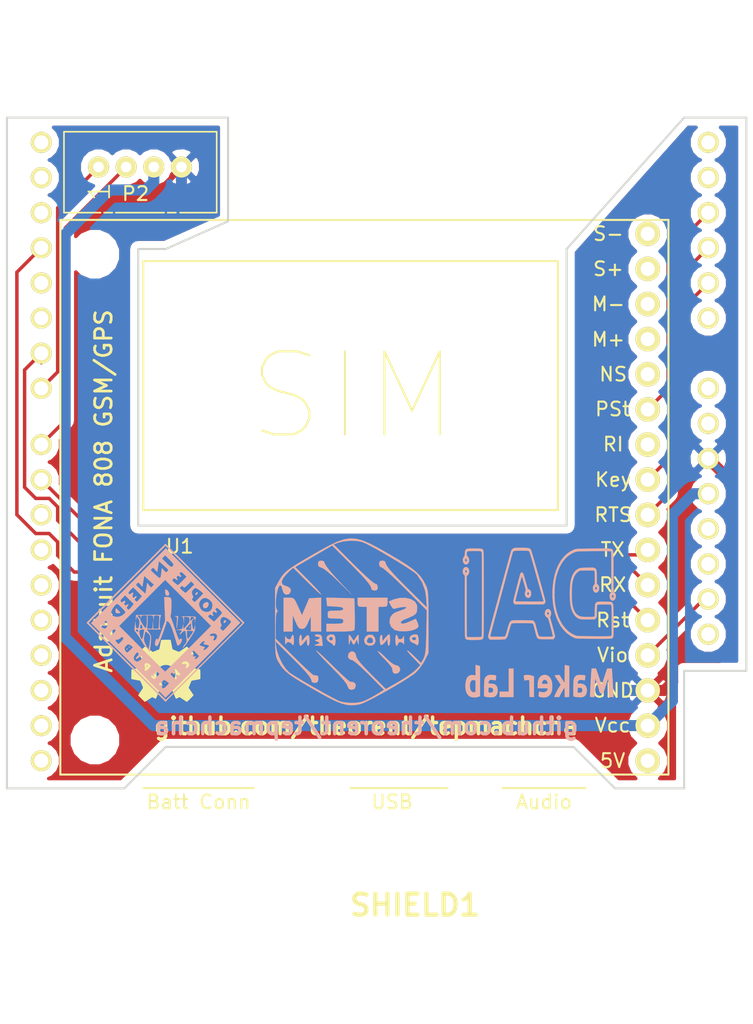
<source format=kicad_pcb>
(kicad_pcb (version 4) (host pcbnew 4.0.2-stable)

  (general
    (links 0)
    (no_connects 0)
    (area 91.8671 30.6298 161.7138 105.7536)
    (thickness 1.6)
    (drawings 29)
    (tracks 73)
    (zones 0)
    (modules 7)
    (nets 40)
  )

  (page A4)
  (title_block
    (title "Extending Tepmachcha")
    (date 2017-04-12)
    (rev 0.1)
    (company "STEM Phnom Penh/Theorent")
  )

  (layers
    (0 F.Cu signal)
    (31 B.Cu signal)
    (32 B.Adhes user)
    (33 F.Adhes user)
    (34 B.Paste user)
    (35 F.Paste user)
    (36 B.SilkS user)
    (37 F.SilkS user)
    (38 B.Mask user)
    (39 F.Mask user)
    (40 Dwgs.User user)
    (41 Cmts.User user hide)
    (42 Eco1.User user)
    (43 Eco2.User user)
    (44 Edge.Cuts user)
    (45 Margin user)
    (46 B.CrtYd user)
    (47 F.CrtYd user)
    (48 B.Fab user)
    (49 F.Fab user)
  )

  (setup
    (last_trace_width 0.25)
    (trace_clearance 0.3)
    (zone_clearance 0.508)
    (zone_45_only no)
    (trace_min 0.25)
    (segment_width 0.2)
    (edge_width 0.15)
    (via_size 0.6)
    (via_drill 0.4)
    (via_min_size 0.4)
    (via_min_drill 0.3)
    (uvia_size 0.3)
    (uvia_drill 0.1)
    (uvias_allowed no)
    (uvia_min_size 0.2)
    (uvia_min_drill 0.1)
    (pcb_text_width 0.3)
    (pcb_text_size 1.5 1.5)
    (mod_edge_width 0.15)
    (mod_text_size 1 1)
    (mod_text_width 0.15)
    (pad_size 1.524 1.524)
    (pad_drill 1.016)
    (pad_to_mask_clearance 0.2)
    (aux_axis_origin 0 0)
    (grid_origin 97.7138 86.2076)
    (visible_elements FFFFEF7F)
    (pcbplotparams
      (layerselection 0x010f0_80000001)
      (usegerberextensions true)
      (excludeedgelayer true)
      (linewidth 0.100000)
      (plotframeref false)
      (viasonmask false)
      (mode 1)
      (useauxorigin false)
      (hpglpennumber 1)
      (hpglpenspeed 20)
      (hpglpendiameter 15)
      (hpglpenoverlay 2)
      (psnegative false)
      (psa4output false)
      (plotreference true)
      (plotvalue true)
      (plotinvisibletext false)
      (padsonsilk false)
      (subtractmaskfromsilk true)
      (outputformat 1)
      (mirror false)
      (drillshape 0)
      (scaleselection 1)
      (outputdirectory /Users/leo/Desktop/poo/))
  )

  (net 0 "")
  (net 1 /MISO)
  (net 2 VCC)
  (net 3 /SCK)
  (net 4 /MOSI)
  (net 5 /RST)
  (net 6 GND)
  (net 7 "Net-(P2-Pad1)")
  (net 8 "Net-(P2-Pad2)")
  (net 9 "Net-(SHIELD1-PadAD5)")
  (net 10 "Net-(SHIELD1-PadAD4)")
  (net 11 "Net-(SHIELD1-PadAD3)")
  (net 12 "Net-(SHIELD1-PadAD0)")
  (net 13 "Net-(SHIELD1-PadAD1)")
  (net 14 "Net-(SHIELD1-PadAD2)")
  (net 15 "Net-(SHIELD1-PadV_IN)")
  (net 16 "Net-(SHIELD1-PadGND2)")
  (net 17 "Net-(SHIELD1-Pad3V3)")
  (net 18 "Net-(SHIELD1-Pad0)")
  (net 19 "Net-(SHIELD1-Pad1)")
  (net 20 "Net-(SHIELD1-Pad2)")
  (net 21 "Net-(SHIELD1-Pad3)")
  (net 22 "Net-(SHIELD1-Pad4)")
  (net 23 "Net-(SHIELD1-Pad5)")
  (net 24 "Net-(SHIELD1-Pad6)")
  (net 25 "Net-(SHIELD1-Pad9)")
  (net 26 "Net-(SHIELD1-Pad10)")
  (net 27 "Net-(SHIELD1-PadGND3)")
  (net 28 "Net-(SHIELD1-PadAREF)")
  (net 29 "Net-(SHIELD1-PadSDA)")
  (net 30 "Net-(SHIELD1-PadSCL)")
  (net 31 "Net-(SHIELD1-PadIO_R)")
  (net 32 "Net-(SHIELD1-PadNC)")
  (net 33 "Net-(U1-Pad1)")
  (net 34 "Net-(U1-Pad10)")
  (net 35 "Net-(U1-Pad12)")
  (net 36 "Net-(U1-Pad13)")
  (net 37 "Net-(U1-Pad14)")
  (net 38 "Net-(U1-Pad15)")
  (net 39 "Net-(U1-Pad16)")

  (net_class Default "This is the default net class."
    (clearance 0.3)
    (trace_width 0.25)
    (via_dia 0.6)
    (via_drill 0.4)
    (uvia_dia 0.3)
    (uvia_drill 0.1)
    (add_net /MISO)
    (add_net /MOSI)
    (add_net /RST)
    (add_net /SCK)
    (add_net "Net-(P2-Pad1)")
    (add_net "Net-(P2-Pad2)")
    (add_net "Net-(SHIELD1-Pad0)")
    (add_net "Net-(SHIELD1-Pad1)")
    (add_net "Net-(SHIELD1-Pad10)")
    (add_net "Net-(SHIELD1-Pad2)")
    (add_net "Net-(SHIELD1-Pad3)")
    (add_net "Net-(SHIELD1-Pad3V3)")
    (add_net "Net-(SHIELD1-Pad4)")
    (add_net "Net-(SHIELD1-Pad5)")
    (add_net "Net-(SHIELD1-Pad6)")
    (add_net "Net-(SHIELD1-Pad9)")
    (add_net "Net-(SHIELD1-PadAD0)")
    (add_net "Net-(SHIELD1-PadAD1)")
    (add_net "Net-(SHIELD1-PadAD2)")
    (add_net "Net-(SHIELD1-PadAD3)")
    (add_net "Net-(SHIELD1-PadAD4)")
    (add_net "Net-(SHIELD1-PadAD5)")
    (add_net "Net-(SHIELD1-PadAREF)")
    (add_net "Net-(SHIELD1-PadGND2)")
    (add_net "Net-(SHIELD1-PadGND3)")
    (add_net "Net-(SHIELD1-PadIO_R)")
    (add_net "Net-(SHIELD1-PadNC)")
    (add_net "Net-(SHIELD1-PadSCL)")
    (add_net "Net-(SHIELD1-PadSDA)")
    (add_net "Net-(SHIELD1-PadV_IN)")
    (add_net "Net-(U1-Pad1)")
    (add_net "Net-(U1-Pad10)")
    (add_net "Net-(U1-Pad12)")
    (add_net "Net-(U1-Pad13)")
    (add_net "Net-(U1-Pad14)")
    (add_net "Net-(U1-Pad15)")
    (add_net "Net-(U1-Pad16)")
  )

  (net_class pow_lines ""
    (clearance 0.5)
    (trace_width 0.8)
    (via_dia 0.8)
    (via_drill 0.4)
    (uvia_dia 0.3)
    (uvia_drill 0.1)
    (add_net GND)
    (add_net VCC)
  )

  (module freetronics_footprints:ARDUINO_SHIELD (layer F.Cu) (tedit 58EB0895) (tstamp 58EB0208)
    (at 148.5011 105.0036 90)
    (descr http://www.thingiverse.com/thing:9630)
    (path /58E70BCA)
    (fp_text reference SHIELD1 (at 8.3566 -23.7617 180) (layer F.SilkS)
      (effects (font (thickness 0.3048)))
    )
    (fp_text value ARDUINO_SHIELD (at 10.16 -54.61 90) (layer F.SilkS) hide
      (effects (font (thickness 0.3048)))
    )
    (fp_line (start 66.04 -40.64) (end 66.04 -52.07) (layer Cmts.User) (width 0.381))
    (fp_line (start 66.04 -52.07) (end 64.77 -53.34) (layer Cmts.User) (width 0.381))
    (fp_line (start 64.77 -53.34) (end 0 -53.34) (layer Cmts.User) (width 0.381))
    (fp_line (start 66.04 0) (end 0 0) (layer Cmts.User) (width 0.381))
    (fp_line (start 0 0) (end 0 -53.34) (layer Cmts.User) (width 0.381))
    (fp_line (start 66.04 -40.64) (end 68.58 -38.1) (layer Cmts.User) (width 0.381))
    (fp_line (start 68.58 -38.1) (end 68.58 -5.08) (layer Cmts.User) (width 0.381))
    (fp_line (start 68.58 -5.08) (end 66.04 -2.54) (layer Cmts.User) (width 0.381))
    (fp_line (start 66.04 -2.54) (end 66.04 0) (layer Cmts.User) (width 0.381))
    (pad AD5 thru_hole circle (at 63.5 -2.54 180) (size 1.524 1.524) (drill 1.016) (layers *.Cu *.Mask F.SilkS)
      (net 9 "Net-(SHIELD1-PadAD5)"))
    (pad AD4 thru_hole circle (at 60.96 -2.54 180) (size 1.524 1.524) (drill 1.016) (layers *.Cu *.Mask F.SilkS)
      (net 10 "Net-(SHIELD1-PadAD4)"))
    (pad AD3 thru_hole circle (at 58.42 -2.54 180) (size 1.524 1.524) (drill 1.016) (layers *.Cu *.Mask F.SilkS)
      (net 11 "Net-(SHIELD1-PadAD3)"))
    (pad AD0 thru_hole circle (at 50.8 -2.54 180) (size 1.524 1.524) (drill 1.016) (layers *.Cu *.Mask F.SilkS)
      (net 12 "Net-(SHIELD1-PadAD0)"))
    (pad AD1 thru_hole circle (at 53.34 -2.54 180) (size 1.524 1.524) (drill 1.016) (layers *.Cu *.Mask F.SilkS)
      (net 13 "Net-(SHIELD1-PadAD1)"))
    (pad AD2 thru_hole circle (at 55.88 -2.54 180) (size 1.524 1.524) (drill 1.016) (layers *.Cu *.Mask F.SilkS)
      (net 14 "Net-(SHIELD1-PadAD2)"))
    (pad V_IN thru_hole circle (at 45.72 -2.54 180) (size 1.524 1.524) (drill 1.016) (layers *.Cu *.Mask F.SilkS)
      (net 15 "Net-(SHIELD1-PadV_IN)"))
    (pad GND2 thru_hole circle (at 43.18 -2.54 180) (size 1.524 1.524) (drill 1.016) (layers *.Cu *.Mask F.SilkS)
      (net 16 "Net-(SHIELD1-PadGND2)"))
    (pad GND1 thru_hole circle (at 40.64 -2.54 180) (size 1.524 1.524) (drill 1.016) (layers *.Cu *.Mask F.SilkS)
      (net 6 GND))
    (pad 3V3 thru_hole circle (at 35.56 -2.54 180) (size 1.524 1.524) (drill 1.016) (layers *.Cu *.Mask F.SilkS)
      (net 17 "Net-(SHIELD1-Pad3V3)"))
    (pad RST thru_hole circle (at 33.02 -2.54 180) (size 1.524 1.524) (drill 1.016) (layers *.Cu *.Mask F.SilkS)
      (net 5 /RST))
    (pad 0 thru_hole circle (at 63.5 -50.8 180) (size 1.524 1.524) (drill 1.016) (layers *.Cu *.Mask F.SilkS)
      (net 18 "Net-(SHIELD1-Pad0)"))
    (pad 1 thru_hole circle (at 60.96 -50.8 180) (size 1.524 1.524) (drill 1.016) (layers *.Cu *.Mask F.SilkS)
      (net 19 "Net-(SHIELD1-Pad1)"))
    (pad 2 thru_hole circle (at 58.42 -50.8 180) (size 1.524 1.524) (drill 1.016) (layers *.Cu *.Mask F.SilkS)
      (net 20 "Net-(SHIELD1-Pad2)"))
    (pad 3 thru_hole circle (at 55.88 -50.8 180) (size 1.524 1.524) (drill 1.016) (layers *.Cu *.Mask F.SilkS)
      (net 21 "Net-(SHIELD1-Pad3)"))
    (pad 4 thru_hole circle (at 53.34 -50.8 180) (size 1.524 1.524) (drill 1.016) (layers *.Cu *.Mask F.SilkS)
      (net 22 "Net-(SHIELD1-Pad4)"))
    (pad 5 thru_hole circle (at 50.8 -50.8 180) (size 1.524 1.524) (drill 1.016) (layers *.Cu *.Mask F.SilkS)
      (net 23 "Net-(SHIELD1-Pad5)"))
    (pad 6 thru_hole circle (at 48.26 -50.8 180) (size 1.524 1.524) (drill 1.016) (layers *.Cu *.Mask F.SilkS)
      (net 24 "Net-(SHIELD1-Pad6)"))
    (pad 7 thru_hole circle (at 45.72 -50.8 180) (size 1.524 1.524) (drill 1.016) (layers *.Cu *.Mask F.SilkS)
      (net 7 "Net-(P2-Pad1)"))
    (pad 8 thru_hole circle (at 41.656 -50.8 180) (size 1.524 1.524) (drill 1.016) (layers *.Cu *.Mask F.SilkS)
      (net 8 "Net-(P2-Pad2)"))
    (pad 9 thru_hole circle (at 39.116 -50.8 180) (size 1.524 1.524) (drill 1.016) (layers *.Cu *.Mask F.SilkS)
      (net 25 "Net-(SHIELD1-Pad9)"))
    (pad 10 thru_hole circle (at 36.576 -50.8 180) (size 1.524 1.524) (drill 1.016) (layers *.Cu *.Mask F.SilkS)
      (net 26 "Net-(SHIELD1-Pad10)"))
    (pad 11 thru_hole circle (at 34.036 -50.8 180) (size 1.524 1.524) (drill 1.016) (layers *.Cu *.Mask F.SilkS)
      (net 4 /MOSI))
    (pad 12 thru_hole circle (at 31.496 -50.8 180) (size 1.524 1.524) (drill 1.016) (layers *.Cu *.Mask F.SilkS)
      (net 1 /MISO))
    (pad 13 thru_hole circle (at 28.956 -50.8 180) (size 1.524 1.524) (drill 1.016) (layers *.Cu *.Mask F.SilkS)
      (net 3 /SCK))
    (pad GND3 thru_hole circle (at 26.416 -50.8 180) (size 1.524 1.524) (drill 1.016) (layers *.Cu *.Mask F.SilkS)
      (net 27 "Net-(SHIELD1-PadGND3)"))
    (pad AREF thru_hole circle (at 23.876 -50.8 180) (size 1.524 1.524) (drill 1.016) (layers *.Cu *.Mask F.SilkS)
      (net 28 "Net-(SHIELD1-PadAREF)"))
    (pad 5V thru_hole circle (at 38.1 -2.54 180) (size 1.524 1.524) (drill 1.016) (layers *.Cu *.Mask F.SilkS)
      (net 2 VCC))
    (pad SDA thru_hole circle (at 21.336 -50.8 180) (size 1.524 1.524) (drill 1.016) (layers *.Cu *.Mask F.SilkS)
      (net 29 "Net-(SHIELD1-PadSDA)"))
    (pad SCL thru_hole circle (at 18.796 -50.8 180) (size 1.524 1.524) (drill 1.016) (layers *.Cu *.Mask F.SilkS)
      (net 30 "Net-(SHIELD1-PadSCL)"))
    (pad IO_R thru_hole circle (at 30.48 -2.54 180) (size 1.524 1.524) (drill 1.016) (layers *.Cu *.Mask F.SilkS)
      (net 31 "Net-(SHIELD1-PadIO_R)"))
    (pad NC thru_hole circle (at 27.94 -2.54 180) (size 1.524 1.524) (drill 1.016) (layers *.Cu *.Mask F.SilkS)
      (net 32 "Net-(SHIELD1-PadNC)"))
  )

  (module Connectors:Grove_1x04 (layer F.Cu) (tedit 587F9C9D) (tstamp 58EB01DA)
    (at 101.8418 43.2816 90)
    (descr https://statics3.seeedstudio.com/images/opl/datasheet/3470130P1.pdf)
    (tags Grove-1x04)
    (path /58E70BCF)
    (fp_text reference P2 (at -1.9304 2.6792 180) (layer F.SilkS)
      (effects (font (size 1 1) (thickness 0.15)))
    )
    (fp_text value CONN_01X04 (at 11.2268 1.333 180) (layer F.Fab)
      (effects (font (size 1 1) (thickness 0.15)))
    )
    (fp_line (start -3.45 -2.65) (end -3.45 8.7) (layer F.CrtYd) (width 0.05))
    (fp_line (start -3.45 8.7) (end 2.7 8.7) (layer F.CrtYd) (width 0.05))
    (fp_line (start 2.7 8.7) (end 2.7 -2.65) (layer F.CrtYd) (width 0.05))
    (fp_line (start -3.45 -2.65) (end 2.7 -2.65) (layer F.CrtYd) (width 0.05))
    (fp_line (start -3.3 5) (end -3.3 5.6) (layer F.SilkS) (width 0.12))
    (fp_line (start -3.3 0.4) (end -3.3 1) (layer F.SilkS) (width 0.12))
    (fp_line (start 2.55 -2.5) (end 2.55 8.55) (layer F.SilkS) (width 0.12))
    (fp_line (start -3.3 -2.5) (end 2.55 -2.5) (layer F.SilkS) (width 0.12))
    (fp_line (start -3.3 1.25) (end -3.3 4.75) (layer F.SilkS) (width 0.12))
    (fp_line (start -3.3 8.55) (end 2.55 8.55) (layer F.SilkS) (width 0.12))
    (fp_line (start -3.3 -2.5) (end -3.3 0.15) (layer F.SilkS) (width 0.12))
    (fp_line (start -3.3 5.9) (end -3.3 8.55) (layer F.SilkS) (width 0.12))
    (fp_line (start -2.9 -2.1) (end 2.2 -2.1) (layer F.Fab) (width 0.1))
    (fp_line (start 2.2 -2.1) (end 2.2 8.1) (layer F.Fab) (width 0.1))
    (fp_line (start 2.2 8.1) (end -2.9 8.1) (layer F.Fab) (width 0.1))
    (fp_line (start -2.9 8.1) (end -2.9 -2.1) (layer F.Fab) (width 0.1))
    (fp_text user 1 (at -1.775 0.075 90) (layer F.SilkS)
      (effects (font (size 1.5 1.5) (thickness 0.12)))
    )
    (pad 1 thru_hole circle (at 0 0 90) (size 1.524 1.524) (drill 0.762) (layers *.Cu *.Mask F.SilkS)
      (net 7 "Net-(P2-Pad1)"))
    (pad 2 thru_hole circle (at 0 2 90) (size 1.524 1.524) (drill 0.762) (layers *.Cu *.Mask F.SilkS)
      (net 8 "Net-(P2-Pad2)"))
    (pad 3 thru_hole circle (at 0 4 90) (size 1.524 1.524) (drill 0.762) (layers *.Cu *.Mask F.SilkS)
      (net 2 VCC))
    (pad 4 thru_hole circle (at 0 6 90) (size 1.524 1.524) (drill 0.762) (layers *.Cu *.Mask F.SilkS)
      (net 6 GND))
    (model Connectors.3dshapes/Grove_1x04.wrl
      (at (xyz 0 0 0))
      (scale (xyz 0.3937 0.3937 0.3937))
      (rotate (xyz 0 0 -90))
    )
  )

  (module freetronics_footprints:Adafruit_FONA_808_Theorent (layer F.Cu) (tedit 58EB0AF6) (tstamp 58EB021E)
    (at 99.0796 87.2476 180)
    (path /58E70BC9)
    (fp_text reference U1 (at -8.6342 16.54 180) (layer F.SilkS)
      (effects (font (size 1 1) (thickness 0.15)))
    )
    (fp_text value FONA_808 (at -13.6342 16.54 180) (layer F.Fab)
      (effects (font (size 1 1) (thickness 0.15)))
    )
    (fp_text user Audio (at -35 -1.94 180) (layer F.SilkS)
      (effects (font (size 1 1) (thickness 0.15)))
    )
    (fp_line (start -32 -0.94) (end -38 -0.94) (layer F.SilkS) (width 0.15))
    (fp_text user USB (at -24 -1.94 180) (layer F.SilkS)
      (effects (font (size 1 1) (thickness 0.15)))
    )
    (fp_line (start -21 -0.94) (end -28 -0.94) (layer F.SilkS) (width 0.15))
    (fp_text user "Batt Conn" (at -10 -1.94 180) (layer F.SilkS)
      (effects (font (size 1 1) (thickness 0.15)))
    )
    (fp_line (start -6 -0.94) (end -14 -0.94) (layer F.SilkS) (width 0.15))
    (fp_text user SIM (at -21.164 27.4052 180) (layer F.SilkS)
      (effects (font (size 6 6) (thickness 0.15)))
    )
    (fp_line (start -36 19.16) (end -36 37.16) (layer F.SilkS) (width 0.15))
    (fp_line (start -6 19.16) (end -36 19.16) (layer F.SilkS) (width 0.15))
    (fp_line (start -6 37.16) (end -6 19.16) (layer F.SilkS) (width 0.15))
    (fp_line (start -36 37.16) (end -6 37.16) (layer F.SilkS) (width 0.15))
    (fp_text user S- (at -39.65 39.14 180) (layer F.SilkS)
      (effects (font (size 1 1) (thickness 0.15)))
    )
    (fp_text user S+ (at -39.65 36.6 180) (layer F.SilkS)
      (effects (font (size 1 1) (thickness 0.15)))
    )
    (fp_text user M- (at -39.65 34.06 180) (layer F.SilkS)
      (effects (font (size 1 1) (thickness 0.15)))
    )
    (fp_text user M+ (at -39.65 31.5 180) (layer F.SilkS)
      (effects (font (size 1 1) (thickness 0.15)))
    )
    (fp_text user NS (at -40 28.98 180) (layer F.SilkS)
      (effects (font (size 1 1) (thickness 0.15)))
    )
    (fp_text user PSt (at -39.96 26.46 180) (layer F.SilkS)
      (effects (font (size 1 1) (thickness 0.15)))
    )
    (fp_text user RI (at -40 23.92 180) (layer F.SilkS)
      (effects (font (size 1 1) (thickness 0.15)))
    )
    (fp_text user Key (at -40 21.36 180) (layer F.SilkS)
      (effects (font (size 1 1) (thickness 0.15)))
    )
    (fp_text user RTS (at -40 18.82 180) (layer F.SilkS)
      (effects (font (size 1 1) (thickness 0.15)))
    )
    (fp_text user TX (at -39.96 16.3 180) (layer F.SilkS)
      (effects (font (size 1 1) (thickness 0.15)))
    )
    (fp_text user RX (at -39.96 13.76 180) (layer F.SilkS)
      (effects (font (size 1 1) (thickness 0.15)))
    )
    (fp_text user Rst (at -39.96 11.2 180) (layer F.SilkS)
      (effects (font (size 1 1) (thickness 0.15)))
    )
    (fp_text user Vio (at -39.96 8.68 180) (layer F.SilkS)
      (effects (font (size 1 1) (thickness 0.15)))
    )
    (fp_text user GND (at -39.96 6.12 180) (layer F.SilkS)
      (effects (font (size 1 1) (thickness 0.15)))
    )
    (fp_text user Vcc (at -39.96 3.6 180) (layer F.SilkS)
      (effects (font (size 1 1) (thickness 0.15)))
    )
    (fp_text user 5V (at -39.96 1.04 180) (layer F.SilkS)
      (effects (font (size 1 1) (thickness 0.15)))
    )
    (fp_line (start -44 40.14) (end -44 0.04) (layer F.SilkS) (width 0.15))
    (fp_line (start 0 40.14) (end -44 40.14) (layer F.SilkS) (width 0.15))
    (fp_line (start 0 0.04) (end 0 40.14) (layer F.SilkS) (width 0.15))
    (fp_line (start -44 0.04) (end 0 0.04) (layer F.SilkS) (width 0.15))
    (pad 1 thru_hole circle (at -42.5 1.04 180) (size 1.778 1.778) (drill 1.016) (layers *.Cu *.Mask F.SilkS)
      (net 33 "Net-(U1-Pad1)"))
    (pad 2 thru_hole circle (at -42.5 3.58 180) (size 1.778 1.778) (drill 1.016) (layers *.Cu *.Mask F.SilkS)
      (net 2 VCC))
    (pad 3 thru_hole circle (at -42.5 6.12 180) (size 1.778 1.778) (drill 1.016) (layers *.Cu *.Mask F.SilkS)
      (net 6 GND))
    (pad 4 thru_hole circle (at -42.5 8.66 180) (size 1.778 1.778) (drill 1.016) (layers *.Cu *.Mask F.SilkS)
      (net 31 "Net-(SHIELD1-PadIO_R)"))
    (pad 5 thru_hole circle (at -42.5 11.2 180) (size 1.778 1.778) (drill 1.016) (layers *.Cu *.Mask F.SilkS)
      (net 21 "Net-(SHIELD1-Pad3)"))
    (pad 6 thru_hole circle (at -42.5 13.74 180) (size 1.778 1.778) (drill 1.016) (layers *.Cu *.Mask F.SilkS)
      (net 24 "Net-(SHIELD1-Pad6)"))
    (pad 7 thru_hole circle (at -42.5 16.28 180) (size 1.778 1.778) (drill 1.016) (layers *.Cu *.Mask F.SilkS)
      (net 25 "Net-(SHIELD1-Pad9)"))
    (pad 8 thru_hole circle (at -42.5 18.82 180) (size 1.778 1.778) (drill 1.016) (layers *.Cu *.Mask F.SilkS)
      (net 13 "Net-(SHIELD1-PadAD1)"))
    (pad 9 thru_hole circle (at -42.5 21.36 180) (size 1.778 1.778) (drill 1.016) (layers *.Cu *.Mask F.SilkS)
      (net 14 "Net-(SHIELD1-PadAD2)"))
    (pad 10 thru_hole circle (at -42.5 23.9 180) (size 1.778 1.778) (drill 1.016) (layers *.Cu *.Mask F.SilkS)
      (net 34 "Net-(U1-Pad10)"))
    (pad 11 thru_hole circle (at -42.5 26.44 180) (size 1.778 1.778) (drill 1.016) (layers *.Cu *.Mask F.SilkS)
      (net 11 "Net-(SHIELD1-PadAD3)"))
    (pad 12 thru_hole circle (at -42.5 28.98 180) (size 1.778 1.778) (drill 1.016) (layers *.Cu *.Mask F.SilkS)
      (net 35 "Net-(U1-Pad12)"))
    (pad 13 thru_hole circle (at -42.5 31.52 180) (size 1.778 1.778) (drill 1.016) (layers *.Cu *.Mask F.SilkS)
      (net 36 "Net-(U1-Pad13)"))
    (pad 14 thru_hole circle (at -42.5 34.06 180) (size 1.778 1.778) (drill 1.016) (layers *.Cu *.Mask F.SilkS)
      (net 37 "Net-(U1-Pad14)"))
    (pad 15 thru_hole circle (at -42.5 36.6 180) (size 1.778 1.778) (drill 1.016) (layers *.Cu *.Mask F.SilkS)
      (net 38 "Net-(U1-Pad15)"))
    (pad 16 thru_hole circle (at -42.5 39.14 180) (size 1.778 1.778) (drill 1.016) (layers *.Cu *.Mask F.SilkS)
      (net 39 "Net-(U1-Pad16)"))
    (pad "" np_thru_hole circle (at -2.5 2.54 180) (size 2.5 2.5) (drill 2.5) (layers *.Cu *.Mask F.SilkS))
    (pad "" np_thru_hole circle (at -2.5 37.66 180) (size 2.5 2.5) (drill 2.5) (layers *.Cu *.Mask F.SilkS))
  )

  (module Graphics:makerlab-logo (layer B.Cu) (tedit 0) (tstamp 5906FFE5)
    (at 133.7138 76.2076 180)
    (fp_text reference G*** (at 0 0 180) (layer B.SilkS) hide
      (effects (font (thickness 0.3)) (justify mirror))
    )
    (fp_text value LOGO (at 0.75 0 180) (layer B.SilkS) hide
      (effects (font (thickness 0.3)) (justify mirror))
    )
    (fp_poly (pts (xy -2.862996 -3.800385) (xy -2.788895 -3.808763) (xy -2.735061 -3.824434) (xy -2.695115 -3.847022)
      (xy -2.633674 -3.895724) (xy -2.585146 -3.948432) (xy -2.548045 -4.011809) (xy -2.520886 -4.092521)
      (xy -2.502182 -4.197231) (xy -2.490449 -4.332605) (xy -2.4842 -4.505306) (xy -2.48195 -4.722)
      (xy -2.481833 -4.803848) (xy -2.481833 -5.338301) (xy -2.573932 -5.370982) (xy -2.636504 -5.386357)
      (xy -2.723808 -5.39896) (xy -2.825441 -5.408268) (xy -2.931 -5.413755) (xy -3.030081 -5.414897)
      (xy -3.112283 -5.411169) (xy -3.167203 -5.402047) (xy -3.170153 -5.401052) (xy -3.290896 -5.338538)
      (xy -3.379166 -5.248395) (xy -3.436489 -5.128445) (xy -3.46396 -4.981627) (xy -3.463296 -4.927687)
      (xy -3.138496 -4.927687) (xy -3.116995 -5.004447) (xy -3.071426 -5.057283) (xy -3.063512 -5.061638)
      (xy -3.029525 -5.069459) (xy -2.97066 -5.075427) (xy -2.912359 -5.077911) (xy -2.79029 -5.08)
      (xy -2.801756 -4.722812) (xy -2.930611 -4.722812) (xy -3.010054 -4.726979) (xy -3.062083 -4.741659)
      (xy -3.097695 -4.770118) (xy -3.100267 -4.773215) (xy -3.133672 -4.844707) (xy -3.138496 -4.927687)
      (xy -3.463296 -4.927687) (xy -3.461958 -4.819212) (xy -3.426918 -4.681843) (xy -3.360676 -4.57142)
      (xy -3.265067 -4.489842) (xy -3.141925 -4.439011) (xy -2.993086 -4.420824) (xy -2.924707 -4.423272)
      (xy -2.854875 -4.427854) (xy -2.815217 -4.425557) (xy -2.797197 -4.412624) (xy -2.792277 -4.385295)
      (xy -2.792062 -4.364864) (xy -2.809415 -4.283125) (xy -2.854132 -4.21106) (xy -2.9152 -4.16594)
      (xy -2.92005 -4.164152) (xy -2.96607 -4.157476) (xy -3.035927 -4.157048) (xy -3.116209 -4.161824)
      (xy -3.1935 -4.170762) (xy -3.254387 -4.18282) (xy -3.279249 -4.192081) (xy -3.298319 -4.196487)
      (xy -3.312599 -4.178755) (xy -3.32452 -4.130493) (xy -3.336511 -4.043309) (xy -3.345244 -3.964161)
      (xy -3.358309 -3.84051) (xy -3.264231 -3.81864) (xy -3.203623 -3.809292) (xy -3.118022 -3.802129)
      (xy -3.021201 -3.798124) (xy -2.966565 -3.797625) (xy -2.862996 -3.800385)) (layer B.SilkS) (width 0.01))
    (fp_poly (pts (xy -0.219787 -3.82852) (xy -0.10148 -3.910134) (xy -0.00646 -4.033219) (xy 0.047618 -4.149616)
      (xy 0.068436 -4.231928) (xy 0.08585 -4.347721) (xy 0.097912 -4.477594) (xy 0.102672 -4.602149)
      (xy 0.100565 -4.67651) (xy 0.094489 -4.7625) (xy -0.272679 -4.7625) (xy -0.387189 -4.763494)
      (xy -0.48711 -4.766261) (xy -0.566481 -4.770479) (xy -0.619337 -4.775826) (xy -0.639715 -4.781979)
      (xy -0.639775 -4.782343) (xy -0.630475 -4.816131) (xy -0.607681 -4.873665) (xy -0.602638 -4.885133)
      (xy -0.541203 -4.972534) (xy -0.45046 -5.027294) (xy -0.332031 -5.04869) (xy -0.244374 -5.044763)
      (xy -0.166853 -5.033228) (xy -0.098904 -5.018581) (xy -0.05486 -5.003929) (xy -0.053983 -5.003483)
      (xy -0.028192 -4.992873) (xy -0.011775 -5.000928) (xy 0.000023 -5.037571) (xy 0.01195 -5.112727)
      (xy 0.017384 -5.152554) (xy 0.028964 -5.250105) (xy 0.030897 -5.308314) (xy 0.023074 -5.339128)
      (xy 0.015586 -5.347899) (xy -0.046325 -5.381069) (xy -0.135991 -5.404777) (xy -0.242961 -5.4186)
      (xy -0.35678 -5.42212) (xy -0.466997 -5.414916) (xy -0.56316 -5.396568) (xy -0.62299 -5.37356)
      (xy -0.746208 -5.287) (xy -0.839688 -5.172135) (xy -0.905972 -5.031055) (xy -0.931359 -4.954865)
      (xy -0.947227 -4.886736) (xy -0.955704 -4.810093) (xy -0.958921 -4.708363) (xy -0.959192 -4.616979)
      (xy -0.957214 -4.4812) (xy -0.952661 -4.411392) (xy -0.633887 -4.411392) (xy -0.629459 -4.428427)
      (xy -0.609837 -4.43844) (xy -0.568704 -4.443296) (xy -0.49974 -4.444862) (xy -0.427872 -4.445)
      (xy -0.334412 -4.444622) (xy -0.273001 -4.442181) (xy -0.23691 -4.435715) (xy -0.219411 -4.42326)
      (xy -0.213774 -4.402855) (xy -0.213283 -4.382422) (xy -0.230713 -4.298469) (xy -0.276494 -4.22022)
      (xy -0.34086 -4.163122) (xy -0.357343 -4.15457) (xy -0.439757 -4.142654) (xy -0.516355 -4.177901)
      (xy -0.580373 -4.254574) (xy -0.625052 -4.366935) (xy -0.629441 -4.385468) (xy -0.633887 -4.411392)
      (xy -0.952661 -4.411392) (xy -0.950714 -4.381552) (xy -0.937797 -4.30137) (xy -0.916568 -4.22399)
      (xy -0.91337 -4.214096) (xy -0.839831 -4.050355) (xy -0.740446 -3.923265) (xy -0.619434 -3.836057)
      (xy -0.481013 -3.791961) (xy -0.359533 -3.79001) (xy -0.219787 -3.82852)) (layer B.SilkS) (width 0.01))
    (fp_poly (pts (xy 3.528357 -3.789802) (xy 3.553108 -3.791456) (xy 3.691022 -3.820212) (xy 3.799238 -3.880054)
      (xy 3.880404 -3.972886) (xy 3.921521 -4.055881) (xy 3.935834 -4.095427) (xy 3.946755 -4.136585)
      (xy 3.954843 -4.187181) (xy 3.960656 -4.255044) (xy 3.964753 -4.348) (xy 3.967693 -4.473877)
      (xy 3.970032 -4.640503) (xy 3.971276 -4.753308) (xy 3.977438 -5.339429) (xy 3.874329 -5.371783)
      (xy 3.789512 -5.391436) (xy 3.685033 -5.405326) (xy 3.571254 -5.413196) (xy 3.458538 -5.414785)
      (xy 3.357247 -5.409834) (xy 3.277744 -5.398082) (xy 3.244602 -5.387567) (xy 3.131951 -5.315639)
      (xy 3.051701 -5.214672) (xy 3.003675 -5.084297) (xy 2.988591 -4.933126) (xy 3.316412 -4.933126)
      (xy 3.339718 -5.008088) (xy 3.394464 -5.054627) (xy 3.481655 -5.073889) (xy 3.538549 -5.0736)
      (xy 3.654885 -5.06677) (xy 3.660791 -4.910475) (xy 3.661264 -4.808877) (xy 3.648753 -4.74879)
      (xy 3.616637 -4.719525) (xy 3.558294 -4.710392) (xy 3.536595 -4.709988) (xy 3.443598 -4.721421)
      (xy 3.372814 -4.754362) (xy 3.330703 -4.805214) (xy 3.323543 -4.828598) (xy 3.316412 -4.933126)
      (xy 2.988591 -4.933126) (xy 2.987694 -4.924144) (xy 2.989699 -4.859978) (xy 3.011308 -4.715589)
      (xy 3.058052 -4.602758) (xy 3.132128 -4.519464) (xy 3.235733 -4.463689) (xy 3.371065 -4.433413)
      (xy 3.460992 -4.42686) (xy 3.549557 -4.423217) (xy 3.606593 -4.417611) (xy 3.63935 -4.407859)
      (xy 3.655076 -4.391775) (xy 3.661023 -4.367172) (xy 3.661097 -4.366531) (xy 3.650648 -4.308141)
      (xy 3.612054 -4.237135) (xy 3.606684 -4.229633) (xy 3.546057 -4.146904) (xy 3.367799 -4.160711)
      (xy 3.285351 -4.1687) (xy 3.215415 -4.178406) (xy 3.168678 -4.188219) (xy 3.157993 -4.19228)
      (xy 3.140379 -4.19414) (xy 3.128363 -4.169331) (xy 3.119201 -4.108291) (xy 3.112661 -4.034397)
      (xy 3.106995 -3.943621) (xy 3.105486 -3.875727) (xy 3.108371 -3.845798) (xy 3.137157 -3.830773)
      (xy 3.195166 -3.816469) (xy 3.272844 -3.804052) (xy 3.360638 -3.79469) (xy 3.448994 -3.789551)
      (xy 3.528357 -3.789802)) (layer B.SilkS) (width 0.01))
    (fp_poly (pts (xy 4.592133 -3.094077) (xy 4.59358 -3.162602) (xy 4.594644 -3.265446) (xy 4.595208 -3.393311)
      (xy 4.595267 -3.453125) (xy 4.595267 -3.837083) (xy 4.677671 -3.816927) (xy 4.826555 -3.798588)
      (xy 4.962526 -3.817353) (xy 5.080133 -3.871235) (xy 5.173926 -3.958249) (xy 5.208406 -4.010335)
      (xy 5.267468 -4.153057) (xy 5.30787 -4.328128) (xy 5.328242 -4.520533) (xy 5.327212 -4.715257)
      (xy 5.303411 -4.897283) (xy 5.293316 -4.940706) (xy 5.23098 -5.1141) (xy 5.143086 -5.248546)
      (xy 5.029179 -5.344416) (xy 4.888807 -5.402082) (xy 4.721514 -5.421916) (xy 4.706028 -5.421869)
      (xy 4.625326 -5.420103) (xy 4.558975 -5.417124) (xy 4.51681 -5.413445) (xy 4.508015 -5.411565)
      (xy 4.479593 -5.402087) (xy 4.426241 -5.38611) (xy 4.377137 -5.372069) (xy 4.265648 -5.340788)
      (xy 4.265648 -4.244665) (xy 4.265676 -4.208914) (xy 4.595267 -4.208914) (xy 4.595267 -4.613589)
      (xy 4.596173 -4.755126) (xy 4.598671 -4.877772) (xy 4.60243 -4.971859) (xy 4.607119 -5.027717)
      (xy 4.609809 -5.038438) (xy 4.635696 -5.047643) (xy 4.687469 -5.05045) (xy 4.735859 -5.047772)
      (xy 4.809501 -5.035016) (xy 4.860704 -5.008777) (xy 4.905619 -4.960775) (xy 4.905638 -4.960751)
      (xy 4.965712 -4.845706) (xy 4.997217 -4.69529) (xy 5.002334 -4.590346) (xy 4.9897 -4.42576)
      (xy 4.95275 -4.298672) (xy 4.893473 -4.211583) (xy 4.813854 -4.166996) (xy 4.715883 -4.167415)
      (xy 4.675911 -4.179282) (xy 4.595267 -4.208914) (xy 4.265676 -4.208914) (xy 4.265835 -4.009622)
      (xy 4.266366 -3.791842) (xy 4.267203 -3.596827) (xy 4.268306 -3.430083) (xy 4.269634 -3.297111)
      (xy 4.271147 -3.203415) (xy 4.272804 -3.154499) (xy 4.273637 -3.148541) (xy 4.295102 -3.143911)
      (xy 4.344975 -3.13162) (xy 4.413594 -3.114064) (xy 4.433599 -3.108858) (xy 4.505041 -3.09035)
      (xy 4.559774 -3.076447) (xy 4.588389 -3.069531) (xy 4.590419 -3.069171) (xy 4.592133 -3.094077)) (layer B.SilkS) (width 0.01))
    (fp_poly (pts (xy -4.812057 -3.684322) (xy -4.761609 -3.835602) (xy -4.709227 -3.994673) (xy -4.660815 -4.14349)
      (xy -4.622278 -4.264008) (xy -4.619442 -4.27302) (xy -4.586124 -4.37365) (xy -4.556846 -4.452189)
      (xy -4.535616 -4.498389) (xy -4.528184 -4.50628) (xy -4.514428 -4.4814) (xy -4.48965 -4.417605)
      (xy -4.457532 -4.324948) (xy -4.426419 -4.228468) (xy -4.381832 -4.089069) (xy -4.327797 -3.925018)
      (xy -4.271914 -3.759191) (xy -4.232391 -3.644635) (xy -4.123659 -3.33375) (xy -3.805302 -3.33375)
      (xy -3.793513 -3.459427) (xy -3.783682 -3.575865) (xy -3.772887 -3.723715) (xy -3.761496 -3.895811)
      (xy -3.749878 -4.084989) (xy -3.738402 -4.284085) (xy -3.727437 -4.485934) (xy -3.717353 -4.683373)
      (xy -3.708518 -4.869235) (xy -3.7013 -5.036358) (xy -3.69607 -5.177577) (xy -3.693196 -5.285727)
      (xy -3.693047 -5.353643) (xy -3.694917 -5.373807) (xy -3.718102 -5.385017) (xy -3.769859 -5.393363)
      (xy -3.839999 -5.397354) (xy -3.856814 -5.3975) (xy -4.007981 -5.3975) (xy -4.020341 -5.218906)
      (xy -4.026465 -5.101461) (xy -4.030962 -4.960269) (xy -4.032921 -4.82449) (xy -4.03294 -4.815416)
      (xy -4.034527 -4.657524) (xy -4.038615 -4.503061) (xy -4.044695 -4.36065) (xy -4.052255 -4.238915)
      (xy -4.060785 -4.14648) (xy -4.069774 -4.091968) (xy -4.076406 -4.081108) (xy -4.089092 -4.10685)
      (xy -4.114271 -4.174133) (xy -4.149449 -4.275695) (xy -4.192132 -4.404274) (xy -4.239825 -4.552607)
      (xy -4.256195 -4.604516) (xy -4.417876 -5.119687) (xy -4.656324 -5.119687) (xy -4.818004 -4.604516)
      (xy -4.866817 -4.451255) (xy -4.911466 -4.315349) (xy -4.949451 -4.204063) (xy -4.978273 -4.124663)
      (xy -4.995433 -4.084415) (xy -4.998103 -4.080967) (xy -5.006025 -4.102673) (xy -5.014124 -4.169579)
      (xy -5.021727 -4.27398) (xy -5.028161 -4.40817) (xy -5.02923 -4.437388) (xy -5.035264 -4.606777)
      (xy -5.042046 -4.791153) (xy -5.048708 -4.967165) (xy -5.05391 -5.099843) (xy -5.065883 -5.3975)
      (xy -5.385764 -5.3975) (xy -5.377826 -5.232135) (xy -5.374219 -5.156417) (xy -5.368629 -5.038358)
      (xy -5.361551 -4.888425) (xy -5.353479 -4.717083) (xy -5.344906 -4.534801) (xy -5.34193 -4.471458)
      (xy -5.332415 -4.278886) (xy -5.32201 -4.085323) (xy -5.311459 -3.903495) (xy -5.301508 -3.746126)
      (xy -5.292902 -3.62594) (xy -5.291195 -3.604947) (xy -5.268418 -3.33375) (xy -4.929884 -3.33375)
      (xy -4.812057 -3.684322)) (layer B.SilkS) (width 0.01))
    (fp_poly (pts (xy -1.865122 -3.09444) (xy -1.863451 -3.165504) (xy -1.861653 -3.275244) (xy -1.859832 -3.416539)
      (xy -1.858096 -3.582269) (xy -1.856866 -3.72401) (xy -1.85168 -4.378854) (xy -1.669923 -4.094427)
      (xy -1.488167 -3.81) (xy -1.3193 -3.81) (xy -1.24191 -3.811834) (xy -1.180051 -3.816731)
      (xy -1.143404 -3.823782) (xy -1.137967 -3.82701) (xy -1.144674 -3.85399) (xy -1.176328 -3.914045)
      (xy -1.230332 -4.003004) (xy -1.304088 -4.116697) (xy -1.394996 -4.250954) (xy -1.462524 -4.347941)
      (xy -1.571034 -4.502237) (xy -1.466852 -4.665441) (xy -1.398007 -4.778124) (xy -1.327741 -4.901508)
      (xy -1.260344 -5.027083) (xy -1.200106 -5.146337) (xy -1.151317 -5.250761) (xy -1.118266 -5.331843)
      (xy -1.105242 -5.381074) (xy -1.105191 -5.382956) (xy -1.123156 -5.389248) (xy -1.171362 -5.394091)
      (xy -1.241275 -5.39681) (xy -1.284542 -5.397158) (xy -1.463894 -5.396816) (xy -1.555408 -5.205335)
      (xy -1.609602 -5.097727) (xy -1.668469 -4.990258) (xy -1.72666 -4.891642) (xy -1.778826 -4.810593)
      (xy -1.819619 -4.755823) (xy -1.843489 -4.736041) (xy -1.85037 -4.760891) (xy -1.85599 -4.829024)
      (xy -1.859829 -4.930818) (xy -1.861367 -5.056648) (xy -1.861375 -5.06677) (xy -1.861375 -5.3975)
      (xy -2.013257 -5.3975) (xy -2.086619 -5.395389) (xy -2.144208 -5.389798) (xy -2.17567 -5.381833)
      (xy -2.178067 -5.379861) (xy -2.180552 -5.351198) (xy -2.182812 -5.276722) (xy -2.184833 -5.163085)
      (xy -2.186599 -5.01694) (xy -2.188095 -4.84494) (xy -2.189308 -4.653738) (xy -2.190223 -4.449987)
      (xy -2.190823 -4.240339) (xy -2.191096 -4.031447) (xy -2.191026 -3.829965) (xy -2.190599 -3.642545)
      (xy -2.189799 -3.47584) (xy -2.188613 -3.336502) (xy -2.187024 -3.231185) (xy -2.18502 -3.166542)
      (xy -2.183004 -3.148541) (xy -2.16154 -3.143911) (xy -2.111666 -3.13162) (xy -2.043047 -3.114064)
      (xy -2.023042 -3.108858) (xy -1.951655 -3.090354) (xy -1.897031 -3.076452) (xy -1.868554 -3.069533)
      (xy -1.866561 -3.069171) (xy -1.865122 -3.09444)) (layer B.SilkS) (width 0.01))
    (fp_poly (pts (xy 0.940077 -3.799645) (xy 1.022413 -3.81272) (xy 1.072274 -3.830357) (xy 1.095774 -3.862371)
      (xy 1.099024 -3.918576) (xy 1.088138 -4.008788) (xy 1.084774 -4.031976) (xy 1.069153 -4.119774)
      (xy 1.052611 -4.18234) (xy 1.03871 -4.206229) (xy 1.038618 -4.206228) (xy 1.008325 -4.200248)
      (xy 0.956181 -4.185932) (xy 0.931452 -4.178385) (xy 0.859139 -4.164916) (xy 0.787279 -4.165343)
      (xy 0.77185 -4.168045) (xy 0.698734 -4.184902) (xy 0.68832 -5.38427) (xy 0.368396 -5.39964)
      (xy 0.368396 -3.896348) (xy 0.479885 -3.855688) (xy 0.684669 -3.802955) (xy 0.884807 -3.793919)
      (xy 0.940077 -3.799645)) (layer B.SilkS) (width 0.01))
    (fp_poly (pts (xy 2.190992 -5.000625) (xy 2.850229 -5.000625) (xy 2.850229 -5.3975) (xy 1.841984 -5.3975)
      (xy 1.841984 -3.33375) (xy 2.190992 -3.33375) (xy 2.190992 -5.000625)) (layer B.SilkS) (width 0.01))
    (fp_poly (pts (xy 4.851403 5.344097) (xy 4.985958 5.341928) (xy 5.090631 5.337009) (xy 5.169866 5.328277)
      (xy 5.228112 5.314665) (xy 5.269815 5.295108) (xy 5.299421 5.26854) (xy 5.321376 5.233896)
      (xy 5.340128 5.190112) (xy 5.341427 5.1867) (xy 5.358637 5.114324) (xy 5.369227 5.01785)
      (xy 5.370839 4.967442) (xy 5.373776 4.878665) (xy 5.387225 4.81881) (xy 5.418146 4.764107)
      (xy 5.4385 4.736309) (xy 5.498232 4.629763) (xy 5.519707 4.517391) (xy 5.503376 4.396596)
      (xy 5.499606 4.383711) (xy 5.448673 4.278906) (xy 5.376624 4.211682) (xy 5.292249 4.185926)
      (xy 5.204334 4.205526) (xy 5.161237 4.234012) (xy 5.092394 4.317567) (xy 5.056262 4.420267)
      (xy 5.05368 4.505717) (xy 5.220019 4.505717) (xy 5.228656 4.444662) (xy 5.235887 4.4305)
      (xy 5.27574 4.394551) (xy 5.317577 4.411158) (xy 5.328183 4.423834) (xy 5.348274 4.477854)
      (xy 5.348317 4.540533) (xy 5.329499 4.587709) (xy 5.31973 4.595562) (xy 5.273675 4.59715)
      (xy 5.237732 4.561874) (xy 5.220019 4.505717) (xy 5.05368 4.505717) (xy 5.052861 4.5328)
      (xy 5.082208 4.645857) (xy 5.144321 4.750124) (xy 5.160198 4.768578) (xy 5.206369 4.822691)
      (xy 5.22829 4.865713) (xy 5.232878 4.918043) (xy 5.229364 4.97254) (xy 5.214278 5.061863)
      (xy 5.188981 5.120067) (xy 5.184903 5.124694) (xy 5.163376 5.136326) (xy 5.122427 5.145267)
      (xy 5.058227 5.15178) (xy 4.966946 5.156127) (xy 4.844754 5.158571) (xy 4.687822 5.159374)
      (xy 4.678813 5.159376) (xy 4.531101 5.159156) (xy 4.417243 5.158155) (xy 4.332313 5.155863)
      (xy 4.271387 5.151769) (xy 4.229538 5.145362) (xy 4.201843 5.136131) (xy 4.183376 5.123564)
      (xy 4.169212 5.107152) (xy 4.168702 5.106459) (xy 4.162733 5.097518) (xy 4.157411 5.085956)
      (xy 4.152698 5.068854) (xy 4.148556 5.043295) (xy 4.14495 5.006361) (xy 4.141842 4.955134)
      (xy 4.139195 4.886697) (xy 4.136972 4.798133) (xy 4.135136 4.686522) (xy 4.13365 4.548949)
      (xy 4.132477 4.382495) (xy 4.13158 4.184242) (xy 4.130922 3.951274) (xy 4.130466 3.680671)
      (xy 4.130176 3.369517) (xy 4.130013 3.014894) (xy 4.129941 2.613884) (xy 4.129923 2.16357)
      (xy 4.129923 2.048782) (xy 4.130094 1.511468) (xy 4.130608 1.026812) (xy 4.131466 0.594555)
      (xy 4.13267 0.214441) (xy 4.134222 -0.113788) (xy 4.136124 -0.39039) (xy 4.138377 -0.615622)
      (xy 4.140982 -0.789742) (xy 4.143943 -0.913006) (xy 4.14726 -0.985673) (xy 4.149995 -1.007156)
      (xy 4.157838 -1.022557) (xy 4.170834 -1.034519) (xy 4.193498 -1.043474) (xy 4.230344 -1.049856)
      (xy 4.285887 -1.054097) (xy 4.364641 -1.05663) (xy 4.471121 -1.057888) (xy 4.609841 -1.058305)
      (xy 4.683681 -1.058333) (xy 5.197295 -1.058333) (xy 5.216205 -0.990465) (xy 5.219757 -0.951067)
      (xy 5.222989 -0.860933) (xy 5.225881 -0.72224) (xy 5.228415 -0.537167) (xy 5.230573 -0.307891)
      (xy 5.232334 -0.036592) (xy 5.233682 0.274553) (xy 5.234596 0.623366) (xy 5.235058 1.007668)
      (xy 5.235114 1.205836) (xy 5.235114 3.334268) (xy 5.193026 3.380312) (xy 5.112492 3.48182)
      (xy 5.065842 3.577362) (xy 5.049953 3.67678) (xy 5.054697 3.722465) (xy 5.219198 3.722465)
      (xy 5.220225 3.646787) (xy 5.248726 3.607409) (xy 5.288324 3.603176) (xy 5.326754 3.617987)
      (xy 5.340591 3.657485) (xy 5.341755 3.690938) (xy 5.336943 3.747168) (xy 5.3143 3.767891)
      (xy 5.283853 3.770313) (xy 5.236593 3.75773) (xy 5.219198 3.722465) (xy 5.054697 3.722465)
      (xy 5.061702 3.789918) (xy 5.062228 3.792541) (xy 5.100643 3.892518) (xy 5.163833 3.963398)
      (xy 5.242428 4.001161) (xy 5.327057 4.001788) (xy 5.408348 3.96126) (xy 5.423673 3.947578)
      (xy 5.4833 3.860689) (xy 5.514086 3.753171) (xy 5.515925 3.638635) (xy 5.488711 3.530694)
      (xy 5.432341 3.442959) (xy 5.427611 3.438227) (xy 5.370839 3.383064) (xy 5.370839 1.173062)
      (xy 5.370885 0.769587) (xy 5.370905 0.415672) (xy 5.370718 0.107962) (xy 5.370146 -0.156898)
      (xy 5.369011 -0.382265) (xy 5.367133 -0.571493) (xy 5.364334 -0.727939) (xy 5.360435 -0.854959)
      (xy 5.355256 -0.955907) (xy 5.348619 -1.034139) (xy 5.340345 -1.093011) (xy 5.330255 -1.135879)
      (xy 5.31817 -1.166098) (xy 5.303911 -1.187025) (xy 5.2873 -1.202013) (xy 5.268157 -1.21442)
      (xy 5.246304 -1.227601) (xy 5.24273 -1.229884) (xy 5.199862 -1.244401) (xy 5.125117 -1.255998)
      (xy 5.025236 -1.264702) (xy 4.906958 -1.270537) (xy 4.777024 -1.273527) (xy 4.642173 -1.273698)
      (xy 4.509146 -1.271074) (xy 4.384682 -1.265681) (xy 4.275521 -1.257542) (xy 4.188404 -1.246682)
      (xy 4.13007 -1.233127) (xy 4.114375 -1.22574) (xy 4.096355 -1.21463) (xy 4.080227 -1.204966)
      (xy 4.065886 -1.19391) (xy 4.053226 -1.178625) (xy 4.042145 -1.156275) (xy 4.032536 -1.124022)
      (xy 4.024296 -1.079032) (xy 4.017321 -1.018465) (xy 4.011505 -0.939487) (xy 4.006745 -0.839259)
      (xy 4.002935 -0.714946) (xy 3.999972 -0.56371) (xy 3.99775 -0.382716) (xy 3.996166 -0.169125)
      (xy 3.995115 0.079898) (xy 3.994492 0.36719) (xy 3.994194 0.695588) (xy 3.994115 1.067929)
      (xy 3.99415 1.48705) (xy 3.994197 1.955786) (xy 3.994198 2.037292) (xy 3.994164 2.51459)
      (xy 3.994129 2.941809) (xy 3.994194 3.321786) (xy 3.99446 3.657359) (xy 3.995025 3.951367)
      (xy 3.995992 4.206645) (xy 3.997461 4.426033) (xy 3.999532 4.612367) (xy 4.002305 4.768485)
      (xy 4.005882 4.897224) (xy 4.010362 5.001423) (xy 4.015846 5.083919) (xy 4.022434 5.147548)
      (xy 4.030228 5.19515) (xy 4.039327 5.229561) (xy 4.049833 5.253618) (xy 4.061845 5.270161)
      (xy 4.075463 5.282025) (xy 4.09079 5.292049) (xy 4.107924 5.303071) (xy 4.109899 5.304448)
      (xy 4.133946 5.316977) (xy 4.169343 5.32671) (xy 4.220632 5.333965) (xy 4.292354 5.339062)
      (xy 4.389049 5.342319) (xy 4.515258 5.344053) (xy 4.675523 5.344583) (xy 4.682519 5.344584)
      (xy 4.851403 5.344097)) (layer B.SilkS) (width 0.01))
    (fp_poly (pts (xy 1.563612 5.395902) (xy 1.655112 5.393995) (xy 1.723343 5.390281) (xy 1.773475 5.384248)
      (xy 1.810678 5.375386) (xy 1.840121 5.363183) (xy 1.866975 5.347127) (xy 1.880367 5.337969)
      (xy 1.939292 5.288326) (xy 1.987848 5.232903) (xy 2.000905 5.212292) (xy 2.0125 5.178461)
      (xy 2.036461 5.098445) (xy 2.071819 4.975748) (xy 2.117602 4.813873) (xy 2.172841 4.616324)
      (xy 2.236564 4.386605) (xy 2.307801 4.128219) (xy 2.385582 3.844669) (xy 2.468936 3.53946)
      (xy 2.556891 3.216095) (xy 2.648479 2.878078) (xy 2.686215 2.738438) (xy 2.782981 2.380117)
      (xy 2.879124 2.024166) (xy 2.973378 1.675269) (xy 3.064478 1.338107) (xy 3.151159 1.017362)
      (xy 3.232154 0.717716) (xy 3.306198 0.443853) (xy 3.372026 0.200453) (xy 3.428371 -0.0078)
      (xy 3.473968 -0.176225) (xy 3.507552 -0.300139) (xy 3.510166 -0.309774) (xy 3.557432 -0.48658)
      (xy 3.599809 -0.650123) (xy 3.635465 -0.792924) (xy 3.662569 -0.9075) (xy 3.679289 -0.986371)
      (xy 3.683969 -1.01957) (xy 3.668602 -1.090303) (xy 3.628318 -1.164794) (xy 3.627293 -1.166201)
      (xy 3.570616 -1.243541) (xy 3.031071 -1.241864) (xy 2.878535 -1.240453) (xy 2.741265 -1.237359)
      (xy 2.624094 -1.232813) (xy 2.531854 -1.227046) (xy 2.469378 -1.220287) (xy 2.443063 -1.213816)
      (xy 2.369262 -1.152074) (xy 2.304032 -1.059949) (xy 2.277943 -1.004182) (xy 2.262439 -0.956623)
      (xy 2.236564 -0.869717) (xy 2.203302 -0.753797) (xy 2.165639 -0.619197) (xy 2.144188 -0.541162)
      (xy 2.100294 -0.38712) (xy 2.059944 -0.258194) (xy 2.025729 -0.162071) (xy 2.000244 -0.106435)
      (xy 1.995079 -0.099218) (xy 1.981918 -0.087324) (xy 1.963098 -0.077655) (xy 1.934817 -0.06999)
      (xy 1.893272 -0.064107) (xy 1.834663 -0.059785) (xy 1.755187 -0.056802) (xy 1.651042 -0.054938)
      (xy 1.518428 -0.05397) (xy 1.353541 -0.053677) (xy 1.214531 -0.053758) (xy 1.017387 -0.054327)
      (xy 0.855682 -0.055651) (xy 0.726079 -0.057886) (xy 0.625242 -0.06119) (xy 0.549834 -0.065722)
      (xy 0.496517 -0.071639) (xy 0.461955 -0.079099) (xy 0.442811 -0.088261) (xy 0.440452 -0.0904)
      (xy 0.422434 -0.127469) (xy 0.395496 -0.206786) (xy 0.36214 -0.320032) (xy 0.324866 -0.458886)
      (xy 0.300415 -0.556108) (xy 0.255941 -0.734881) (xy 0.22014 -0.870573) (xy 0.190208 -0.97065)
      (xy 0.163342 -1.042578) (xy 0.13674 -1.093821) (xy 0.107596 -1.131846) (xy 0.07311 -1.164117)
      (xy 0.071656 -1.16533) (xy 0.050763 -1.180717) (xy 0.026278 -1.192712) (xy -0.006605 -1.201736)
      (xy -0.052691 -1.208207) (xy -0.116786 -1.212545) (xy -0.203696 -1.215169) (xy -0.318226 -1.216499)
      (xy -0.465181 -1.216954) (xy -0.520156 -1.216984) (xy -1.050006 -1.217083) (xy -1.106683 -1.139743)
      (xy -1.142867 -1.075822) (xy -1.161946 -1.013685) (xy -1.162846 -1.000837) (xy -1.156033 -0.960259)
      (xy -1.137098 -0.877523) (xy -1.107876 -0.759844) (xy -1.070199 -0.614439) (xy -1.025898 -0.44852)
      (xy -0.979724 -0.279833) (xy -0.797116 0.379604) (xy -0.837863 0.457692) (xy -0.872157 0.562282)
      (xy -0.876792 0.632068) (xy -0.71782 0.632068) (xy -0.70708 0.577583) (xy -0.703589 0.57205)
      (xy -0.675666 0.560461) (xy -0.640573 0.561025) (xy -0.599256 0.5846) (xy -0.584686 0.633518)
      (xy -0.592269 0.700554) (xy -0.62337 0.742309) (xy -0.667031 0.746832) (xy -0.681305 0.738878)
      (xy -0.707983 0.695154) (xy -0.71782 0.632068) (xy -0.876792 0.632068) (xy -0.880005 0.680441)
      (xy -0.861198 0.791539) (xy -0.841679 0.838097) (xy -0.796482 0.895705) (xy -0.73611 0.943437)
      (xy -0.722728 0.950635) (xy -0.632019 0.970005) (xy -0.549587 0.94329) (xy -0.482112 0.87728)
      (xy -0.436276 0.778763) (xy -0.418759 0.654527) (xy -0.418807 0.641819) (xy -0.424645 0.559218)
      (xy -0.444715 0.499197) (xy -0.487747 0.436487) (xy -0.491232 0.432108) (xy -0.540337 0.380066)
      (xy -0.584639 0.348416) (xy -0.600287 0.343959) (xy -0.638097 0.320672) (xy -0.665632 0.271198)
      (xy -0.68875 0.201649) (xy -0.719907 0.098316) (xy -0.756916 -0.030559) (xy -0.797589 -0.176732)
      (xy -0.83974 -0.331962) (xy -0.881182 -0.488005) (xy -0.919727 -0.636619) (xy -0.953189 -0.769561)
      (xy -0.979381 -0.878589) (xy -0.996115 -0.95546) (xy -1.001206 -0.991932) (xy -1.001032 -0.992901)
      (xy -0.992385 -1.005282) (xy -0.971376 -1.01481) (xy -0.933662 -1.021835) (xy -0.874898 -1.026705)
      (xy -0.790738 -1.029769) (xy -0.676838 -1.031375) (xy -0.528853 -1.031872) (xy -0.515507 -1.031875)
      (xy -0.367684 -1.031726) (xy -0.253627 -1.0309) (xy -0.168324 -1.028828) (xy -0.106762 -1.02494)
      (xy -0.06393 -1.018667) (xy -0.034815 -1.009441) (xy -0.014405 -0.996691) (xy 0.002313 -0.979848)
      (xy 0.008668 -0.972343) (xy 0.032924 -0.931286) (xy 0.060866 -0.859637) (xy 0.094238 -0.751903)
      (xy 0.134785 -0.60259) (xy 0.169711 -0.465) (xy 0.21062 -0.302418) (xy 0.242518 -0.181939)
      (xy 0.268308 -0.095307) (xy 0.290889 -0.034266) (xy 0.313162 0.009439) (xy 0.338028 0.044066)
      (xy 0.355626 0.064166) (xy 0.430108 0.145521) (xy 1.164671 0.153324) (xy 1.372092 0.154748)
      (xy 1.553021 0.154387) (xy 1.705136 0.152295) (xy 1.826114 0.148528) (xy 1.913634 0.143142)
      (xy 1.965372 0.136193) (xy 1.973226 0.13394) (xy 2.032006 0.104635) (xy 2.081947 0.059398)
      (xy 2.126726 -0.008771) (xy 2.170019 -0.10687) (xy 2.215502 -0.241899) (xy 2.266851 -0.420858)
      (xy 2.269276 -0.429754) (xy 2.321265 -0.618205) (xy 2.362864 -0.762293) (xy 2.396082 -0.867794)
      (xy 2.422927 -0.940483) (xy 2.445408 -0.986135) (xy 2.465532 -1.010528) (xy 2.472897 -1.015382)
      (xy 2.500136 -1.019802) (xy 2.56068 -1.023774) (xy 2.649057 -1.027134) (xy 2.759794 -1.029714)
      (xy 2.887419 -1.031348) (xy 3.016623 -1.031875) (xy 3.175779 -1.031407) (xy 3.299953 -1.02983)
      (xy 3.392938 -1.026886) (xy 3.458527 -1.022314) (xy 3.500512 -1.015854) (xy 3.522686 -1.007248)
      (xy 3.528854 -0.996823) (xy 3.52469 -0.973726) (xy 3.511879 -0.919584) (xy 3.48995 -0.832617)
      (xy 3.458428 -0.711046) (xy 3.41684 -0.553092) (xy 3.364711 -0.356975) (xy 3.301569 -0.120916)
      (xy 3.22694 0.156864) (xy 3.14035 0.478145) (xy 3.041325 0.844705) (xy 2.929392 1.258324)
      (xy 2.879643 1.44198) (xy 2.84615 1.565728) (xy 2.801018 1.732677) (xy 2.745993 1.936364)
      (xy 2.682819 2.170326) (xy 2.613242 2.428097) (xy 2.539005 2.703214) (xy 2.461855 2.989214)
      (xy 2.383535 3.279632) (xy 2.326477 3.491263) (xy 2.253143 3.762908) (xy 2.183333 4.020753)
      (xy 2.118266 4.260341) (xy 2.059162 4.477217) (xy 2.007241 4.666923) (xy 1.963723 4.825005)
      (xy 1.929827 4.947006) (xy 1.906773 5.028471) (xy 1.895781 5.064942) (xy 1.895559 5.065533)
      (xy 1.881056 5.099729) (xy 1.864305 5.126635) (xy 1.840803 5.147134) (xy 1.806047 5.162107)
      (xy 1.755534 5.172437) (xy 1.684762 5.179006) (xy 1.589228 5.182694) (xy 1.46443 5.184384)
      (xy 1.305865 5.184959) (xy 1.285623 5.184992) (xy 1.128969 5.18513) (xy 1.0064 5.184665)
      (xy 0.913223 5.183119) (xy 0.844744 5.180013) (xy 0.796269 5.174868) (xy 0.763106 5.167206)
      (xy 0.740559 5.156548) (xy 0.723937 5.142415) (xy 0.710142 5.126303) (xy 0.69372 5.095526)
      (xy 0.669703 5.033309) (xy 0.637308 4.937083) (xy 0.595753 4.804281) (xy 0.544258 4.632336)
      (xy 0.48204 4.418679) (xy 0.408317 4.160744) (xy 0.322309 3.855963) (xy 0.309409 3.81)
      (xy 0.234765 3.54392) (xy 0.159425 3.275398) (xy 0.085497 3.011948) (xy 0.015088 2.76108)
      (xy -0.049692 2.530308) (xy -0.106735 2.327141) (xy -0.153932 2.159094) (xy -0.18637 2.043656)
      (xy -0.229376 1.890071) (xy -0.267219 1.753777) (xy -0.297835 1.642298) (xy -0.319162 1.563157)
      (xy -0.329139 1.523876) (xy -0.329619 1.521104) (xy -0.310958 1.51762) (xy -0.257882 1.514699)
      (xy -0.174753 1.512324) (xy -0.065932 1.510477) (xy 0.064218 1.50914) (xy 0.211336 1.508297)
      (xy 0.371062 1.50793) (xy 0.539032 1.508021) (xy 0.710885 1.508553) (xy 0.882261 1.509508)
      (xy 1.048796 1.510869) (xy 1.20613 1.512619) (xy 1.349901 1.514739) (xy 1.475747 1.517214)
      (xy 1.579307 1.520024) (xy 1.65622 1.523152) (xy 1.702122 1.526582) (xy 1.713556 1.52929)
      (xy 1.709124 1.557308) (xy 1.693099 1.628079) (xy 1.667284 1.734697) (xy 1.633481 1.870253)
      (xy 1.593494 2.027843) (xy 1.549126 2.20056) (xy 1.50218 2.381497) (xy 1.454458 2.563748)
      (xy 1.407764 2.740406) (xy 1.3639 2.904565) (xy 1.324671 3.049319) (xy 1.291877 3.167761)
      (xy 1.267324 3.252985) (xy 1.252813 3.298084) (xy 1.250509 3.303021) (xy 1.243049 3.30838)
      (xy 1.234051 3.300664) (xy 1.221593 3.2742) (xy 1.20375 3.223315) (xy 1.178598 3.142338)
      (xy 1.144214 3.025594) (xy 1.098675 2.867411) (xy 1.076508 2.789872) (xy 1.030487 2.627888)
      (xy 0.99736 2.507794) (xy 0.975725 2.422288) (xy 0.964178 2.364071) (xy 0.961319 2.325842)
      (xy 0.965744 2.300301) (xy 0.976052 2.280147) (xy 0.978021 2.277135) (xy 1.002771 2.217574)
      (xy 1.020128 2.13674) (xy 1.021711 2.123027) (xy 1.017305 1.996854) (xy 0.980342 1.893203)
      (xy 0.915134 1.818184) (xy 0.825991 1.777909) (xy 0.774596 1.772709) (xy 0.715528 1.781084)
      (xy 0.668224 1.813799) (xy 0.628213 1.862667) (xy 0.585316 1.930795) (xy 0.56619 1.995445)
      (xy 0.562837 2.058753) (xy 0.721335 2.058753) (xy 0.740671 2.016125) (xy 0.78518 1.986026)
      (xy 0.82994 2.002186) (xy 0.854394 2.040516) (xy 0.865437 2.090084) (xy 0.848279 2.134295)
      (xy 0.838049 2.149005) (xy 0.803412 2.183983) (xy 0.770056 2.179016) (xy 0.758545 2.171309)
      (xy 0.723774 2.121668) (xy 0.721335 2.058753) (xy 0.562837 2.058753) (xy 0.562362 2.067719)
      (xy 0.577423 2.203243) (xy 0.621645 2.305374) (xy 0.693871 2.37185) (xy 0.725062 2.386096)
      (xy 0.81085 2.417406) (xy 0.960473 2.93511) (xy 1.006832 3.094534) (xy 1.050001 3.241164)
      (xy 1.087405 3.366395) (xy 1.116469 3.461626) (xy 1.134618 3.518254) (xy 1.13708 3.52519)
      (xy 1.17954 3.592) (xy 1.23436 3.617248) (xy 1.291146 3.602226) (xy 1.339507 3.548222)
      (xy 1.360195 3.497506) (xy 1.397793 3.363937) (xy 1.441651 3.203271) (xy 1.490104 3.022066)
      (xy 1.541486 2.826878) (xy 1.594131 2.624264) (xy 1.646373 2.420778) (xy 1.696546 2.222979)
      (xy 1.742983 2.037421) (xy 1.78402 1.870663) (xy 1.81799 1.729259) (xy 1.843227 1.619766)
      (xy 1.858065 1.548741) (xy 1.861374 1.525145) (xy 1.844254 1.430213) (xy 1.811351 1.373831)
      (xy 1.761328 1.309688) (xy 0.749786 1.301881) (xy 0.553309 1.300668) (xy 0.367018 1.300102)
      (xy 0.194809 1.300155) (xy 0.040581 1.300798) (xy -0.091765 1.302003) (xy -0.198333 1.303741)
      (xy -0.275223 1.305984) (xy -0.318537 1.308704) (xy -0.324848 1.309714) (xy -0.398095 1.350542)
      (xy -0.447128 1.425054) (xy -0.465339 1.52313) (xy -0.465344 1.524827) (xy -0.458403 1.56564)
      (xy -0.438492 1.650773) (xy -0.406978 1.775377) (xy -0.365227 1.934606) (xy -0.314607 2.123612)
      (xy -0.256484 2.337546) (xy -0.192226 2.571563) (xy -0.123199 2.820813) (xy -0.050771 3.08045)
      (xy 0.023692 3.345626) (xy 0.098823 3.611492) (xy 0.173254 3.873203) (xy 0.245619 4.12591)
      (xy 0.314551 4.364765) (xy 0.378682 4.584921) (xy 0.436646 4.78153) (xy 0.487077 4.949745)
      (xy 0.528606 5.084718) (xy 0.559867 5.181601) (xy 0.579493 5.235548) (xy 0.583147 5.243041)
      (xy 0.611815 5.285708) (xy 0.64389 5.319645) (xy 0.683963 5.345849) (xy 0.736628 5.365314)
      (xy 0.806479 5.379037) (xy 0.898108 5.388014) (xy 1.016109 5.393241) (xy 1.165075 5.395714)
      (xy 1.290128 5.396339) (xy 1.443674 5.396513) (xy 1.563612 5.395902)) (layer B.SilkS) (width 0.01))
    (fp_poly (pts (xy -4.551763 5.342501) (xy -4.357539 5.341609) (xy -4.129399 5.340158) (xy -3.95542 5.338907)
      (xy -3.703892 5.336994) (xy -3.488009 5.335161) (xy -3.304638 5.33326) (xy -3.150646 5.331142)
      (xy -3.022901 5.328659) (xy -2.918269 5.325661) (xy -2.833616 5.322001) (xy -2.765811 5.31753)
      (xy -2.71172 5.312099) (xy -2.66821 5.305559) (xy -2.632148 5.297763) (xy -2.600401 5.288561)
      (xy -2.569836 5.277806) (xy -2.555988 5.272556) (xy -2.282366 5.141755) (xy -2.031212 4.968255)
      (xy -1.803403 4.752929) (xy -1.599818 4.496646) (xy -1.421332 4.200278) (xy -1.36822 4.094099)
      (xy -1.235294 3.77013) (xy -1.128252 3.413143) (xy -1.047885 3.030469) (xy -0.994988 2.629436)
      (xy -0.97035 2.217374) (xy -0.974765 1.801613) (xy -1.009025 1.38948) (xy -1.047574 1.127581)
      (xy -1.134499 0.73348) (xy -1.252354 0.36729) (xy -1.399369 0.031616) (xy -1.573773 -0.270934)
      (xy -1.773796 -0.537754) (xy -1.997668 -0.76624) (xy -2.243618 -0.953783) (xy -2.509875 -1.097778)
      (xy -2.578779 -1.126422) (xy -2.606307 -1.136343) (xy -2.636545 -1.144885) (xy -2.672539 -1.152172)
      (xy -2.717337 -1.158325) (xy -2.773984 -1.163469) (xy -2.845527 -1.167726) (xy -2.935012 -1.171219)
      (xy -3.045486 -1.17407) (xy -3.179996 -1.176404) (xy -3.341588 -1.178343) (xy -3.533308 -1.18001)
      (xy -3.758204 -1.181527) (xy -3.97481 -1.182776) (xy -4.239891 -1.184028) (xy -4.468622 -1.184631)
      (xy -4.663428 -1.184534) (xy -4.826735 -1.183688) (xy -4.960968 -1.182045) (xy -5.068554 -1.179554)
      (xy -5.151917 -1.176166) (xy -5.213484 -1.171833) (xy -5.255679 -1.166504) (xy -5.28093 -1.160131)
      (xy -5.288603 -1.156064) (xy -5.333122 -1.108402) (xy -5.36616 -1.05728) (xy -5.374393 -1.038078)
      (xy -5.381111 -1.011995) (xy -5.386426 -0.974095) (xy -5.39045 -0.919444) (xy -5.393294 -0.843106)
      (xy -5.395072 -0.740147) (xy -5.395895 -0.605632) (xy -5.395875 -0.434625) (xy -5.395125 -0.222192)
      (xy -5.393756 0.036602) (xy -5.393193 0.132292) (xy -5.390858 0.448101) (xy -5.387923 0.712635)
      (xy -5.384347 0.927528) (xy -5.380091 1.094417) (xy -5.375113 1.214938) (xy -5.369375 1.290725)
      (xy -5.364109 1.320538) (xy -5.332508 1.381427) (xy -5.287605 1.439049) (xy -5.287062 1.4396)
      (xy -5.267968 1.456848) (xy -5.245663 1.470224) (xy -5.215103 1.480327) (xy -5.171246 1.487753)
      (xy -5.109046 1.493098) (xy -5.02346 1.496961) (xy -4.909444 1.499938) (xy -4.761955 1.502626)
      (xy -4.753349 1.502768) (xy -4.569292 1.505395) (xy -4.420254 1.504399) (xy -4.302479 1.496463)
      (xy -4.212206 1.47827) (xy -4.145679 1.446503) (xy -4.099138 1.397844) (xy -4.068826 1.328976)
      (xy -4.050984 1.236583) (xy -4.041855 1.117347) (xy -4.037679 0.967951) (xy -4.036101 0.869706)
      (xy -4.033496 0.711581) (xy -4.030716 0.598271) (xy -4.026775 0.521688) (xy -4.020687 0.473742)
      (xy -4.011467 0.446344) (xy -3.998129 0.431405) (xy -3.981518 0.421785) (xy -3.943906 0.412774)
      (xy -3.874723 0.405891) (xy -3.781144 0.401113) (xy -3.670346 0.398415) (xy -3.549503 0.397773)
      (xy -3.425791 0.399163) (xy -3.306386 0.402562) (xy -3.198464 0.407945) (xy -3.109199 0.415288)
      (xy -3.045767 0.424567) (xy -3.044123 0.424922) (xy -2.879222 0.482298) (xy -2.739075 0.577607)
      (xy -2.622484 0.712551) (xy -2.528246 0.888835) (xy -2.455163 1.10816) (xy -2.409492 1.325406)
      (xy -2.395279 1.445838) (xy -2.384753 1.606851) (xy -2.377914 1.796349) (xy -2.374762 2.002237)
      (xy -2.375296 2.212419) (xy -2.379518 2.414798) (xy -2.387427 2.59728) (xy -2.399022 2.747767)
      (xy -2.409492 2.828553) (xy -2.465478 3.085306) (xy -2.540903 3.29798) (xy -2.637158 3.469337)
      (xy -2.755636 3.602134) (xy -2.827592 3.657609) (xy -2.955895 3.743855) (xy -3.466481 3.752431)
      (xy -3.635053 3.754528) (xy -3.767966 3.754437) (xy -3.868312 3.752023) (xy -3.939182 3.747156)
      (xy -3.983668 3.739701) (xy -4.00486 3.729528) (xy -4.005022 3.729347) (xy -4.015601 3.707276)
      (xy -4.02327 3.663951) (xy -4.028429 3.592367) (xy -4.03148 3.485517) (xy -4.032822 3.336395)
      (xy -4.032978 3.240552) (xy -4.032978 2.783417) (xy -3.965115 2.690813) (xy -3.921203 2.621462)
      (xy -3.901333 2.557263) (xy -3.897252 2.488416) (xy -3.912269 2.352159) (xy -3.956843 2.248911)
      (xy -4.020512 2.186381) (xy -4.10299 2.148641) (xy -4.175656 2.15443) (xy -4.240471 2.194971)
      (xy -4.309654 2.27876) (xy -4.349284 2.38272) (xy -4.356193 2.460992) (xy -4.201647 2.460992)
      (xy -4.185945 2.422871) (xy -4.169483 2.403251) (xy -4.123228 2.37562) (xy -4.080963 2.386336)
      (xy -4.055229 2.429721) (xy -4.052367 2.456265) (xy -4.066868 2.521739) (xy -4.101912 2.558081)
      (xy -4.14481 2.560459) (xy -4.182873 2.524036) (xy -4.189991 2.5087) (xy -4.201647 2.460992)
      (xy -4.356193 2.460992) (xy -4.359212 2.495186) (xy -4.339286 2.604491) (xy -4.289358 2.698969)
      (xy -4.247521 2.74163) (xy -4.190416 2.787661) (xy -4.184407 3.270524) (xy -4.181836 3.455359)
      (xy -4.17669 3.604845) (xy -4.165213 3.722616) (xy -4.143647 3.812307) (xy -4.108237 3.877555)
      (xy -4.055225 3.921993) (xy -3.980856 3.949258) (xy -3.881373 3.962984) (xy -3.753019 3.966807)
      (xy -3.592038 3.964361) (xy -3.470688 3.9612) (xy -3.316602 3.95667) (xy -3.19543 3.951686)
      (xy -3.101306 3.945589) (xy -3.028364 3.937724) (xy -2.97074 3.927432) (xy -2.922568 3.914056)
      (xy -2.877984 3.896939) (xy -2.871315 3.89404) (xy -2.706925 3.796144) (xy -2.566995 3.6577)
      (xy -2.451277 3.478318) (xy -2.359527 3.257608) (xy -2.291497 2.995181) (xy -2.286211 2.967807)
      (xy -2.258809 2.777099) (xy -2.239429 2.548278) (xy -2.228142 2.295021) (xy -2.225017 2.031008)
      (xy -2.230126 1.769917) (xy -2.243539 1.525427) (xy -2.265325 1.311217) (xy -2.277279 1.231864)
      (xy -2.337841 0.972441) (xy -2.424627 0.74586) (xy -2.535381 0.555358) (xy -2.667843 0.404174)
      (xy -2.819757 0.295542) (xy -2.97123 0.236837) (xy -3.026009 0.228621) (xy -3.11359 0.222257)
      (xy -3.228017 0.217943) (xy -3.363331 0.215879) (xy -3.513575 0.216262) (xy -3.567113 0.216987)
      (xy -4.05169 0.224896) (xy -4.115044 0.311322) (xy -4.178397 0.397747) (xy -4.184676 0.813673)
      (xy -4.188213 0.966324) (xy -4.19361 1.096232) (xy -4.200348 1.194605) (xy -4.207906 1.252646)
      (xy -4.211287 1.263029) (xy -4.227967 1.274092) (xy -4.265287 1.282644) (xy -4.326788 1.288919)
      (xy -4.416009 1.293155) (xy -4.536492 1.295586) (xy -4.691777 1.296449) (xy -4.712878 1.296459)
      (xy -4.861678 1.296337) (xy -4.97648 1.295606) (xy -5.062064 1.293716) (xy -5.12321 1.290118)
      (xy -5.164699 1.284261) (xy -5.19131 1.275596) (xy -5.207825 1.263574) (xy -5.219023 1.247644)
      (xy -5.224321 1.237655) (xy -5.231972 1.217022) (xy -5.238239 1.184518) (xy -5.243256 1.13522)
      (xy -5.247153 1.064206) (xy -5.250064 0.966554) (xy -5.252121 0.837341) (xy -5.253456 0.671644)
      (xy -5.2542 0.46454) (xy -5.254487 0.211108) (xy -5.254504 0.114107) (xy -5.254453 -0.151127)
      (xy -5.254181 -0.368391) (xy -5.25351 -0.542632) (xy -5.252263 -0.678796) (xy -5.250262 -0.781829)
      (xy -5.247329 -0.85668) (xy -5.243287 -0.908293) (xy -5.237958 -0.941616) (xy -5.231164 -0.961596)
      (xy -5.222727 -0.973178) (xy -5.215226 -0.979323) (xy -5.190743 -0.985822) (xy -5.135929 -0.99117)
      (xy -5.049656 -0.995387) (xy -4.930795 -0.99849) (xy -4.778215 -1.000497) (xy -4.590789 -1.001426)
      (xy -4.367387 -1.001295) (xy -4.106881 -1.000123) (xy -3.969463 -0.999203) (xy -3.722685 -0.997349)
      (xy -3.511482 -0.995559) (xy -3.332648 -0.993676) (xy -3.182979 -0.991546) (xy -3.059271 -0.989011)
      (xy -2.95832 -0.985917) (xy -2.876921 -0.982106) (xy -2.811869 -0.977424) (xy -2.759961 -0.971713)
      (xy -2.717992 -0.964819) (xy -2.682758 -0.956584) (xy -2.651053 -0.946853) (xy -2.619675 -0.93547)
      (xy -2.61371 -0.933193) (xy -2.3589 -0.80875) (xy -2.122025 -0.639177) (xy -1.905145 -0.42762)
      (xy -1.710318 -0.177227) (xy -1.539603 0.108854) (xy -1.395058 0.427475) (xy -1.278743 0.775489)
      (xy -1.192716 1.149749) (xy -1.172612 1.27) (xy -1.136038 1.593731) (xy -1.119826 1.941447)
      (xy -1.123413 2.299284) (xy -1.14623 2.653376) (xy -1.187712 2.98986) (xy -1.247292 3.29487)
      (xy -1.256913 3.33375) (xy -1.359918 3.671142) (xy -1.489805 3.984791) (xy -1.643009 4.268061)
      (xy -1.815964 4.514317) (xy -1.995308 4.707924) (xy -2.159479 4.842041) (xy -2.342967 4.96168)
      (xy -2.527786 5.055648) (xy -2.600233 5.084322) (xy -2.634778 5.096288) (xy -2.668605 5.106532)
      (xy -2.704969 5.115216) (xy -2.747126 5.122506) (xy -2.79833 5.128564) (xy -2.861837 5.133554)
      (xy -2.940901 5.137639) (xy -3.038778 5.140984) (xy -3.158723 5.14375) (xy -3.30399 5.146103)
      (xy -3.477835 5.148206) (xy -3.683513 5.150222) (xy -3.924279 5.152315) (xy -3.959304 5.152609)
      (xy -4.233917 5.154558) (xy -4.471108 5.155463) (xy -4.67223 5.155304) (xy -4.838633 5.154058)
      (xy -4.971667 5.151707) (xy -5.072684 5.148228) (xy -5.143033 5.143601) (xy -5.184067 5.137806)
      (xy -5.195373 5.133621) (xy -5.203954 5.126383) (xy -5.211201 5.115428) (xy -5.217228 5.096553)
      (xy -5.222146 5.065555) (xy -5.226068 5.01823) (xy -5.229108 4.950376) (xy -5.231377 4.85779)
      (xy -5.232988 4.736268) (xy -5.234054 4.581606) (xy -5.234686 4.389602) (xy -5.234999 4.156053)
      (xy -5.235105 3.876756) (xy -5.235115 3.649947) (xy -5.235115 2.195296) (xy -5.1721 2.118465)
      (xy -5.134916 2.067196) (xy -5.11612 2.017106) (xy -5.109623 1.946711) (xy -5.109084 1.896073)
      (xy -5.112965 1.799483) (xy -5.127621 1.734402) (xy -5.155562 1.683004) (xy -5.231567 1.604901)
      (xy -5.313785 1.57285) (xy -5.39478 1.583369) (xy -5.467117 1.632979) (xy -5.523361 1.718199)
      (xy -5.556077 1.83555) (xy -5.55991 1.872266) (xy -5.56089 1.909163) (xy -5.402914 1.909163)
      (xy -5.398697 1.855398) (xy -5.391578 1.841072) (xy -5.354731 1.805971) (xy -5.332062 1.799167)
      (xy -5.291949 1.818253) (xy -5.272545 1.841072) (xy -5.259193 1.894796) (xy -5.276657 1.942926)
      (xy -5.317703 1.969651) (xy -5.332062 1.971146) (xy -5.378291 1.953016) (xy -5.402914 1.909163)
      (xy -5.56089 1.909163) (xy -5.562209 1.958753) (xy -5.550457 2.019466) (xy -5.519483 2.080143)
      (xy -5.517494 2.083382) (xy -5.475417 2.140958) (xy -5.435702 2.178944) (xy -5.428157 2.183182)
      (xy -5.419934 2.188087) (xy -5.412995 2.197883) (xy -5.40723 2.216751) (xy -5.40253 2.248874)
      (xy -5.398786 2.298434) (xy -5.395891 2.369613) (xy -5.393734 2.466594) (xy -5.392208 2.593558)
      (xy -5.391204 2.754689) (xy -5.390613 2.954169) (xy -5.390327 3.196179) (xy -5.390236 3.484903)
      (xy -5.390229 3.64242) (xy -5.390206 3.969835) (xy -5.389932 4.248512) (xy -5.389099 4.482634)
      (xy -5.3874 4.676379) (xy -5.384527 4.833929) (xy -5.380172 4.959462) (xy -5.374028 5.05716)
      (xy -5.365788 5.131202) (xy -5.355143 5.185769) (xy -5.341787 5.22504) (xy -5.325411 5.253196)
      (xy -5.305708 5.274418) (xy -5.282371 5.292884) (xy -5.268025 5.303272) (xy -5.25311 5.312317)
      (xy -5.233342 5.320014) (xy -5.205817 5.326441) (xy -5.167626 5.331677) (xy -5.115864 5.3358)
      (xy -5.047625 5.338891) (xy -4.960002 5.341028) (xy -4.850088 5.342289) (xy -4.714977 5.342753)
      (xy -4.551763 5.342501)) (layer B.SilkS) (width 0.01))
  )

  (module Graphics:PIN-Logo (layer B.Cu) (tedit 0) (tstamp 590A8CDA)
    (at 106.7138 76.2076 180)
    (fp_text reference G*** (at 0 0 180) (layer B.SilkS) hide
      (effects (font (thickness 0.3)) (justify mirror))
    )
    (fp_text value LOGO (at 0.75 0 180) (layer B.SilkS) hide
      (effects (font (thickness 0.3)) (justify mirror))
    )
    (fp_poly (pts (xy 5.740401 -0.025735) (xy 2.882732 -2.883068) (xy 0.025064 -5.740401) (xy -2.832269 -2.882732)
      (xy -5.671511 -0.043156) (xy -5.554611 -0.043156) (xy -2.790006 -2.812124) (xy -2.350982 -3.25156)
      (xy -1.9328 -3.669589) (xy -1.540995 -4.060711) (xy -1.181103 -4.419426) (xy -0.85866 -4.740232)
      (xy -0.579202 -5.01763) (xy -0.348263 -5.246119) (xy -0.17138 -5.420199) (xy -0.054089 -5.534369)
      (xy -0.001924 -5.583129) (xy 0.000173 -5.584546) (xy 0.039258 -5.550049) (xy 0.144576 -5.44909)
      (xy 0.310602 -5.287132) (xy 0.531814 -5.069643) (xy 0.802691 -4.802089) (xy 1.117709 -4.489935)
      (xy 1.471345 -4.138649) (xy 1.858078 -3.753696) (xy 2.272384 -3.340542) (xy 2.708742 -2.904653)
      (xy 2.806873 -2.806527) (xy 5.588001 -0.025055) (xy 2.806528 2.756074) (xy 0.025055 5.537202)
      (xy -5.554611 -0.043156) (xy -5.671511 -0.043156) (xy -5.689601 -0.025064) (xy -2.831933 2.832269)
      (xy 0.025735 5.689601) (xy 5.740401 -0.025735)) (layer B.SilkS) (width 0.01))
    (fp_poly (pts (xy 2.7051 2.654181) (xy 5.41008 -0.0508) (xy 0.025162 -5.435718) (xy -0.998176 -4.412245)
      (xy -0.2286 -4.412245) (xy -0.053535 -4.593722) (xy 0.093105 -4.725779) (xy 0.198811 -4.771966)
      (xy 0.271682 -4.735397) (xy 0.280775 -4.722174) (xy 0.279124 -4.644986) (xy 0.245673 -4.586748)
      (xy 0.209007 -4.531454) (xy 0.244121 -4.522995) (xy 0.3175 -4.539141) (xy 0.417521 -4.557309)
      (xy 0.4572 -4.551722) (xy 0.473037 -4.49106) (xy 0.488035 -4.449154) (xy 0.485903 -4.38793)
      (xy 0.402772 -4.368888) (xy 0.392359 -4.3688) (xy 0.276975 -4.332341) (xy 0.23928 -4.2672)
      (xy 0.180966 -4.18076) (xy 0.077562 -4.182492) (xy -0.066107 -4.272074) (xy -0.086068 -4.288922)
      (xy -0.2286 -4.412245) (xy -0.998176 -4.412245) (xy -1.636073 -3.774265) (xy -1.047729 -3.774265)
      (xy -1.028215 -3.818105) (xy -0.957964 -3.848881) (xy -0.889 -3.81) (xy -0.797267 -3.774313)
      (xy -0.735098 -3.809643) (xy -0.731678 -3.888595) (xy -0.758367 -3.932621) (xy -0.792864 -4.022314)
      (xy -0.766109 -4.096395) (xy -0.718512 -4.1148) (xy -0.664836 -4.081285) (xy -0.567168 -3.995199)
      (xy -0.49057 -3.919762) (xy -0.382772 -3.801434) (xy -0.34178 -3.72819) (xy -0.341923 -3.727739)
      (xy 0.455465 -3.727739) (xy 0.644442 -3.921269) (xy 0.755704 -4.029621) (xy 0.838301 -4.099853)
      (xy 0.865054 -4.1148) (xy 0.918085 -4.081453) (xy 1.004058 -4.00045) (xy 1.010965 -3.993159)
      (xy 1.074257 -3.893232) (xy 1.065491 -3.830128) (xy 0.999448 -3.825959) (xy 0.928063 -3.869126)
      (xy 0.868708 -3.90953) (xy 0.869169 -3.872849) (xy 0.879653 -3.843515) (xy 0.896153 -3.734231)
      (xy 0.855832 -3.686134) (xy 0.774456 -3.717752) (xy 0.773366 -3.718633) (xy 0.715735 -3.757011)
      (xy 0.717922 -3.717067) (xy 0.727253 -3.691115) (xy 0.745593 -3.579692) (xy 0.701382 -3.541794)
      (xy 0.609617 -3.585303) (xy 0.577973 -3.612649) (xy 0.455465 -3.727739) (xy -0.341923 -3.727739)
      (xy -0.357607 -3.678592) (xy -0.371921 -3.665135) (xy -0.446208 -3.634779) (xy -0.508 -3.683)
      (xy -0.578445 -3.732148) (xy -0.643022 -3.701742) (xy -0.686542 -3.644217) (xy -0.653418 -3.577068)
      (xy -0.635 -3.556) (xy -0.582984 -3.482615) (xy -0.606568 -3.428731) (xy -0.634947 -3.403644)
      (xy -0.703416 -3.359267) (xy -0.725128 -3.358821) (xy -0.763292 -3.404826) (xy -0.848239 -3.499904)
      (xy -0.911762 -3.569359) (xy -1.015176 -3.694411) (xy -1.047729 -3.774265) (xy -1.636073 -3.774265)
      (xy -2.341325 -3.068921) (xy -1.716248 -3.068921) (xy -1.658426 -3.171147) (xy -1.619064 -3.222572)
      (xy -1.525376 -3.306173) (xy -1.457018 -3.311954) (xy -1.436389 -3.24951) (xy -1.468632 -3.158136)
      (xy -1.492848 -3.055776) (xy -1.434383 -3.006674) (xy -1.300476 -3.016792) (xy -1.29781 -3.017456)
      (xy -1.189215 -3.016729) (xy -1.149268 -2.964751) (xy -1.186617 -2.892262) (xy -1.251011 -2.851122)
      (xy -1.410399 -2.79968) (xy -1.531621 -2.821824) (xy -1.6256 -2.8956) (xy -1.70506 -2.989426)
      (xy -1.716248 -3.068921) (xy -2.341325 -3.068921) (xy -2.679821 -2.730381) (xy -2.973282 -2.436881)
      (xy -2.406737 -2.436881) (xy -2.286082 -2.565313) (xy -2.188466 -2.638906) (xy -2.115314 -2.648346)
      (xy -2.089804 -2.602742) (xy -2.135112 -2.511199) (xy -2.138293 -2.507241) (xy -2.182333 -2.444722)
      (xy -2.15153 -2.442009) (xy -2.116316 -2.454453) (xy -2.007504 -2.470946) (xy -1.958905 -2.431531)
      (xy -1.989616 -2.352076) (xy -1.991035 -2.350349) (xy -2.027379 -2.295295) (xy -1.985668 -2.294599)
      (xy -1.946977 -2.306138) (xy -1.841473 -2.316702) (xy -1.810637 -2.26939) (xy -1.859342 -2.18016)
      (xy -1.896679 -2.141417) (xy -2.012227 -2.032866) (xy -2.209482 -2.234873) (xy -2.406737 -2.436881)
      (xy -2.973282 -2.436881) (xy -3.699948 -1.710119) (xy -3.116438 -1.710119) (xy -3.058337 -1.790502)
      (xy -2.966877 -1.880891) (xy -2.867323 -1.957633) (xy -2.78494 -1.997072) (xy -2.76027 -1.996373)
      (xy -2.717053 -1.963156) (xy -2.747566 -1.903837) (xy -2.771313 -1.876602) (xy -2.815964 -1.817087)
      (xy -2.800065 -1.779675) (xy -2.707614 -1.745379) (xy -2.646506 -1.728521) (xy -2.518721 -1.685767)
      (xy -2.44531 -1.645044) (xy -2.4384 -1.633146) (xy -2.474297 -1.563415) (xy -2.560611 -1.475047)
      (xy -2.66528 -1.39402) (xy -2.756239 -1.346313) (xy -2.793182 -1.345693) (xy -2.817235 -1.398955)
      (xy -2.76696 -1.475012) (xy -2.720111 -1.53627) (xy -2.737072 -1.570232) (xy -2.833898 -1.595507)
      (xy -2.877951 -1.603641) (xy -3.0144 -1.632286) (xy -3.105741 -1.658686) (xy -3.115915 -1.663398)
      (xy -3.116438 -1.710119) (xy -3.699948 -1.710119) (xy -4.411932 -0.998042) (xy -3.7084 -0.998042)
      (xy -3.682568 -1.128242) (xy -3.619008 -1.236558) (xy -3.538632 -1.302215) (xy -3.462348 -1.304435)
      (xy -3.43117 -1.27351) (xy -3.43754 -1.208266) (xy -3.453572 -1.194312) (xy -3.49648 -1.122411)
      (xy -3.5052 -1.060552) (xy -3.487001 -0.990591) (xy -3.413582 -0.970506) (xy -3.345136 -0.97465)
      (xy -3.214008 -0.967102) (xy -3.168314 -0.923189) (xy -3.213566 -0.862421) (xy -3.301593 -0.820554)
      (xy -3.481195 -0.790529) (xy -3.619861 -0.829726) (xy -3.698066 -0.929628) (xy -3.7084 -0.998042)
      (xy -4.411932 -0.998042) (xy -5.384804 -0.025043) (xy -5.324574 0.035179) (xy -4.7244 0.035179)
      (xy -4.69201 -0.017984) (xy -4.608297 -0.120497) (xy -4.493451 -0.250495) (xy -4.367661 -0.386112)
      (xy -4.251115 -0.50548) (xy -4.164003 -0.586734) (xy -4.129091 -0.6096) (xy -4.087253 -0.577889)
      (xy -4.007758 -0.502557) (xy -3.938012 -0.420163) (xy -3.940266 -0.362317) (xy -3.977321 -0.318907)
      (xy -4.023487 -0.254922) (xy -4.023454 -0.253803) (xy -3.27621 -0.253803) (xy -1.625699 -1.904901)
      (xy -1.288279 -2.241893) (xy -0.972939 -2.555775) (xy -0.686903 -2.839434) (xy -0.437395 -3.085755)
      (xy -0.231637 -3.287625) (xy -0.076854 -3.437929) (xy 0.019733 -3.529554) (xy 0.0508 -3.556)
      (xy 0.090896 -3.521195) (xy 0.195472 -3.421524) (xy 0.357304 -3.2641) (xy 0.485487 -3.138217)
      (xy 1.0668 -3.138217) (xy 1.09943 -3.189926) (xy 1.18311 -3.28741) (xy 1.253649 -3.362067)
      (xy 1.373427 -3.473686) (xy 1.452317 -3.514605) (xy 1.509802 -3.495902) (xy 1.548915 -3.423838)
      (xy 1.529862 -3.389142) (xy 1.506838 -3.300356) (xy 1.526284 -3.21979) (xy 1.5519 -3.062722)
      (xy 1.503263 -2.961156) (xy 1.398183 -2.927625) (xy 1.254471 -2.974662) (xy 1.214588 -3.000483)
      (xy 1.116723 -3.078367) (xy 1.06801 -3.1332) (xy 1.0668 -3.138217) (xy 0.485487 -3.138217)
      (xy 0.56917 -3.056037) (xy 0.823845 -2.804449) (xy 1.101338 -2.52912) (xy 1.689926 -2.52912)
      (xy 1.712228 -2.591727) (xy 1.802626 -2.683725) (xy 1.818636 -2.698117) (xy 1.973854 -2.811145)
      (xy 2.101011 -2.837737) (xy 2.2203 -2.780864) (xy 2.243899 -2.760726) (xy 2.3247 -2.637383)
      (xy 2.314335 -2.489974) (xy 2.212059 -2.309971) (xy 2.203623 -2.298786) (xy 2.116753 -2.193342)
      (xy 2.060368 -2.160171) (xy 2.007863 -2.187503) (xy 1.990242 -2.204385) (xy 1.945345 -2.263923)
      (xy 1.957499 -2.32319) (xy 2.035087 -2.415057) (xy 2.047219 -2.427774) (xy 2.135062 -2.527706)
      (xy 2.181974 -2.597138) (xy 2.1844 -2.606279) (xy 2.151511 -2.642893) (xy 2.067918 -2.617436)
      (xy 1.956229 -2.538175) (xy 1.928338 -2.512625) (xy 1.835598 -2.431873) (xy 1.779245 -2.418298)
      (xy 1.726493 -2.464662) (xy 1.724094 -2.467542) (xy 1.689926 -2.52912) (xy 1.101338 -2.52912)
      (xy 1.114107 -2.516451) (xy 1.432732 -2.199156) (xy 1.727298 -1.904901) (xy 1.840815 -1.791343)
      (xy 2.38001 -1.791343) (xy 2.571915 -1.987871) (xy 2.685207 -2.097323) (xy 2.771367 -2.16867)
      (xy 2.801429 -2.1844) (xy 2.855246 -2.14728) (xy 2.918119 -2.071496) (xy 2.98801 -1.926358)
      (xy 2.966468 -1.800342) (xy 2.874862 -1.6891) (xy 2.765896 -1.600558) (xy 2.677572 -1.58525)
      (xy 2.570945 -1.642518) (xy 2.517656 -1.683071) (xy 2.38001 -1.791343) (xy 1.840815 -1.791343)
      (xy 2.482573 -1.149357) (xy 3.069714 -1.149357) (xy 3.090339 -1.215496) (xy 3.171399 -1.31468)
      (xy 3.228621 -1.374489) (xy 3.42544 -1.57605) (xy 3.547783 -1.453707) (xy 3.622306 -1.353534)
      (xy 3.63561 -1.276228) (xy 3.633324 -1.271819) (xy 3.561563 -1.235515) (xy 3.51719 -1.242716)
      (xy 3.424589 -1.22979) (xy 3.306913 -1.147646) (xy 3.301587 -1.142604) (xy 3.207629 -1.061301)
      (xy 3.150262 -1.047481) (xy 3.09856 -1.092489) (xy 3.069714 -1.149357) (xy 2.482573 -1.149357)
      (xy 3.052663 -0.579064) (xy 3.635667 -0.579064) (xy 3.657243 -0.640381) (xy 3.743007 -0.734172)
      (xy 3.791976 -0.780463) (xy 3.924665 -0.898563) (xy 4.006502 -0.952356) (xy 4.057414 -0.950426)
      (xy 4.092234 -0.909814) (xy 4.078666 -0.846024) (xy 4.007515 -0.740311) (xy 3.932237 -0.655523)
      (xy 3.815608 -0.543407) (xy 3.741992 -0.498105) (xy 3.6889 -0.508763) (xy 3.667082 -0.527546)
      (xy 3.635667 -0.579064) (xy 3.052663 -0.579064) (xy 3.377809 -0.253803) (xy 3.292221 -0.168215)
      (xy 4.221413 -0.168215) (xy 4.244446 -0.291796) (xy 4.296228 -0.377371) (xy 4.401024 -0.446775)
      (xy 4.512197 -0.434807) (xy 4.652472 -0.338738) (xy 4.658067 -0.333923) (xy 4.745822 -0.250965)
      (xy 4.76052 -0.205964) (xy 4.711053 -0.17584) (xy 4.600493 -0.17646) (xy 4.542081 -0.20695)
      (xy 4.470525 -0.246842) (xy 4.421175 -0.205715) (xy 4.419272 -0.20267) (xy 4.404234 -0.100668)
      (xy 4.422077 -0.046171) (xy 4.433848 0.052847) (xy 4.396675 0.099546) (xy 4.323763 0.118876)
      (xy 4.266578 0.063263) (xy 4.230626 -0.041148) (xy 4.221413 -0.168215) (xy 3.292221 -0.168215)
      (xy 2.373845 0.750161) (xy 2.931987 0.750161) (xy 2.940858 0.701062) (xy 2.980911 0.650332)
      (xy 3.175635 0.495671) (xy 3.400379 0.412142) (xy 3.629031 0.403542) (xy 3.835478 0.473665)
      (xy 3.897235 0.517159) (xy 3.956005 0.627184) (xy 3.945917 0.784827) (xy 3.870495 0.966406)
      (xy 3.818469 1.046479) (xy 3.69055 1.216948) (xy 3.594955 1.31077) (xy 3.508293 1.328743)
      (xy 3.407174 1.271669) (xy 3.268209 1.140346) (xy 3.197294 1.067729) (xy 3.050453 0.914682)
      (xy 2.965267 0.815097) (xy 2.931987 0.750161) (xy 2.373845 0.750161) (xy 1.792341 1.331665)
      (xy 2.32328 1.331665) (xy 2.490942 1.123033) (xy 2.603638 0.989488) (xy 2.677603 0.928932)
      (xy 2.733934 0.932237) (xy 2.793727 0.990274) (xy 2.79479 0.991553) (xy 2.829579 1.064481)
      (xy 2.79011 1.14351) (xy 2.767455 1.169665) (xy 2.710342 1.260248) (xy 2.719245 1.309862)
      (xy 2.78306 1.296318) (xy 2.818172 1.271019) (xy 2.899235 1.232275) (xy 2.973081 1.271064)
      (xy 3.023382 1.329428) (xy 2.999006 1.390696) (xy 2.969772 1.424641) (xy 2.9252 1.509495)
      (xy 2.954036 1.555132) (xy 3.030818 1.545727) (xy 3.094717 1.502295) (xy 3.169669 1.447651)
      (xy 3.222878 1.467122) (xy 3.252691 1.500397) (xy 3.282318 1.558391) (xy 3.260546 1.624509)
      (xy 3.17625 1.723553) (xy 3.132805 1.767702) (xy 2.946061 1.954446) (xy 2.32328 1.331665)
      (xy 1.792341 1.331665) (xy 1.714304 1.409702) (xy 1.219007 1.905) (xy 1.731334 1.905)
      (xy 1.913205 1.686782) (xy 2.018823 1.564686) (xy 2.085243 1.510615) (xy 2.136635 1.513176)
      (xy 2.191326 1.555669) (xy 2.254133 1.621478) (xy 2.250317 1.67507) (xy 2.181367 1.755828)
      (xy 2.121036 1.843152) (xy 2.12246 1.898022) (xy 2.124023 1.899082) (xy 2.191852 1.890911)
      (xy 2.235664 1.853641) (xy 2.306138 1.790244) (xy 2.337585 1.778) (xy 2.392315 1.819078)
      (xy 2.412532 1.910062) (xy 2.389488 2.002584) (xy 2.380469 2.015192) (xy 2.350148 2.102314)
      (xy 2.371585 2.137906) (xy 2.440676 2.15094) (xy 2.487413 2.110353) (xy 2.583976 2.040348)
      (xy 2.671062 2.051057) (xy 2.708327 2.101833) (xy 2.68999 2.174824) (xy 2.6129 2.284685)
      (xy 2.546863 2.355499) (xy 2.358601 2.539331) (xy 2.044967 2.222166) (xy 1.731334 1.905)
      (xy 1.219007 1.905) (xy 0.388458 2.735549) (xy 0.866771 2.735549) (xy 0.967314 2.627627)
      (xy 1.067858 2.519706) (xy 1.212377 2.692816) (xy 1.356895 2.865926) (xy 1.391572 2.614063)
      (xy 1.418181 2.43323) (xy 1.444843 2.270957) (xy 1.454064 2.221117) (xy 1.48188 2.080033)
      (xy 1.83635 2.394295) (xy 2.001046 2.5417) (xy 2.099922 2.638627) (xy 2.1433 2.701863)
      (xy 2.141502 2.748198) (xy 2.10485 2.794421) (xy 2.090959 2.808419) (xy 2.025837 2.866544)
      (xy 1.974569 2.870523) (xy 1.906068 2.81199) (xy 1.842025 2.74144) (xy 1.692952 2.574599)
      (xy 1.566862 3.356227) (xy 1.216816 3.045888) (xy 0.866771 2.735549) (xy 0.388458 2.735549)
      (xy 0.0508 3.073207) (xy -3.27621 -0.253803) (xy -4.023454 -0.253803) (xy -4.021177 -0.176933)
      (xy -3.981109 -0.06802) (xy -3.943227 0.112267) (xy -3.978482 0.265644) (xy -4.07735 0.368223)
      (xy -4.165976 0.395782) (xy -4.271121 0.375998) (xy -4.409891 0.311536) (xy -4.551763 0.222104)
      (xy -4.666217 0.127414) (xy -4.722732 0.047172) (xy -4.7244 0.035179) (xy -5.324574 0.035179)
      (xy -4.669658 0.690008) (xy -4.064 0.690008) (xy -4.030438 0.631775) (xy -3.941327 0.523476)
      (xy -3.814034 0.385799) (xy -3.776004 0.346913) (xy -3.488008 0.05588) (xy -3.294109 0.209451)
      (xy -3.173704 0.309806) (xy -3.088731 0.38977) (xy -3.069018 0.413491) (xy -3.079787 0.478395)
      (xy -3.131813 0.532903) (xy -3.217323 0.574936) (xy -3.294316 0.53933) (xy -3.315012 0.521368)
      (xy -3.401784 0.470615) (xy -3.444458 0.489941) (xy -3.419678 0.56329) (xy -3.404619 0.582973)
      (xy -3.365875 0.664036) (xy -3.404664 0.737882) (xy -3.463028 0.788183) (xy -3.524296 0.763807)
      (xy -3.558241 0.734573) (xy -3.643095 0.690001) (xy -3.688732 0.718837) (xy -3.679327 0.795619)
      (xy -3.635895 0.859518) (xy -3.58138 0.934652) (xy -3.601096 0.988063) (xy -3.633 1.016664)
      (xy -3.692691 1.046508) (xy -3.761384 1.022648) (xy -3.865464 0.934305) (xy -3.888282 0.912383)
      (xy -3.991586 0.802242) (xy -4.054762 0.715584) (xy -4.064 0.690008) (xy -4.669658 0.690008)
      (xy -4.131374 1.22822) (xy -3.375891 1.22822) (xy -3.335842 1.006188) (xy -3.22703 0.847606)
      (xy -3.066458 0.761456) (xy -2.871131 0.756719) (xy -2.65805 0.842378) (xy -2.652293 0.845977)
      (xy -2.523227 0.973464) (xy -2.432795 1.148218) (xy -2.399887 1.327665) (xy -2.408214 1.396015)
      (xy -2.469366 1.530079) (xy -2.565157 1.655375) (xy -2.729897 1.761905) (xy -2.909542 1.76844)
      (xy -3.10198 1.675151) (xy -3.187292 1.605162) (xy -3.306581 1.480697) (xy -3.362274 1.368698)
      (xy -3.375891 1.22822) (xy -4.131374 1.22822) (xy -3.264832 2.094647) (xy -2.6924 2.094647)
      (xy -2.658881 2.044304) (xy -2.572297 1.945795) (xy -2.453614 1.820375) (xy -2.323795 1.689305)
      (xy -2.203805 1.573843) (xy -2.114607 1.495248) (xy -2.079564 1.4732) (xy -2.025905 1.50687)
      (xy -1.951648 1.579389) (xy -1.889237 1.661233) (xy -1.897721 1.712997) (xy -1.933649 1.744489)
      (xy -1.98332 1.80317) (xy -1.968962 1.883428) (xy -1.946423 1.9304) (xy -1.89606 2.068932)
      (xy -1.880349 2.1717) (xy -1.916105 2.292088) (xy -2.00305 2.407785) (xy -2.108539 2.480592)
      (xy -2.151695 2.4892) (xy -2.223283 2.460985) (xy -2.339399 2.389997) (xy -2.471968 2.296724)
      (xy -2.592913 2.201654) (xy -2.674157 2.125273) (xy -2.6924 2.094647) (xy -3.264832 2.094647)
      (xy -2.616011 2.743381) (xy -2.054398 2.743381) (xy -1.75269 2.438491) (xy -1.612357 2.299771)
      (xy -1.499799 2.19427) (xy -1.433208 2.138822) (xy -1.423991 2.134356) (xy -1.373339 2.165049)
      (xy -1.272597 2.242947) (xy -1.1938 2.308536) (xy -1.077892 2.411676) (xy -1.029924 2.475828)
      (xy -1.039022 2.52612) (xy -1.0795 2.572666) (xy -1.152117 2.633892) (xy -1.209062 2.619439)
      (xy -1.255521 2.576252) (xy -1.306739 2.534811) (xy -1.358316 2.533772) (xy -1.432013 2.583182)
      (xy -1.549594 2.693087) (xy -1.585972 2.728804) (xy -1.829303 2.968476) (xy -2.054398 2.743381)
      (xy -2.616011 2.743381) (xy -2.056569 3.302748) (xy -1.49616 3.302748) (xy -1.19417 2.997574)
      (xy -1.053799 2.858939) (xy -0.941181 2.753706) (xy -0.87449 2.698629) (xy -0.865191 2.694308)
      (xy -0.814567 2.725721) (xy -0.713878 2.804228) (xy -0.635 2.870169) (xy -0.519236 2.973705)
      (xy -0.471501 3.038109) (xy -0.480822 3.088132) (xy -0.519119 3.131567) (xy -0.589062 3.188951)
      (xy -0.648142 3.176908) (xy -0.709931 3.12535) (xy -0.801322 3.066991) (xy -0.852315 3.073837)
      (xy -0.840965 3.135659) (xy -0.813819 3.173773) (xy -0.775075 3.254836) (xy -0.813864 3.328682)
      (xy -0.872228 3.378983) (xy -0.933496 3.354607) (xy -0.967441 3.325373) (xy -1.052295 3.280801)
      (xy -1.097932 3.309637) (xy -1.088527 3.386419) (xy -1.045095 3.450318) (xy -0.990451 3.52527)
      (xy -1.009922 3.578479) (xy -1.043197 3.608292) (xy -1.10125 3.637954) (xy -1.1674 3.616137)
      (xy -1.266506 3.531719) (xy -1.309958 3.488949) (xy -1.49616 3.302748) (xy -2.056569 3.302748)
      (xy -1.558605 3.800646) (xy -0.162041 3.800646) (xy -0.160341 3.754299) (xy -0.123784 3.708115)
      (xy -0.10976 3.693982) (xy -0.04483 3.636021) (xy 0.006389 3.631902) (xy 0.074754 3.690056)
      (xy 0.140412 3.762347) (xy 0.290722 3.930573) (xy 0.326179 3.628987) (xy 0.354422 3.399315)
      (xy 0.384543 3.263599) (xy 0.432928 3.215679) (xy 0.515962 3.249394) (xy 0.650031 3.358584)
      (xy 0.767682 3.463004) (xy 0.932152 3.610636) (xy 1.030834 3.707754) (xy 1.07408 3.771118)
      (xy 1.072239 3.817484) (xy 1.035664 3.863613) (xy 1.023009 3.876368) (xy 0.958463 3.933628)
      (xy 0.90712 3.93682) (xy 0.838047 3.87744) (xy 0.775225 3.80824) (xy 0.626152 3.641399)
      (xy 0.500062 4.423027) (xy 0.14522 4.108436) (xy -0.019581 3.960939) (xy -0.118561 3.863935)
      (xy -0.162041 3.800646) (xy -1.558605 3.800646) (xy -1.174679 4.18452) (xy -0.549251 4.18452)
      (xy -0.536275 4.121222) (xy -0.49784 4.07416) (xy -0.436727 4.028692) (xy -0.370823 4.026586)
      (xy -0.283442 4.076457) (xy -0.157901 4.186916) (xy -0.025311 4.318091) (xy 0.276397 4.622981)
      (xy 0.163688 4.735689) (xy 0.05098 4.848398) (xy -0.25391 4.54669) (xy -0.416682 4.380569)
      (xy -0.512258 4.265408) (xy -0.549251 4.18452) (xy -1.174679 4.18452) (xy 0.00012 5.359161)
      (xy 2.7051 2.654181)) (layer B.SilkS) (width 0.01))
    (fp_poly (pts (xy 0.084666 -4.334933) (xy 0.090746 -4.395221) (xy 0.084666 -4.402666) (xy 0.054466 -4.395693)
      (xy 0.0508 -4.3688) (xy 0.069386 -4.326985) (xy 0.084666 -4.334933)) (layer B.SilkS) (width 0.01))
    (fp_poly (pts (xy 1.208762 0.546154) (xy 1.2192 0.546016) (xy 2.159 0.5334) (xy 2.167615 0.3302)
      (xy 2.171034 0.212406) (xy 2.165086 0.190071) (xy 2.146768 0.257254) (xy 2.141775 0.27906)
      (xy 2.10732 0.43112) (xy 1.997693 0.277163) (xy 1.933367 0.167586) (xy 1.908758 0.053937)
      (xy 1.916395 -0.106325) (xy 1.921933 -0.154297) (xy 1.947684 -0.316973) (xy 1.981319 -0.401274)
      (xy 2.034149 -0.430366) (xy 2.0574 -0.4318) (xy 2.120743 -0.415) (xy 2.158154 -0.348554)
      (xy 2.181722 -0.208395) (xy 2.184988 -0.1778) (xy 2.210976 0.0762) (xy 2.244187 -0.246999)
      (xy 2.277399 -0.570198) (xy 2.047674 -0.881999) (xy 1.913397 -1.074713) (xy 1.786023 -1.27496)
      (xy 1.696965 -1.432245) (xy 1.615433 -1.576056) (xy 1.540154 -1.68129) (xy 1.50788 -1.711645)
      (xy 1.439177 -1.777072) (xy 1.347014 -1.893119) (xy 1.310818 -1.94499) (xy 1.181856 -2.137381)
      (xy 1.14739 -1.97039) (xy 1.12724 -1.839739) (xy 1.105191 -1.645508) (xy 1.085441 -1.425535)
      (xy 1.082221 -1.382948) (xy 1.0688 -1.174537) (xy 1.069233 -1.123652) (xy 1.125939 -1.123652)
      (xy 1.137882 -1.234228) (xy 1.173816 -1.515375) (xy 1.20191 -1.709231) (xy 1.22503 -1.829539)
      (xy 1.246041 -1.890042) (xy 1.267806 -1.904483) (xy 1.276827 -1.90078) (xy 1.322331 -1.843169)
      (xy 1.394709 -1.721637) (xy 1.467402 -1.583799) (xy 1.545957 -1.417324) (xy 1.582831 -1.293314)
      (xy 1.585022 -1.165057) (xy 1.55953 -0.985841) (xy 1.558194 -0.9779) (xy 1.524059 -0.814041)
      (xy 1.487747 -0.699378) (xy 1.459621 -0.6604) (xy 1.398836 -0.693447) (xy 1.30005 -0.776373)
      (xy 1.259856 -0.815128) (xy 1.169392 -0.915001) (xy 1.128855 -1.003749) (xy 1.125939 -1.123652)
      (xy 1.069233 -1.123652) (xy 1.069983 -1.035636) (xy 1.092347 -0.93447) (xy 1.142469 -0.839266)
      (xy 1.216931 -0.732162) (xy 1.382344 -0.501829) (xy 0.892696 -0.511705) (xy 0.679178 -0.512806)
      (xy 0.505629 -0.507691) (xy 0.430374 -0.500619) (xy 1.562157 -0.500619) (xy 1.597524 -0.745609)
      (xy 1.640565 -0.999033) (xy 1.683841 -1.153417) (xy 1.730141 -1.21129) (xy 1.782256 -1.17518)
      (xy 1.842975 -1.047616) (xy 1.864731 -0.98774) (xy 1.906321 -0.827345) (xy 1.92112 -0.684216)
      (xy 1.919653 -0.6604) (xy 1.907989 -0.62532) (xy 1.983284 -0.62532) (xy 2.014625 -0.676892)
      (xy 2.073127 -0.677671) (xy 2.144503 -0.627635) (xy 2.183936 -0.559601) (xy 2.1844 -0.552579)
      (xy 2.141798 -0.516342) (xy 2.0828 -0.508) (xy 1.998728 -0.544646) (xy 1.983284 -0.62532)
      (xy 1.907989 -0.62532) (xy 1.889309 -0.569144) (xy 1.805783 -0.527187) (xy 1.733578 -0.517009)
      (xy 1.562157 -0.500619) (xy 0.430374 -0.500619) (xy 0.395895 -0.497379) (xy 0.370857 -0.48939)
      (xy 0.379201 -0.460516) (xy 0.405222 -0.4572) (xy 0.432752 -0.411419) (xy 0.445807 -0.291546)
      (xy 0.446131 -0.123789) (xy 0.435468 0.065649) (xy 0.415823 0.248163) (xy 0.475272 0.248163)
      (xy 0.484037 0.056219) (xy 0.489499 -0.021512) (xy 0.522988 -0.4572) (xy 0.9144 -0.4572)
      (xy 0.933194 0.0762) (xy 0.951851 -0.1905) (xy 0.970509 -0.4572) (xy 1.176979 -0.4572)
      (xy 1.306916 -0.451861) (xy 1.359251 -0.425509) (xy 1.357833 -0.362642) (xy 1.352818 -0.3429)
      (xy 1.337381 -0.235776) (xy 1.326145 -0.063902) (xy 1.321502 0.135888) (xy 1.321493 0.1397)
      (xy 1.3208 0.508) (xy 1.3716 0.508) (xy 1.372293 0.1651) (xy 1.380732 -0.094311)
      (xy 1.403622 -0.282332) (xy 1.439089 -0.387591) (xy 1.466424 -0.406301) (xy 1.510081 -0.367672)
      (xy 1.555691 -0.310536) (xy 1.686147 -0.310536) (xy 1.689778 -0.409166) (xy 1.762874 -0.455901)
      (xy 1.783924 -0.4572) (xy 1.861026 -0.438608) (xy 1.866108 -0.364322) (xy 1.860818 -0.3429)
      (xy 1.835677 -0.219624) (xy 1.829493 -0.15539) (xy 1.812575 -0.121649) (xy 1.758035 -0.175777)
      (xy 1.754215 -0.18079) (xy 1.686147 -0.310536) (xy 1.555691 -0.310536) (xy 1.589786 -0.267827)
      (xy 1.6637 -0.163952) (xy 1.753865 -0.021101) (xy 1.813832 0.094123) (xy 1.8288 0.142874)
      (xy 1.860945 0.224401) (xy 1.9304 0.316504) (xy 2.003675 0.407894) (xy 2.032 0.466779)
      (xy 1.989371 0.500294) (xy 1.9304 0.508) (xy 1.844451 0.471123) (xy 1.821881 0.3937)
      (xy 1.814963 0.2794) (xy 1.792948 0.3937) (xy 1.760929 0.469535) (xy 1.683768 0.5022)
      (xy 1.571266 0.508) (xy 1.3716 0.508) (xy 1.3208 0.508) (xy 1.1176 0.508)
      (xy 0.98723 0.502496) (xy 0.92787 0.467644) (xy 0.908943 0.375938) (xy 0.90586 0.3175)
      (xy 0.89732 0.127) (xy 0.877393 0.3175) (xy 0.856556 0.442443) (xy 0.80961 0.495904)
      (xy 0.706337 0.507917) (xy 0.685731 0.508) (xy 0.561085 0.49539) (xy 0.487715 0.464669)
      (xy 0.485002 0.461088) (xy 0.475511 0.391953) (xy 0.475272 0.248163) (xy 0.415823 0.248163)
      (xy 0.415564 0.250562) (xy 0.388162 0.404743) (xy 0.355007 0.501988) (xy 0.340217 0.519276)
      (xy 0.368658 0.530964) (xy 0.484203 0.539937) (xy 0.672383 0.545752) (xy 0.918726 0.547971)
      (xy 1.208762 0.546154)) (layer B.SilkS) (width 0.01))
    (fp_poly (pts (xy -1.226395 0.43858) (xy -1.148915 0.432253) (xy -1.153047 0.424209) (xy -1.224693 0.390601)
      (xy -1.263652 0.311165) (xy -1.283591 0.161915) (xy -1.302487 -0.0762) (xy -1.311644 0.168167)
      (xy -1.3208 0.412534) (xy -1.5113 0.396767) (xy -1.637298 0.377928) (xy -1.69432 0.329253)
      (xy -1.714987 0.219959) (xy -1.716418 0.2032) (xy -1.71325 0.091105) (xy -1.673085 -0.012904)
      (xy -1.581049 -0.138893) (xy -1.502794 -0.2286) (xy -1.274553 -0.4826) (xy -1.26559 -0.3048)
      (xy -1.256626 -0.127) (xy -1.225213 -0.3048) (xy -1.197265 -0.415821) (xy -1.14401 -0.473521)
      (xy -1.033894 -0.503177) (xy -0.9652 -0.51307) (xy -0.7366 -0.54354) (xy -0.9525 -0.55117)
      (xy -1.101816 -0.563698) (xy -1.157674 -0.597041) (xy -1.128031 -0.665907) (xy -1.057945 -0.746025)
      (xy -0.998253 -0.82519) (xy -0.998565 -0.863051) (xy -1.003458 -0.8636) (xy -1.071314 -0.827119)
      (xy -1.157337 -0.739112) (xy -1.159325 -0.7366) (xy -1.249194 -0.654007) (xy -1.34297 -0.610358)
      (xy -1.409511 -0.616136) (xy -1.423407 -0.6477) (xy -1.430717 -0.713827) (xy -1.44895 -0.851127)
      (xy -1.474206 -1.03026) (xy -1.474977 -1.035595) (xy -1.499287 -1.224396) (xy -1.501801 -1.346163)
      (xy -1.478086 -1.433969) (xy -1.423707 -1.520885) (xy -1.406871 -1.543595) (xy -1.296153 -1.696283)
      (xy -1.243263 -1.784972) (xy -1.240968 -1.823699) (xy -1.259887 -1.8288) (xy -1.302943 -1.788614)
      (xy -1.390106 -1.678018) (xy -1.510363 -1.511948) (xy -1.652701 -1.305342) (xy -1.720085 -1.204542)
      (xy -1.885602 -0.950905) (xy -2.000636 -0.763041) (xy -2.063867 -0.642441) (xy -1.9812 -0.642441)
      (xy -1.955103 -0.698561) (xy -1.88688 -0.813184) (xy -1.797067 -0.952692) (xy -1.682869 -1.107573)
      (xy -1.603618 -1.169155) (xy -1.554279 -1.135555) (xy -1.529815 -1.00489) (xy -1.524778 -0.8509)
      (xy -1.524 -0.6096) (xy -1.7526 -0.6096) (xy -1.888973 -0.616127) (xy -1.970742 -0.632641)
      (xy -1.9812 -0.642441) (xy -2.063867 -0.642441) (xy -2.073578 -0.62392) (xy -2.097371 -0.5588)
      (xy -1.8288 -0.5588) (xy -1.653999 -0.5588) (xy -1.52633 -0.543807) (xy -1.447958 -0.50723)
      (xy -1.444359 -0.50243) (xy -1.458874 -0.439247) (xy -1.533275 -0.334401) (xy -1.619161 -0.242584)
      (xy -1.8288 -0.039107) (xy -1.8288 -0.5588) (xy -2.097371 -0.5588) (xy -2.112823 -0.516512)
      (xy -2.126762 -0.423789) (xy -2.126913 -0.379042) (xy -2.120226 -0.1778) (xy -2.088813 -0.344899)
      (xy -2.050691 -0.478605) (xy -2.008048 -0.514039) (xy -1.964795 -0.454179) (xy -1.924845 -0.302002)
      (xy -1.909588 -0.20845) (xy -1.887667 -0.026009) (xy -1.88845 0.083706) (xy -1.914587 0.147569)
      (xy -1.947688 0.17815) (xy -2.016857 0.246508) (xy -2.032 0.281156) (xy -2.000516 0.278759)
      (xy -1.922964 0.219661) (xy -1.905 0.2032) (xy -1.778 0.08389) (xy -1.778 0.245145)
      (xy -1.79001 0.358147) (xy -1.841929 0.401323) (xy -1.904033 0.4064) (xy -2.008873 0.377398)
      (xy -2.063244 0.274122) (xy -2.064394 0.269622) (xy -2.098723 0.132843) (xy -2.142653 0.251597)
      (xy -2.165287 0.352953) (xy -2.15598 0.401076) (xy -2.095527 0.414403) (xy -1.955892 0.426481)
      (xy -1.759494 0.435782) (xy -1.583388 0.440094) (xy -1.37637 0.441383) (xy -1.226395 0.43858)) (layer B.SilkS) (width 0.01))
    (fp_poly (pts (xy 0.051761 0.127) (xy 0.248791 -0.4318) (xy 0.360284 -0.745525) (xy 0.443876 -0.973564)
      (xy 0.504141 -1.126499) (xy 0.545651 -1.214915) (xy 0.572978 -1.249394) (xy 0.590697 -1.240521)
      (xy 0.594488 -1.2319) (xy 0.641245 -1.170382) (xy 0.694939 -1.204322) (xy 0.749362 -1.328428)
      (xy 0.763044 -1.375477) (xy 0.792971 -1.531407) (xy 0.776814 -1.627749) (xy 0.758781 -1.654877)
      (xy 0.681876 -1.71883) (xy 0.613872 -1.697142) (xy 0.538069 -1.583703) (xy 0.531901 -1.571902)
      (xy 0.479842 -1.457247) (xy 0.407148 -1.27876) (xy 0.321325 -1.057009) (xy 0.229877 -0.81256)
      (xy 0.140306 -0.565982) (xy 0.060118 -0.337839) (xy -0.003183 -0.1487) (xy -0.042094 -0.019132)
      (xy -0.0508 0.02515) (xy -0.074179 0.094425) (xy -0.139705 0.077495) (xy -0.240467 -0.022877)
      (xy -0.272495 -0.0635) (xy -0.336032 -0.177952) (xy -0.416919 -0.369808) (xy -0.507086 -0.618103)
      (xy -0.598461 -0.901872) (xy -0.609865 -0.9398) (xy -0.685654 -1.191881) (xy -0.751368 -1.406606)
      (xy -0.801556 -1.566457) (xy -0.830765 -1.653912) (xy -0.835515 -1.664895) (xy -0.896903 -1.665616)
      (xy -0.985292 -1.606295) (xy -1.069712 -1.51033) (xy -1.094079 -1.469566) (xy -1.157583 -1.308887)
      (xy -1.156485 -1.204823) (xy -1.0922 -1.1684) (xy -1.024597 -1.19583) (xy -1.016 -1.2192)
      (xy -0.980437 -1.268554) (xy -0.969417 -1.27) (xy -0.938795 -1.224242) (xy -0.883609 -1.097599)
      (xy -0.81006 -0.906015) (xy -0.724348 -0.665435) (xy -0.658278 -0.4699) (xy -0.567589 -0.200019)
      (xy -0.485419 0.036336) (xy -0.417922 0.222096) (xy -0.37125 0.340192) (xy -0.354282 0.37344)
      (xy -0.33979 0.447696) (xy -0.358491 0.568675) (xy -0.360621 0.576305) (xy -0.380338 0.695636)
      (xy -0.395793 0.885443) (xy -0.40488 1.114624) (xy -0.4064 1.25153) (xy -0.404278 1.50026)
      (xy -0.391036 1.664788) (xy -0.356357 1.762511) (xy -0.289929 1.810823) (xy -0.181435 1.827122)
      (xy -0.064104 1.8288) (xy 0.117483 1.8288) (xy 0.051761 0.127)) (layer B.SilkS) (width 0.01))
    (fp_poly (pts (xy -0.739237 0.450282) (xy -0.645087 0.443531) (xy -0.647214 0.433004) (xy -0.705434 0.420441)
      (xy -0.765388 0.404665) (xy -0.799163 0.370907) (xy -0.81129 0.29723) (xy -0.806295 0.1617)
      (xy -0.793145 -0.004441) (xy -0.780612 -0.191647) (xy -0.777056 -0.332378) (xy -0.782891 -0.402628)
      (xy -0.786212 -0.4064) (xy -0.810049 -0.364194) (xy -0.815409 -0.3175) (xy -0.822175 -0.223096)
      (xy -0.837303 -0.063445) (xy -0.856146 0.1143) (xy -0.894274 0.4572) (xy -0.739237 0.450282)) (layer B.SilkS) (width 0.01))
    (fp_poly (pts (xy -2.099734 0.084667) (xy -2.093654 0.024379) (xy -2.099734 0.016934) (xy -2.129934 0.023907)
      (xy -2.1336 0.0508) (xy -2.115014 0.092615) (xy -2.099734 0.084667)) (layer B.SilkS) (width 0.01))
    (fp_poly (pts (xy 0.043185 2.34407) (xy 0.049985 2.240464) (xy 0.042685 2.117258) (xy 0.02151 2.01493)
      (xy 0.019964 2.010755) (xy -0.048083 1.946382) (xy -0.148515 1.933079) (xy -0.22656 1.977913)
      (xy -0.227157 1.978864) (xy -0.24296 2.089026) (xy -0.19542 2.217787) (xy -0.106674 2.328838)
      (xy 0.001137 2.385868) (xy 0.02206 2.3876) (xy 0.043185 2.34407)) (layer B.SilkS) (width 0.01))
    (fp_poly (pts (xy 1.386618 -3.135871) (xy 1.397 -3.1496) (xy 1.394677 -3.196486) (xy 1.377596 -3.2004)
      (xy 1.305781 -3.163328) (xy 1.2954 -3.1496) (xy 1.297722 -3.102713) (xy 1.314803 -3.0988)
      (xy 1.386618 -3.135871)) (layer B.SilkS) (width 0.01))
    (fp_poly (pts (xy 2.842732 -1.916476) (xy 2.8448 -1.9304) (xy 2.827467 -1.979879) (xy 2.822398 -1.9812)
      (xy 2.779026 -1.945602) (xy 2.7686 -1.9304) (xy 2.772627 -1.883588) (xy 2.791001 -1.8796)
      (xy 2.842732 -1.916476)) (layer B.SilkS) (width 0.01))
    (fp_poly (pts (xy 2.63375 -1.747749) (xy 2.688287 -1.798899) (xy 2.677099 -1.828305) (xy 2.669998 -1.8288)
      (xy 2.62703 -1.792717) (xy 2.611349 -1.77015) (xy 2.605361 -1.735388) (xy 2.63375 -1.747749)) (layer B.SilkS) (width 0.01))
    (fp_poly (pts (xy -4.224827 0.140837) (xy -4.2164 0.131155) (xy -4.200597 0.071441) (xy -4.185565 0.029555)
      (xy -4.183312 -0.038914) (xy -4.237119 -0.041491) (xy -4.30784 0.01016) (xy -4.364894 0.09667)
      (xy -4.336227 0.146024) (xy -4.2926 0.1524) (xy -4.224827 0.140837)) (layer B.SilkS) (width 0.01))
    (fp_poly (pts (xy 3.634279 0.898802) (xy 3.647621 0.78118) (xy 3.633984 0.714088) (xy 3.570964 0.678602)
      (xy 3.465927 0.662106) (xy 3.362518 0.666228) (xy 3.304381 0.692599) (xy 3.302 0.701696)
      (xy 3.335578 0.759855) (xy 3.419346 0.85444) (xy 3.451696 0.886411) (xy 3.601393 1.029829)
      (xy 3.634279 0.898802)) (layer B.SilkS) (width 0.01))
    (fp_poly (pts (xy -2.808644 1.41785) (xy -2.714636 1.322006) (xy -2.706503 1.306066) (xy -2.680556 1.164944)
      (xy -2.728011 1.064283) (xy -2.823619 1.020231) (xy -2.942134 1.04894) (xy -3.014727 1.108901)
      (xy -3.080857 1.226571) (xy -3.095702 1.351569) (xy -3.055523 1.441965) (xy -3.045113 1.449585)
      (xy -2.933393 1.46656) (xy -2.808644 1.41785)) (layer B.SilkS) (width 0.01))
    (fp_poly (pts (xy -2.252699 2.175654) (xy -2.16591 2.118489) (xy -2.143159 2.069517) (xy -2.151527 1.99436)
      (xy -2.202374 1.990922) (xy -2.26956 2.055996) (xy -2.288428 2.087337) (xy -2.319756 2.164442)
      (xy -2.284327 2.180554) (xy -2.252699 2.175654)) (layer B.SilkS) (width 0.01))
    (fp_poly (pts (xy -1.693557 -0.2921) (xy -1.686847 -0.396105) (xy -1.693557 -0.4191) (xy -1.712098 -0.425481)
      (xy -1.719179 -0.3556) (xy -1.711196 -0.283482) (xy -1.693557 -0.2921)) (layer B.SilkS) (width 0.01))
  )

  (module Graphics:STEMPP-logo (layer B.Cu) (tedit 0) (tstamp 590C5477)
    (at 120.2138 76.2076 180)
    (fp_text reference G*** (at 0 0 180) (layer B.SilkS) hide
      (effects (font (thickness 0.3)) (justify mirror))
    )
    (fp_text value LOGO (at 0.75 0 180) (layer B.SilkS) hide
      (effects (font (thickness 0.3)) (justify mirror))
    )
    (fp_poly (pts (xy 0.616376 6.003319) (xy 1.108182 5.833162) (xy 1.67403 5.564236) (xy 2.347292 5.196672)
      (xy 2.755168 4.964162) (xy 3.418049 4.58107) (xy 3.9384 4.27135) (xy 4.338615 4.017816)
      (xy 4.641083 3.80328) (xy 4.868198 3.610556) (xy 5.04235 3.422458) (xy 5.185931 3.221797)
      (xy 5.318348 2.996781) (xy 5.597407 2.492963) (xy 5.597407 0.047037) (xy 5.596727 -0.697823)
      (xy 5.593473 -1.279409) (xy 5.585826 -1.722597) (xy 5.571969 -2.05226) (xy 5.550081 -2.293273)
      (xy 5.518345 -2.470509) (xy 5.47494 -2.608842) (xy 5.418049 -2.733147) (xy 5.390237 -2.786142)
      (xy 5.23226 -3.058799) (xy 5.059201 -3.29724) (xy 4.846859 -3.52103) (xy 4.571028 -3.749733)
      (xy 4.207507 -4.002912) (xy 3.732092 -4.300131) (xy 3.120579 -4.660955) (xy 2.945338 -4.762388)
      (xy 2.229192 -5.169751) (xy 1.645137 -5.484388) (xy 1.166849 -5.71509) (xy 0.768008 -5.870649)
      (xy 0.422291 -5.959855) (xy 0.103376 -5.991497) (xy -0.215058 -5.974369) (xy -0.530175 -5.923101)
      (xy -0.741362 -5.848864) (xy -1.080146 -5.692263) (xy -1.514903 -5.471178) (xy -2.014012 -5.20349)
      (xy -2.545852 -4.907082) (xy -3.0788 -4.599834) (xy -3.581235 -4.299628) (xy -4.021534 -4.024346)
      (xy -4.368076 -3.791868) (xy -4.565119 -3.64143) (xy -4.818364 -3.372594) (xy -5.074425 -3.020325)
      (xy -5.223637 -2.763365) (xy -5.503333 -2.210741) (xy -5.503333 0.047037) (xy -5.502635 0.75898)
      (xy -5.500549 1.081852) (xy -5.382059 1.081852) (xy -3.918518 2.534343) (xy -3.361256 3.095896)
      (xy -2.939518 3.540523) (xy -2.647199 3.875158) (xy -2.478191 4.106734) (xy -2.426932 4.227677)
      (xy -2.360941 4.412903) (xy -2.187963 4.468171) (xy -2.163704 4.468518) (xy -1.98468 4.429663)
      (xy -1.929512 4.276674) (xy -1.928519 4.233333) (xy -1.98341 4.035602) (xy -2.121874 3.970486)
      (xy -2.241629 3.89809) (xy -2.471307 3.710309) (xy -2.789517 3.426505) (xy -3.174868 3.066041)
      (xy -3.60597 2.648277) (xy -3.846885 2.409055) (xy -5.378541 0.875285) (xy -5.346331 -0.714765)
      (xy -5.330835 -1.32785) (xy -5.310538 -1.784202) (xy -5.282068 -2.11523) (xy -5.24205 -2.352344)
      (xy -5.187112 -2.526953) (xy -5.141473 -2.622417) (xy -4.968827 -2.94002) (xy -4.459969 -2.437483)
      (xy -4.220242 -2.211168) (xy -4.041278 -2.06209) (xy -3.954654 -2.015982) (xy -3.951111 -2.022848)
      (xy -4.012933 -2.128434) (xy -4.175843 -2.324714) (xy -4.406014 -2.571248) (xy -4.431911 -2.597598)
      (xy -4.912711 -3.084446) (xy -4.596541 -3.418632) (xy -4.382265 -3.604399) (xy -4.05188 -3.843592)
      (xy -3.655482 -4.101461) (xy -3.349485 -4.283657) (xy -2.4186 -4.814497) (xy -1.350411 -3.749339)
      (xy -0.907707 -3.29528) (xy -0.575347 -2.927275) (xy -0.363598 -2.657434) (xy -0.282732 -2.497864)
      (xy -0.282222 -2.489794) (xy -0.221756 -2.243971) (xy -0.074967 -2.106102) (xy 0.106233 -2.096854)
      (xy 0.26993 -2.236895) (xy 0.28544 -2.263792) (xy 0.323079 -2.491469) (xy 0.210522 -2.666548)
      (xy 0.010465 -2.728148) (xy -0.105703 -2.792044) (xy -0.326546 -2.968555) (xy -0.626081 -3.234914)
      (xy -0.978324 -3.568356) (xy -1.213748 -3.800759) (xy -2.283316 -4.87337) (xy -1.917769 -5.103652)
      (xy -1.410216 -5.402585) (xy -0.957404 -5.629436) (xy -0.659128 -5.744696) (xy -0.265529 -5.810981)
      (xy 0.209601 -5.816396) (xy 0.670736 -5.763705) (xy 0.919284 -5.699052) (xy 1.11997 -5.609037)
      (xy 1.448012 -5.440529) (xy 1.869914 -5.212638) (xy 2.352177 -4.944472) (xy 2.861306 -4.655141)
      (xy 3.363803 -4.363752) (xy 3.826172 -4.089414) (xy 4.214914 -3.851237) (xy 4.496534 -3.668329)
      (xy 4.568325 -3.617415) (xy 4.827571 -3.350017) (xy 5.08447 -2.958559) (xy 5.306627 -2.504714)
      (xy 5.461644 -2.050154) (xy 5.5049 -1.834445) (xy 5.570072 -1.364074) (xy 4.294764 -2.628234)
      (xy 3.770321 -3.158597) (xy 3.384279 -3.573346) (xy 3.131459 -3.878459) (xy 3.006684 -4.079917)
      (xy 2.991395 -4.133419) (xy 2.925474 -4.318736) (xy 2.752721 -4.374088) (xy 2.728148 -4.374445)
      (xy 2.547223 -4.333079) (xy 2.471364 -4.17315) (xy 2.463196 -4.115741) (xy 2.479799 -3.907808)
      (xy 2.55727 -3.842709) (xy 2.764652 -3.82126) (xy 2.798416 -3.818217) (xy 2.898348 -3.751307)
      (xy 3.108046 -3.570759) (xy 3.405329 -3.297061) (xy 3.768014 -2.950698) (xy 4.17392 -2.552156)
      (xy 4.233046 -2.49325) (xy 5.55037 -1.178447) (xy 5.55037 -0.212927) (xy 5.54075 0.288629)
      (xy 5.51161 0.606814) (xy 5.462535 0.745435) (xy 5.444777 0.752592) (xy 5.396414 0.799705)
      (xy 5.458227 0.896029) (xy 5.522624 1.063759) (xy 5.545139 1.328676) (xy 5.532363 1.649795)
      (xy 5.490888 1.986128) (xy 5.427303 2.29669) (xy 5.348201 2.540492) (xy 5.260172 2.676551)
      (xy 5.173325 2.667692) (xy 5.100362 2.5176) (xy 5.064447 2.361459) (xy 4.970109 2.117542)
      (xy 4.801943 2.004152) (xy 4.606024 2.044675) (xy 4.542434 2.096508) (xy 4.446833 2.292463)
      (xy 4.510248 2.478555) (xy 4.708623 2.601497) (xy 4.777035 2.616203) (xy 4.992846 2.702925)
      (xy 5.084296 2.780362) (xy 5.120449 2.964833) (xy 4.996131 3.22528) (xy 4.717622 3.550536)
      (xy 4.574079 3.687513) (xy 4.284415 3.95208) (xy 3.271096 2.941904) (xy 2.922362 2.599829)
      (xy 2.625477 2.319252) (xy 2.402973 2.120614) (xy 2.277382 2.024357) (xy 2.257778 2.02259)
      (xy 2.3209 2.118576) (xy 2.494258 2.319972) (xy 2.753842 2.600363) (xy 3.075639 2.933337)
      (xy 3.198022 3.056909) (xy 4.138266 4.000364) (xy 1.467968 5.5579) (xy 0.079995 4.17224)
      (xy -0.465602 3.618189) (xy -0.874428 3.181421) (xy -1.151777 2.855858) (xy -1.302939 2.635421)
      (xy -1.336027 2.545697) (xy -1.402002 2.360451) (xy -1.57493 2.305164) (xy -1.599259 2.304814)
      (xy -1.778283 2.343669) (xy -1.833451 2.496659) (xy -1.834444 2.54) (xy -1.779578 2.7377)
      (xy -1.640968 2.802863) (xy -1.518785 2.875573) (xy -1.288125 3.062872) (xy -0.971643 3.344426)
      (xy -0.591996 3.699902) (xy -0.171841 4.108969) (xy -0.047347 4.233023) (xy 1.352797 5.635505)
      (xy 1.076213 5.74809) (xy 0.67753 5.853669) (xy 0.192378 5.902324) (xy -0.293474 5.89108)
      (xy -0.694253 5.816961) (xy -0.714427 5.810205) (xy -0.966352 5.701536) (xy -1.331782 5.516085)
      (xy -1.779995 5.272163) (xy -2.280267 4.988081) (xy -2.801876 4.682147) (xy -3.3141 4.372674)
      (xy -3.786216 4.077969) (xy -4.187502 3.816345) (xy -4.487235 3.60611) (xy -4.654694 3.465576)
      (xy -4.661562 3.457766) (xy -5.042995 2.89218) (xy -5.265049 2.273696) (xy -5.339199 1.74037)
      (xy -5.382059 1.081852) (xy -5.500549 1.081852) (xy -5.499077 1.309562) (xy -5.490463 1.725571)
      (xy -5.474598 2.033791) (xy -5.449286 2.261009) (xy -5.412333 2.434011) (xy -5.361542 2.579585)
      (xy -5.294718 2.724515) (xy -5.281731 2.750764) (xy -5.108865 3.063783) (xy -4.908787 3.3435)
      (xy -4.65816 3.609339) (xy -4.333647 3.880724) (xy -3.911914 4.177079) (xy -3.369622 4.51783)
      (xy -2.683437 4.922399) (xy -2.648405 4.942645) (xy -1.900042 5.3679) (xy -1.277868 5.693587)
      (xy -0.748511 5.919839) (xy -0.278599 6.04679) (xy 0.165239 6.074573) (xy 0.616376 6.003319)) (layer B.SilkS) (width 0.01))
    (fp_poly (pts (xy 2.570513 -2.120001) (xy 2.394502 -2.322339) (xy 2.128051 -2.608695) (xy 1.79317 -2.955273)
      (xy 1.509745 -3.241008) (xy 1.010196 -3.752435) (xy 0.653466 -4.148122) (xy 0.436717 -4.431425)
      (xy 0.357338 -4.603611) (xy 0.260877 -4.802822) (xy 0.077803 -4.882216) (xy -0.120351 -4.819789)
      (xy -0.174485 -4.767205) (xy -0.241068 -4.577384) (xy -0.226743 -4.480443) (xy -0.158979 -4.366468)
      (xy -0.028076 -4.311995) (xy 0.164195 -4.288582) (xy 0.265981 -4.22163) (xy 0.475846 -4.042181)
      (xy 0.770035 -3.771974) (xy 1.124793 -3.432746) (xy 1.457714 -3.104878) (xy 1.835282 -2.73322)
      (xy 2.162577 -2.420603) (xy 2.418664 -2.186237) (xy 2.582608 -2.049331) (xy 2.634074 -2.025475)
      (xy 2.570513 -2.120001)) (layer B.SilkS) (width 0.01))
    (fp_poly (pts (xy -1.858276 -2.130286) (xy -1.9861 -2.292308) (xy -2.199453 -2.525777) (xy -2.306728 -2.636007)
      (xy -2.564448 -2.908206) (xy -2.762307 -3.139474) (xy -2.868126 -3.291355) (xy -2.877417 -3.318045)
      (xy -2.908532 -3.546647) (xy -2.967226 -3.655337) (xy -3.048264 -3.6994) (xy -3.225341 -3.690326)
      (xy -3.342015 -3.631741) (xy -3.453399 -3.459184) (xy -3.426505 -3.267122) (xy -3.286189 -3.129785)
      (xy -3.165447 -3.104445) (xy -2.97777 -3.032753) (xy -2.707575 -2.832165) (xy -2.445926 -2.587037)
      (xy -2.19129 -2.340787) (xy -1.980597 -2.15812) (xy -1.852717 -2.072261) (xy -1.840603 -2.06963)
      (xy -1.858276 -2.130286)) (layer B.SilkS) (width 0.01))
    (fp_poly (pts (xy -4.369098 -0.88664) (xy -4.185796 -1.006076) (xy -4.13046 -1.192594) (xy -4.205355 -1.374135)
      (xy -4.350926 -1.464488) (xy -4.53896 -1.548882) (xy -4.616055 -1.613353) (xy -4.71263 -1.647112)
      (xy -4.733648 -1.632031) (xy -4.786181 -1.484684) (xy -4.795487 -1.253025) (xy -4.785407 -1.175926)
      (xy -4.60963 -1.175926) (xy -4.544316 -1.281604) (xy -4.411984 -1.291936) (xy -4.308046 -1.206525)
      (xy -4.29892 -1.177215) (xy -4.359621 -1.084298) (xy -4.445 -1.052724) (xy -4.584904 -1.089415)
      (xy -4.60963 -1.175926) (xy -4.785407 -1.175926) (xy -4.765799 -1.025957) (xy -4.701345 -0.892384)
      (xy -4.698357 -0.8904) (xy -4.537578 -0.864084) (xy -4.369098 -0.88664)) (layer B.SilkS) (width 0.01))
    (fp_poly (pts (xy -3.138741 -0.938328) (xy -3.107454 -1.142971) (xy -3.104444 -1.264448) (xy -3.122902 -1.518833)
      (xy -3.169665 -1.672575) (xy -3.198519 -1.693334) (xy -3.281979 -1.617138) (xy -3.292593 -1.552223)
      (xy -3.359056 -1.437941) (xy -3.504128 -1.417788) (xy -3.646331 -1.487037) (xy -3.698115 -1.575741)
      (xy -3.721571 -1.58784) (xy -3.736376 -1.444547) (xy -3.739239 -1.27) (xy -3.731492 -1.047149)
      (xy -3.713504 -0.966115) (xy -3.696572 -1.011297) (xy -3.609496 -1.158678) (xy -3.466223 -1.224633)
      (xy -3.337566 -1.195819) (xy -3.292593 -1.087404) (xy -3.235259 -0.927238) (xy -3.198519 -0.893704)
      (xy -3.138741 -0.938328)) (layer B.SilkS) (width 0.01))
    (fp_poly (pts (xy -2.562634 -0.912538) (xy -2.408287 -1.074211) (xy -2.382287 -1.105371) (xy -2.17047 -1.364074)
      (xy -2.167087 -1.099819) (xy -2.137105 -0.925848) (xy -2.06963 -0.893704) (xy -2.004113 -1.023097)
      (xy -1.978177 -1.247602) (xy -1.992707 -1.479335) (xy -2.048589 -1.630406) (xy -2.062097 -1.641641)
      (xy -2.17173 -1.612382) (xy -2.3251 -1.470036) (xy -2.344319 -1.446358) (xy -2.54 -1.19759)
      (xy -2.54 -1.445462) (xy -2.570695 -1.628236) (xy -2.634074 -1.693334) (xy -2.690178 -1.609251)
      (xy -2.723832 -1.396514) (xy -2.728148 -1.27) (xy -2.714829 -1.017471) (xy -2.681132 -0.866043)
      (xy -2.661126 -0.846667) (xy -2.562634 -0.912538)) (layer B.SilkS) (width 0.01))
    (fp_poly (pts (xy -0.963222 -1.014296) (xy -0.85423 -1.215387) (xy -0.868165 -1.442592) (xy -0.959556 -1.580445)
      (xy -1.175838 -1.682349) (xy -1.429139 -1.6627) (xy -1.598245 -1.553444) (xy -1.670894 -1.34083)
      (xy -1.661295 -1.293519) (xy -1.48821 -1.293519) (xy -1.476444 -1.450276) (xy -1.345157 -1.502758)
      (xy -1.27 -1.505186) (xy -1.090255 -1.476174) (xy -1.045496 -1.357889) (xy -1.05179 -1.293519)
      (xy -1.145246 -1.116537) (xy -1.27 -1.081852) (xy -1.438233 -1.158712) (xy -1.48821 -1.293519)
      (xy -1.661295 -1.293519) (xy -1.622428 -1.101957) (xy -1.477268 -0.924346) (xy -1.414446 -0.894762)
      (xy -1.161255 -0.890395) (xy -0.963222 -1.014296)) (layer B.SilkS) (width 0.01))
    (fp_poly (pts (xy 0.258957 -0.920044) (xy 0.269816 -1.093344) (xy 0.2681 -1.27) (xy 0.259763 -1.525023)
      (xy 0.243027 -1.60636) (xy 0.21231 -1.528452) (xy 0.195363 -1.458148) (xy 0.147064 -1.273795)
      (xy 0.109301 -1.259454) (xy 0.059043 -1.387593) (xy -0.026349 -1.55127) (xy -0.094074 -1.59926)
      (xy -0.183389 -1.521423) (xy -0.247191 -1.387593) (xy -0.300052 -1.255597) (xy -0.337666 -1.280269)
      (xy -0.383511 -1.458148) (xy -0.421184 -1.594159) (xy -0.4427 -1.576549) (xy -0.453644 -1.390876)
      (xy -0.456248 -1.27) (xy -0.456008 -1.000814) (xy -0.434842 -0.891718) (xy -0.380695 -0.914864)
      (xy -0.32966 -0.9776) (xy -0.201589 -1.161907) (xy -0.144504 -1.259822) (xy -0.080735 -1.312648)
      (xy -0.043644 -1.259822) (xy 0.050862 -1.104869) (xy 0.141512 -0.9776) (xy 0.220208 -0.890746)
      (xy 0.258957 -0.920044)) (layer B.SilkS) (width 0.01))
    (fp_poly (pts (xy 1.651643 -0.88664) (xy 1.837634 -1.000648) (xy 1.876598 -1.174247) (xy 1.769101 -1.350339)
      (xy 1.646296 -1.428229) (xy 1.473632 -1.532392) (xy 1.411111 -1.61436) (xy 1.339092 -1.691127)
      (xy 1.317037 -1.693334) (xy 1.257768 -1.609958) (xy 1.225151 -1.402024) (xy 1.222963 -1.322589)
      (xy 1.238317 -1.175926) (xy 1.411111 -1.175926) (xy 1.486414 -1.300647) (xy 1.552222 -1.317037)
      (xy 1.676943 -1.241734) (xy 1.693333 -1.175926) (xy 1.61803 -1.051206) (xy 1.552222 -1.034815)
      (xy 1.427502 -1.110118) (xy 1.411111 -1.175926) (xy 1.238317 -1.175926) (xy 1.254291 -1.023359)
      (xy 1.363816 -0.880385) (xy 1.574852 -0.86996) (xy 1.651643 -0.88664)) (layer B.SilkS) (width 0.01))
    (fp_poly (pts (xy 2.656016 -0.873469) (xy 2.728148 -0.934492) (xy 2.649416 -1.01598) (xy 2.54 -1.034815)
      (xy 2.378839 -1.074702) (xy 2.372986 -1.15952) (xy 2.516653 -1.237001) (xy 2.563518 -1.247141)
      (xy 2.706619 -1.278592) (xy 2.687879 -1.318402) (xy 2.54 -1.385373) (xy 2.404711 -1.450139)
      (xy 2.391513 -1.499603) (xy 2.520907 -1.560576) (xy 2.728148 -1.631416) (xy 2.7383 -1.662085)
      (xy 2.594799 -1.682632) (xy 2.511072 -1.685907) (xy 2.152886 -1.693334) (xy 2.181813 -1.293519)
      (xy 2.213978 -1.038312) (xy 2.286303 -0.915186) (xy 2.436315 -0.868093) (xy 2.469444 -0.863937)
      (xy 2.656016 -0.873469)) (layer B.SilkS) (width 0.01))
    (fp_poly (pts (xy 3.821883 -1.010313) (xy 3.851497 -1.221018) (xy 3.851185 -1.453162) (xy 3.820327 -1.634087)
      (xy 3.769791 -1.693334) (xy 3.657316 -1.626101) (xy 3.501203 -1.462532) (xy 3.487569 -1.445462)
      (xy 3.292593 -1.19759) (xy 3.292593 -1.445462) (xy 3.261897 -1.628236) (xy 3.198518 -1.693334)
      (xy 3.138576 -1.610112) (xy 3.106262 -1.403223) (xy 3.104444 -1.332716) (xy 3.125104 -1.033777)
      (xy 3.193277 -0.912855) (xy 3.318261 -0.963741) (xy 3.448395 -1.102975) (xy 3.662122 -1.364074)
      (xy 3.665506 -1.099819) (xy 3.695488 -0.925848) (xy 3.762963 -0.893704) (xy 3.821883 -1.010313)) (layer B.SilkS) (width 0.01))
    (fp_poly (pts (xy 4.327407 -0.893704) (xy 4.413967 -1.029818) (xy 4.421481 -1.087404) (xy 4.48238 -1.206908)
      (xy 4.617866 -1.220346) (xy 4.757126 -1.141058) (xy 4.825461 -1.011297) (xy 4.848106 -0.972723)
      (xy 4.86372 -1.095431) (xy 4.868128 -1.27) (xy 4.861963 -1.502323) (xy 4.844077 -1.60207)
      (xy 4.827004 -1.575741) (xy 4.720572 -1.435871) (xy 4.636621 -1.411111) (xy 4.464278 -1.480254)
      (xy 4.364289 -1.575741) (xy 4.289819 -1.65177) (xy 4.251805 -1.606258) (xy 4.237892 -1.411421)
      (xy 4.236325 -1.287967) (xy 4.251498 -1.01493) (xy 4.297711 -0.892723) (xy 4.327407 -0.893704)) (layer B.SilkS) (width 0.01))
    (fp_poly (pts (xy -3.43434 1.771739) (xy -3.010569 1.670943) (xy -2.956284 1.649413) (xy -2.626018 1.51142)
      (xy -2.777516 1.218455) (xy -2.911538 1.020735) (xy -3.042938 0.980634) (xy -3.087285 0.995378)
      (xy -3.28175 1.050966) (xy -3.560622 1.099314) (xy -3.621852 1.106712) (xy -3.850894 1.11314)
      (xy -3.910435 1.070564) (xy -3.809013 0.990826) (xy -3.555165 0.885765) (xy -3.433704 0.845771)
      (xy -3.08513 0.713785) (xy -2.870522 0.561646) (xy -2.736833 0.348555) (xy -2.7141 0.292309)
      (xy -2.684853 -0.023808) (xy -2.804839 -0.325314) (xy -3.044008 -0.540532) (xy -3.068192 -0.552242)
      (xy -3.394255 -0.633603) (xy -3.808641 -0.64859) (xy -4.224419 -0.599278) (xy -4.492037 -0.518267)
      (xy -4.71573 -0.397284) (xy -4.7863 -0.260001) (xy -4.726689 -0.043439) (xy -4.692902 0.033175)
      (xy -4.588027 0.263351) (xy -4.199014 0.086704) (xy -3.924824 -0.022339) (xy -3.699774 -0.085711)
      (xy -3.64537 -0.092008) (xy -3.500585 -0.053327) (xy -3.505345 0.042686) (xy -3.647263 0.157565)
      (xy -3.739444 0.200099) (xy -4.142763 0.364462) (xy -4.403301 0.489078) (xy -4.555848 0.596393)
      (xy -4.635196 0.708858) (xy -4.664395 0.79693) (xy -4.688655 1.079856) (xy -4.665502 1.268289)
      (xy -4.514949 1.510603) (xy -4.230355 1.681797) (xy -3.855544 1.7721) (xy -3.43434 1.771739)) (layer B.SilkS) (width 0.01))
    (fp_poly (pts (xy -0.376296 1.458148) (xy -0.390859 1.237468) (xy -0.473022 1.146965) (xy -0.680494 1.12893)
      (xy -0.705556 1.128889) (xy -1.034815 1.128889) (xy -1.034815 -0.658519) (xy -1.881482 -0.658519)
      (xy -1.881482 1.128889) (xy -2.210741 1.128889) (xy -2.431421 1.143451) (xy -2.521923 1.225614)
      (xy -2.539959 1.433086) (xy -2.54 1.458148) (xy -2.54 1.787407) (xy -0.376296 1.787407)
      (xy -0.376296 1.458148)) (layer B.SilkS) (width 0.01))
    (fp_poly (pts (xy 1.834444 1.175926) (xy 1.246481 1.147918) (xy 0.902598 1.119105) (xy 0.716569 1.068332)
      (xy 0.658595 0.987253) (xy 0.658518 0.983288) (xy 0.706152 0.903256) (xy 0.87127 0.860431)
      (xy 1.187199 0.846745) (xy 1.222963 0.846666) (xy 1.535402 0.842971) (xy 1.704041 0.817102)
      (xy 1.773225 0.746886) (xy 1.787302 0.610149) (xy 1.787407 0.564444) (xy 1.780016 0.408224)
      (xy 1.728278 0.323905) (xy 1.587846 0.289313) (xy 1.314373 0.282275) (xy 1.222963 0.282222)
      (xy 0.907709 0.275357) (xy 0.737363 0.2452) (xy 0.668895 0.177408) (xy 0.658518 0.094074)
      (xy 0.677577 -0.007749) (xy 0.762467 -0.064518) (xy 0.954763 -0.089024) (xy 1.27 -0.094074)
      (xy 1.881481 -0.094074) (xy 1.881481 -0.658519) (xy 0.890751 -0.658519) (xy 0.407814 -0.651408)
      (xy 0.088986 -0.62821) (xy -0.089304 -0.586124) (xy -0.147311 -0.535174) (xy -0.163971 -0.395898)
      (xy -0.173206 -0.111696) (xy -0.174279 0.274326) (xy -0.167877 0.66427) (xy -0.141111 1.74037)
      (xy 0.876388 1.767134) (xy 1.893886 1.793898) (xy 1.834444 1.175926)) (layer B.SilkS) (width 0.01))
    (fp_poly (pts (xy 2.696485 1.769043) (xy 3.135193 1.74037) (xy 3.392401 1.133213) (xy 3.64961 0.526057)
      (xy 3.935572 1.156732) (xy 4.086029 1.47989) (xy 4.197883 1.668032) (xy 4.309825 1.757679)
      (xy 4.460547 1.785353) (xy 4.60373 1.787407) (xy 4.985926 1.787407) (xy 4.985926 -0.658519)
      (xy 4.327407 -0.658519) (xy 4.316895 0.517407) (xy 4.157522 0.139732) (xy 4.012888 -0.183512)
      (xy 3.899231 -0.367675) (xy 3.783672 -0.450657) (xy 3.633336 -0.470361) (xy 3.628293 -0.470371)
      (xy 3.47287 -0.42742) (xy 3.338564 -0.27298) (xy 3.21358 -0.023519) (xy 3.016507 0.423333)
      (xy 3.013438 -0.117593) (xy 3.01037 -0.658519) (xy 2.257778 -0.658519) (xy 2.257778 1.797716)
      (xy 2.696485 1.769043)) (layer B.SilkS) (width 0.01))
    (fp_poly (pts (xy 2.436802 4.429663) (xy 2.49197 4.276674) (xy 2.492963 4.233333) (xy 2.445122 4.044335)
      (xy 2.268868 3.969223) (xy 2.257778 3.967716) (xy 2.084176 3.884541) (xy 1.802015 3.673109)
      (xy 1.427165 3.34629) (xy 1.03987 2.979938) (xy 0.057148 2.022592) (xy 1.008978 3.027547)
      (xy 1.349818 3.399616) (xy 1.641034 3.74064) (xy 1.858277 4.020318) (xy 1.977198 4.208348)
      (xy 1.9917 4.25051) (xy 2.071013 4.422553) (xy 2.257778 4.468518) (xy 2.436802 4.429663)) (layer B.SilkS) (width 0.01))
  )

  (module freetronics_footprints:LOGO_OSHW_silkscreen_5mm (layer F.Cu) (tedit 0) (tstamp 590E1D0A)
    (at 106.7138 79.7076)
    (fp_text reference LOGO_OSHW_silkscreen_5mm (at 0 2.65176) (layer F.SilkS) hide
      (effects (font (size 0.22606 0.22606) (thickness 0.04318)))
    )
    (fp_text value val** (at 0 -2.65176) (layer F.SilkS) hide
      (effects (font (size 0.22606 0.22606) (thickness 0.04318)))
    )
    (fp_poly (pts (xy -1.51384 2.24536) (xy -1.48844 2.23012) (xy -1.43002 2.19456) (xy -1.3462 2.13868)
      (xy -1.24714 2.07264) (xy -1.14808 2.0066) (xy -1.0668 1.95326) (xy -1.01092 1.91516)
      (xy -0.98552 1.90246) (xy -0.97282 1.90754) (xy -0.9271 1.9304) (xy -0.85852 1.96596)
      (xy -0.81788 1.98628) (xy -0.75692 2.01168) (xy -0.7239 2.0193) (xy -0.71882 2.00914)
      (xy -0.69596 1.96088) (xy -0.6604 1.8796) (xy -0.61468 1.77038) (xy -0.5588 1.64338)
      (xy -0.50292 1.50876) (xy -0.4445 1.36906) (xy -0.38862 1.23444) (xy -0.34036 1.11506)
      (xy -0.29972 1.01854) (xy -0.27432 0.94996) (xy -0.26416 0.92202) (xy -0.2667 0.9144)
      (xy -0.29972 0.88392) (xy -0.35306 0.84328) (xy -0.47244 0.74676) (xy -0.58928 0.60198)
      (xy -0.6604 0.43688) (xy -0.68326 0.25146) (xy -0.66294 0.08128) (xy -0.5969 -0.08128)
      (xy -0.4826 -0.2286) (xy -0.3429 -0.33782) (xy -0.18034 -0.4064) (xy 0 -0.42926)
      (xy 0.17272 -0.40894) (xy 0.34036 -0.3429) (xy 0.48768 -0.23114) (xy 0.55118 -0.16002)
      (xy 0.63754 -0.01016) (xy 0.6858 0.14732) (xy 0.69088 0.18796) (xy 0.68326 0.36322)
      (xy 0.63246 0.5334) (xy 0.53848 0.68326) (xy 0.40894 0.80772) (xy 0.3937 0.81788)
      (xy 0.33528 0.8636) (xy 0.29464 0.89408) (xy 0.26416 0.91948) (xy 0.48768 1.45796)
      (xy 0.52324 1.54178) (xy 0.5842 1.6891) (xy 0.63754 1.8161) (xy 0.68072 1.9177)
      (xy 0.7112 1.98374) (xy 0.7239 2.01168) (xy 0.7239 2.01422) (xy 0.74422 2.01676)
      (xy 0.78486 2.00152) (xy 0.86106 1.96596) (xy 0.90932 1.94056) (xy 0.96774 1.91262)
      (xy 0.99314 1.90246) (xy 1.016 1.91516) (xy 1.06934 1.95072) (xy 1.15062 2.00406)
      (xy 1.24714 2.06756) (xy 1.33858 2.13106) (xy 1.4224 2.18694) (xy 1.48336 2.22504)
      (xy 1.51384 2.24282) (xy 1.51892 2.24282) (xy 1.54432 2.22758) (xy 1.59258 2.18694)
      (xy 1.66624 2.11836) (xy 1.77038 2.01422) (xy 1.78562 1.99898) (xy 1.87198 1.91262)
      (xy 1.94056 1.83896) (xy 1.98628 1.78816) (xy 2.00406 1.7653) (xy 2.00406 1.7653)
      (xy 1.98882 1.73482) (xy 1.95072 1.67386) (xy 1.89484 1.5875) (xy 1.82626 1.48844)
      (xy 1.64846 1.22936) (xy 1.74498 0.98552) (xy 1.77546 0.90932) (xy 1.81356 0.82042)
      (xy 1.8415 0.75438) (xy 1.85674 0.72644) (xy 1.88214 0.71628) (xy 1.95072 0.70104)
      (xy 2.04724 0.68072) (xy 2.16154 0.6604) (xy 2.2733 0.64008) (xy 2.37236 0.61976)
      (xy 2.44348 0.60706) (xy 2.4765 0.59944) (xy 2.48412 0.59436) (xy 2.49174 0.57912)
      (xy 2.49428 0.5461) (xy 2.49682 0.48514) (xy 2.49936 0.39116) (xy 2.49936 0.25146)
      (xy 2.49936 0.23622) (xy 2.49682 0.10668) (xy 2.49428 0) (xy 2.49174 -0.06604)
      (xy 2.48666 -0.09398) (xy 2.48666 -0.09398) (xy 2.45618 -0.1016) (xy 2.38506 -0.11684)
      (xy 2.286 -0.13462) (xy 2.16662 -0.15748) (xy 2.159 -0.16002) (xy 2.04216 -0.18288)
      (xy 1.9431 -0.2032) (xy 1.87198 -0.21844) (xy 1.84404 -0.2286) (xy 1.83642 -0.23622)
      (xy 1.81356 -0.28194) (xy 1.78054 -0.3556) (xy 1.7399 -0.4445) (xy 1.7018 -0.53848)
      (xy 1.66878 -0.6223) (xy 1.64592 -0.68326) (xy 1.6383 -0.7112) (xy 1.64084 -0.71374)
      (xy 1.65862 -0.74168) (xy 1.69926 -0.80264) (xy 1.75514 -0.88646) (xy 1.82372 -0.98806)
      (xy 1.8288 -0.99568) (xy 1.89738 -1.09474) (xy 1.95326 -1.1811) (xy 1.98882 -1.23952)
      (xy 2.00406 -1.26746) (xy 2.00406 -1.27) (xy 1.9812 -1.30048) (xy 1.9304 -1.35636)
      (xy 1.85674 -1.43256) (xy 1.77038 -1.52146) (xy 1.74244 -1.54686) (xy 1.64338 -1.64338)
      (xy 1.57734 -1.70434) (xy 1.53416 -1.73736) (xy 1.51384 -1.74498) (xy 1.51384 -1.74498)
      (xy 1.48336 -1.7272) (xy 1.41986 -1.68656) (xy 1.33604 -1.62814) (xy 1.23444 -1.55956)
      (xy 1.22682 -1.55448) (xy 1.12776 -1.4859) (xy 1.04394 -1.43002) (xy 0.98552 -1.38938)
      (xy 0.95758 -1.37414) (xy 0.95504 -1.37414) (xy 0.9144 -1.38684) (xy 0.84328 -1.41224)
      (xy 0.75438 -1.44526) (xy 0.66294 -1.48336) (xy 0.57912 -1.51892) (xy 0.51562 -1.54686)
      (xy 0.48514 -1.56464) (xy 0.48514 -1.56464) (xy 0.47498 -1.6002) (xy 0.4572 -1.6764)
      (xy 0.43688 -1.778) (xy 0.41148 -1.89992) (xy 0.40894 -1.92024) (xy 0.38608 -2.03962)
      (xy 0.3683 -2.13868) (xy 0.35306 -2.20726) (xy 0.34544 -2.2352) (xy 0.3302 -2.23774)
      (xy 0.27178 -2.24282) (xy 0.18288 -2.24536) (xy 0.07366 -2.24536) (xy -0.0381 -2.24536)
      (xy -0.14732 -2.24282) (xy -0.2413 -2.24028) (xy -0.30988 -2.2352) (xy -0.33782 -2.23012)
      (xy -0.33782 -2.22758) (xy -0.34798 -2.18948) (xy -0.36576 -2.11582) (xy -0.38608 -2.01168)
      (xy -0.40894 -1.88976) (xy -0.41402 -1.8669) (xy -0.43688 -1.75006) (xy -0.4572 -1.651)
      (xy -0.4699 -1.58496) (xy -0.47752 -1.55702) (xy -0.49022 -1.55194) (xy -0.53848 -1.53162)
      (xy -0.61722 -1.4986) (xy -0.71628 -1.45796) (xy -0.94488 -1.36652) (xy -1.22682 -1.55702)
      (xy -1.25222 -1.5748) (xy -1.35382 -1.64338) (xy -1.4351 -1.69926) (xy -1.49352 -1.73736)
      (xy -1.51638 -1.75006) (xy -1.51892 -1.75006) (xy -1.54686 -1.72466) (xy -1.60274 -1.67132)
      (xy -1.67894 -1.59766) (xy -1.76784 -1.5113) (xy -1.83134 -1.44526) (xy -1.91008 -1.36652)
      (xy -1.95834 -1.31318) (xy -1.98628 -1.28016) (xy -1.9939 -1.25984) (xy -1.99136 -1.2446)
      (xy -1.97358 -1.21666) (xy -1.93294 -1.1557) (xy -1.87452 -1.06934) (xy -1.80594 -0.97028)
      (xy -1.75006 -0.88646) (xy -1.6891 -0.79248) (xy -1.651 -0.72644) (xy -1.63576 -0.69342)
      (xy -1.64084 -0.68072) (xy -1.65862 -0.62484) (xy -1.69418 -0.54102) (xy -1.73482 -0.44196)
      (xy -1.83388 -0.22098) (xy -1.97866 -0.19304) (xy -2.06756 -0.17526) (xy -2.18948 -0.1524)
      (xy -2.30886 -0.12954) (xy -2.49174 -0.09398) (xy -2.49936 0.58166) (xy -2.47142 0.59436)
      (xy -2.44348 0.60198) (xy -2.3749 0.61722) (xy -2.27838 0.63754) (xy -2.16154 0.65786)
      (xy -2.06502 0.67564) (xy -1.96596 0.69596) (xy -1.89484 0.70866) (xy -1.86436 0.71628)
      (xy -1.8542 0.72644) (xy -1.83134 0.7747) (xy -1.79578 0.8509) (xy -1.75514 0.94234)
      (xy -1.71704 1.03632) (xy -1.68148 1.12522) (xy -1.65862 1.19126) (xy -1.64846 1.22428)
      (xy -1.66116 1.25222) (xy -1.69926 1.31064) (xy -1.7526 1.39192) (xy -1.82118 1.49098)
      (xy -1.88722 1.5875) (xy -1.94564 1.67132) (xy -1.98374 1.73228) (xy -2.00152 1.76022)
      (xy -1.99136 1.778) (xy -1.95326 1.82626) (xy -1.8796 1.90246) (xy -1.76784 2.01168)
      (xy -1.75006 2.02946) (xy -1.6637 2.11328) (xy -1.59004 2.18186) (xy -1.5367 2.22758)
      (xy -1.51384 2.24536)) (layer F.SilkS) (width 0.00254))
  )

  (gr_text github.com/theorent/tepmachcha (at 121.2138 83.7076) (layer B.SilkS) (tstamp 590C557F)
    (effects (font (size 1.2 1.2) (thickness 0.25)) (justify mirror))
  )
  (gr_text github.com/theorent/tepmachcha (at 121.2138 83.7076) (layer F.SilkS)
    (effects (font (size 1.2 1.2) (thickness 0.25)))
  )
  (dimension 48.5 (width 0.3) (layer Cmts.User)
    (gr_text "48.500 mm" (at 155.0638 63.9576 270) (layer Cmts.User)
      (effects (font (size 1.5 1.5) (thickness 0.3)))
    )
    (feature1 (pts (xy 148.7138 88.2076) (xy 156.4138 88.2076)))
    (feature2 (pts (xy 148.7138 39.7076) (xy 156.4138 39.7076)))
    (crossbar (pts (xy 153.7138 39.7076) (xy 153.7138 88.2076)))
    (arrow1a (pts (xy 153.7138 88.2076) (xy 153.127379 87.081096)))
    (arrow1b (pts (xy 153.7138 88.2076) (xy 154.300221 87.081096)))
    (arrow2a (pts (xy 153.7138 39.7076) (xy 153.127379 40.834104)))
    (arrow2b (pts (xy 153.7138 39.7076) (xy 154.300221 40.834104)))
  )
  (dimension 53.5 (width 0.3) (layer Cmts.User)
    (gr_text "53.500 mm" (at 121.9638 32.3576) (layer Cmts.User)
      (effects (font (size 1.5 1.5) (thickness 0.3)))
    )
    (feature1 (pts (xy 148.7138 39.7076) (xy 148.7138 31.0076)))
    (feature2 (pts (xy 95.2138 39.7076) (xy 95.2138 31.0076)))
    (crossbar (pts (xy 95.2138 33.7076) (xy 148.7138 33.7076)))
    (arrow1a (pts (xy 148.7138 33.7076) (xy 147.587296 34.294021)))
    (arrow1b (pts (xy 148.7138 33.7076) (xy 147.587296 33.121179)))
    (arrow2a (pts (xy 95.2138 33.7076) (xy 96.340304 34.294021)))
    (arrow2b (pts (xy 95.2138 33.7076) (xy 96.340304 33.121179)))
  )
  (gr_line (start 136.2138 85.2076) (end 139.2138 88.2076) (layer Edge.Cuts) (width 0.15))
  (gr_line (start 106.7138 85.2076) (end 136.2138 85.2076) (layer Edge.Cuts) (width 0.15))
  (gr_line (start 103.7138 88.2076) (end 106.7138 85.2076) (layer Edge.Cuts) (width 0.15))
  (gr_line (start 144.2138 88.2076) (end 143.7138 88.2076) (layer Edge.Cuts) (width 0.15))
  (gr_line (start 144.2138 79.7076) (end 144.2138 88.2076) (layer Edge.Cuts) (width 0.15))
  (gr_line (start 148.7138 79.7076) (end 144.2138 79.7076) (layer Edge.Cuts) (width 0.15))
  (gr_line (start 148.7138 66.2076) (end 148.7138 79.7076) (layer Edge.Cuts) (width 0.15))
  (gr_line (start 148.7138 39.7076) (end 148.2138 39.7076) (layer Edge.Cuts) (width 0.15))
  (gr_line (start 148.7138 66.2076) (end 148.7138 39.7076) (layer Edge.Cuts) (width 0.15))
  (gr_line (start 106.7138 49.2076) (end 111.2138 47.2076) (layer Edge.Cuts) (width 0.15))
  (gr_line (start 104.7138 49.2076) (end 106.7138 49.2076) (layer Edge.Cuts) (width 0.15))
  (gr_line (start 104.7138 49.7076) (end 104.7138 49.2076) (layer Edge.Cuts) (width 0.15))
  (gr_line (start 147.7138 39.7076) (end 148.2138 39.7076) (layer Edge.Cuts) (width 0.15))
  (gr_line (start 144.2138 39.7076) (end 147.7138 39.7076) (layer Edge.Cuts) (width 0.15))
  (gr_line (start 135.7138 49.2076) (end 144.2138 39.7076) (layer Edge.Cuts) (width 0.15))
  (gr_line (start 135.7138 69.2076) (end 135.7138 49.2076) (layer Edge.Cuts) (width 0.15))
  (gr_line (start 104.7138 69.2076) (end 135.7138 69.2076) (layer Edge.Cuts) (width 0.15))
  (gr_line (start 104.7138 49.7076) (end 104.7138 69.2076) (layer Edge.Cuts) (width 0.15))
  (gr_line (start 111.2138 39.7076) (end 111.2138 47.2076) (layer Edge.Cuts) (width 0.15))
  (gr_line (start 95.2138 39.7076) (end 111.2138 39.7076) (layer Edge.Cuts) (width 0.15))
  (gr_line (start 95.2138 88.2076) (end 95.2138 39.7076) (layer Edge.Cuts) (width 0.15))
  (gr_line (start 95.7138 88.2076) (end 95.2138 88.2076) (layer Edge.Cuts) (width 0.15))
  (gr_text "Adafruit FONA 808 GSM/GPS" (at 102.2138 66.7076 90) (layer F.SilkS)
    (effects (font (size 1.2 1.2) (thickness 0.2)))
  )
  (gr_line (start 103.7138 88.2076) (end 95.7138 88.2076) (layer Edge.Cuts) (width 0.15))
  (gr_line (start 143.7138 88.2076) (end 139.2138 88.2076) (layer Edge.Cuts) (width 0.15))

  (segment (start 105.8164 83.6676) (end 99.429599 77.280799) (width 0.8) (layer B.Cu) (net 2))
  (segment (start 99.429599 77.280799) (end 99.429599 48.153563) (width 0.8) (layer B.Cu) (net 2))
  (segment (start 99.429599 48.153563) (end 102.639561 44.943601) (width 0.8) (layer B.Cu) (net 2))
  (segment (start 102.639561 44.943601) (end 105.257429 44.943601) (width 0.8) (layer B.Cu) (net 2))
  (segment (start 105.257429 44.943601) (end 105.8418 44.35923) (width 0.8) (layer B.Cu) (net 2))
  (segment (start 105.8418 44.35923) (end 105.8418 43.2816) (width 0.8) (layer B.Cu) (net 2))
  (segment (start 141.5796 83.6676) (end 105.8164 83.6676) (width 0.8) (layer B.Cu) (net 2))
  (segment (start 145.9611 66.9036) (end 144.88347 66.9036) (width 0.8) (layer B.Cu) (net 2))
  (segment (start 144.88347 66.9036) (end 143.368601 68.418469) (width 0.8) (layer B.Cu) (net 2))
  (segment (start 143.368601 68.418469) (end 143.368601 81.878599) (width 0.8) (layer B.Cu) (net 2))
  (segment (start 143.368601 81.878599) (end 142.468599 82.778601) (width 0.8) (layer B.Cu) (net 2))
  (segment (start 142.468599 82.778601) (end 141.5796 83.6676) (width 0.8) (layer B.Cu) (net 2))
  (segment (start 141.5796 81.1276) (end 142.7734 81.1276) (width 0.8) (layer F.Cu) (net 6))
  (segment (start 147.623101 66.025601) (end 146.723099 65.125599) (width 0.8) (layer F.Cu) (net 6))
  (segment (start 142.7734 81.1276) (end 143.383 80.518) (width 0.8) (layer F.Cu) (net 6))
  (segment (start 146.744462 78.74) (end 147.623101 77.861361) (width 0.8) (layer F.Cu) (net 6))
  (segment (start 143.383 80.518) (end 143.383 78.74) (width 0.8) (layer F.Cu) (net 6))
  (segment (start 143.383 78.74) (end 146.744462 78.74) (width 0.8) (layer F.Cu) (net 6))
  (segment (start 147.623101 77.861361) (end 147.623101 66.025601) (width 0.8) (layer F.Cu) (net 6))
  (segment (start 146.723099 65.125599) (end 145.9611 64.3636) (width 0.8) (layer F.Cu) (net 6))
  (segment (start 106.226799 47.722601) (end 107.8418 46.1076) (width 0.8) (layer B.Cu) (net 6))
  (segment (start 107.8418 46.1076) (end 107.8418 43.2816) (width 0.8) (layer B.Cu) (net 6))
  (segment (start 103.729601 47.722601) (end 106.226799 47.722601) (width 0.8) (layer B.Cu) (net 6))
  (segment (start 102.1588 52.8066) (end 103.729601 51.235799) (width 0.8) (layer B.Cu) (net 6))
  (segment (start 103.729601 51.235799) (end 103.729601 47.722601) (width 0.8) (layer B.Cu) (net 6))
  (segment (start 102.1588 75.946) (end 102.1588 52.8066) (width 0.8) (layer B.Cu) (net 6))
  (segment (start 107.3404 81.1276) (end 102.1588 75.946) (width 0.8) (layer B.Cu) (net 6))
  (segment (start 141.5796 81.1276) (end 107.3404 81.1276) (width 0.8) (layer B.Cu) (net 6))
  (segment (start 97.7011 59.2836) (end 98.888101 58.096599) (width 0.25) (layer F.Cu) (net 7))
  (segment (start 98.888101 58.096599) (end 98.888101 46.235299) (width 0.25) (layer F.Cu) (net 7))
  (segment (start 98.888101 46.235299) (end 101.079801 44.043599) (width 0.25) (layer F.Cu) (net 7))
  (segment (start 101.079801 44.043599) (end 101.8418 43.2816) (width 0.25) (layer F.Cu) (net 7))
  (segment (start 97.7011 63.3476) (end 99.438111 61.610589) (width 0.25) (layer F.Cu) (net 8))
  (segment (start 99.438111 47.685289) (end 103.8418 43.2816) (width 0.25) (layer F.Cu) (net 8))
  (segment (start 99.438111 61.610589) (end 99.438111 47.685289) (width 0.25) (layer F.Cu) (net 8))
  (segment (start 143.0528 59.3344) (end 143.0528 49.4919) (width 0.25) (layer F.Cu) (net 11))
  (segment (start 143.0528 49.4919) (end 145.9611 46.5836) (width 0.25) (layer F.Cu) (net 11))
  (segment (start 141.5796 60.8076) (end 143.0528 59.3344) (width 0.25) (layer F.Cu) (net 11))
  (segment (start 141.5796 68.4276) (end 143.129 66.8782) (width 0.25) (layer F.Cu) (net 13))
  (segment (start 143.129 66.8782) (end 143.129 65.532) (width 0.25) (layer F.Cu) (net 13))
  (segment (start 143.129 65.532) (end 144.15282 64.50818) (width 0.25) (layer F.Cu) (net 13))
  (segment (start 144.15282 64.50818) (end 144.15282 53.47188) (width 0.25) (layer F.Cu) (net 13))
  (segment (start 144.15282 53.47188) (end 145.199101 52.425599) (width 0.25) (layer F.Cu) (net 13))
  (segment (start 145.199101 52.425599) (end 145.9611 51.6636) (width 0.25) (layer F.Cu) (net 13))
  (segment (start 141.5796 65.8876) (end 143.60281 63.86439) (width 0.25) (layer F.Cu) (net 14))
  (segment (start 143.60281 63.86439) (end 143.60281 51.48189) (width 0.25) (layer F.Cu) (net 14))
  (segment (start 143.60281 51.48189) (end 145.9611 49.1236) (width 0.25) (layer F.Cu) (net 14))
  (segment (start 141.5796 76.0476) (end 138.0998 72.5678) (width 0.25) (layer F.Cu) (net 21))
  (segment (start 138.0998 72.5678) (end 100.084538 72.5678) (width 0.25) (layer F.Cu) (net 21))
  (segment (start 98.888101 71.371363) (end 98.888101 70.397839) (width 0.25) (layer F.Cu) (net 21))
  (segment (start 100.084538 72.5678) (end 98.888101 71.371363) (width 0.25) (layer F.Cu) (net 21))
  (segment (start 98.270861 69.780599) (end 97.297337 69.780599) (width 0.25) (layer F.Cu) (net 21))
  (segment (start 98.888101 70.397839) (end 98.270861 69.780599) (width 0.25) (layer F.Cu) (net 21))
  (segment (start 95.9358 68.419062) (end 95.9358 50.8889) (width 0.25) (layer F.Cu) (net 21))
  (segment (start 96.939101 49.885599) (end 97.7011 49.1236) (width 0.25) (layer F.Cu) (net 21))
  (segment (start 97.297337 69.780599) (end 95.9358 68.419062) (width 0.25) (layer F.Cu) (net 21))
  (segment (start 95.9358 50.8889) (end 96.939101 49.885599) (width 0.25) (layer F.Cu) (net 21))
  (segment (start 97.7011 56.7436) (end 96.4946 57.9501) (width 0.25) (layer F.Cu) (net 24))
  (segment (start 96.4946 57.9501) (end 96.4946 66.437862) (width 0.25) (layer F.Cu) (net 24))
  (segment (start 96.4946 66.437862) (end 97.297337 67.240599) (width 0.25) (layer F.Cu) (net 24))
  (segment (start 97.297337 67.240599) (end 98.270861 67.240599) (width 0.25) (layer F.Cu) (net 24))
  (segment (start 98.270861 67.240599) (end 98.888101 67.857839) (width 0.25) (layer F.Cu) (net 24))
  (segment (start 102.014938 71.9582) (end 140.0302 71.9582) (width 0.25) (layer F.Cu) (net 24))
  (segment (start 98.888101 67.857839) (end 98.888101 68.831363) (width 0.25) (layer F.Cu) (net 24))
  (segment (start 98.888101 68.831363) (end 102.014938 71.9582) (width 0.25) (layer F.Cu) (net 24))
  (segment (start 140.690601 72.618601) (end 141.5796 73.5076) (width 0.25) (layer F.Cu) (net 24))
  (segment (start 140.0302 71.9582) (end 140.690601 72.618601) (width 0.25) (layer F.Cu) (net 24))
  (segment (start 97.7011 57.4349) (end 97.7011 56.7436) (width 0.25) (layer F.Cu) (net 24))
  (segment (start 97.7011 65.8876) (end 103.1367 71.3232) (width 0.25) (layer F.Cu) (net 25))
  (segment (start 103.1367 71.3232) (end 141.224 71.3232) (width 0.25) (layer F.Cu) (net 25))
  (segment (start 141.224 71.3232) (end 141.5796 70.9676) (width 0.25) (layer F.Cu) (net 25))
  (segment (start 141.5796 78.5876) (end 145.6436 74.5236) (width 0.25) (layer F.Cu) (net 31))
  (segment (start 145.6436 74.5236) (end 145.9611 74.5236) (width 0.25) (layer F.Cu) (net 31))

  (zone (net 6) (net_name GND) (layer F.Cu) (tstamp 0) (hatch edge 0.508)
    (connect_pads (clearance 0.508))
    (min_thickness 0.254)
    (fill yes (arc_segments 16) (thermal_gap 0.508) (thermal_bridge_width 0.508))
    (polygon
      (pts
        (xy 94.7138 39.2076) (xy 149.2138 39.2076) (xy 149.2138 88.7076) (xy 94.7138 88.7076)
      )
    )
    (filled_polygon
      (pts
        (xy 148.0038 78.9976) (xy 144.2138 78.9976) (xy 143.942095 79.051646) (xy 143.711754 79.205554) (xy 143.557846 79.435895)
        (xy 143.5038 79.7076) (xy 143.5038 87.4976) (xy 142.444492 87.4976) (xy 142.870831 87.072004) (xy 143.103335 86.512072)
        (xy 143.103864 85.905788) (xy 142.872338 85.345451) (xy 142.464863 84.937264) (xy 142.870831 84.532004) (xy 143.103335 83.972072)
        (xy 143.103864 83.365788) (xy 142.872338 82.805451) (xy 142.444004 82.376369) (xy 142.417094 82.365195) (xy 142.472191 82.199796)
        (xy 141.5796 81.307205) (xy 140.687009 82.199796) (xy 140.741953 82.364738) (xy 140.717451 82.374862) (xy 140.288369 82.803196)
        (xy 140.055865 83.363128) (xy 140.055336 83.969412) (xy 140.286862 84.529749) (xy 140.694337 84.937936) (xy 140.288369 85.343196)
        (xy 140.055865 85.903128) (xy 140.055336 86.509412) (xy 140.286862 87.069749) (xy 140.713967 87.4976) (xy 139.507892 87.4976)
        (xy 136.715846 84.705554) (xy 136.485505 84.551646) (xy 136.2138 84.4976) (xy 106.7138 84.4976) (xy 106.442095 84.551646)
        (xy 106.211754 84.705554) (xy 103.419708 87.4976) (xy 98.237307 87.4976) (xy 98.491403 87.39261) (xy 98.884729 86.99997)
        (xy 99.097857 86.4867) (xy 99.098342 85.930939) (xy 98.88611 85.417297) (xy 98.550305 85.080905) (xy 99.694274 85.080905)
        (xy 99.980643 85.773972) (xy 100.510439 86.304693) (xy 101.203005 86.592272) (xy 101.952905 86.592926) (xy 102.645972 86.306557)
        (xy 103.176693 85.776761) (xy 103.464272 85.084195) (xy 103.464926 84.334295) (xy 103.178557 83.641228) (xy 102.648761 83.110507)
        (xy 101.956195 82.822928) (xy 101.206295 82.822274) (xy 100.513228 83.108643) (xy 99.982507 83.638439) (xy 99.694928 84.331005)
        (xy 99.694274 85.080905) (xy 98.550305 85.080905) (xy 98.49347 85.023971) (xy 98.285588 84.937651) (xy 98.491403 84.85261)
        (xy 98.884729 84.45997) (xy 99.097857 83.9467) (xy 99.098342 83.390939) (xy 98.88611 82.877297) (xy 98.49347 82.483971)
        (xy 98.285588 82.397651) (xy 98.491403 82.31261) (xy 98.884729 81.91997) (xy 99.097857 81.4067) (xy 99.098308 80.889565)
        (xy 140.044084 80.889565) (xy 140.069877 81.4953) (xy 140.252061 81.935133) (xy 140.507404 82.020191) (xy 141.399995 81.1276)
        (xy 141.759205 81.1276) (xy 142.651796 82.020191) (xy 142.907139 81.935133) (xy 143.115116 81.365635) (xy 143.089323 80.7599)
        (xy 142.907139 80.320067) (xy 142.651796 80.235009) (xy 141.759205 81.1276) (xy 141.399995 81.1276) (xy 140.507404 80.235009)
        (xy 140.252061 80.320067) (xy 140.044084 80.889565) (xy 99.098308 80.889565) (xy 99.098342 80.850939) (xy 98.88611 80.337297)
        (xy 98.49347 79.943971) (xy 98.285588 79.857651) (xy 98.491403 79.77261) (xy 98.884729 79.37997) (xy 99.097857 78.8667)
        (xy 99.098342 78.310939) (xy 98.88611 77.797297) (xy 98.49347 77.403971) (xy 98.285588 77.317651) (xy 98.491403 77.23261)
        (xy 98.884729 76.83997) (xy 99.097857 76.3267) (xy 99.098342 75.770939) (xy 98.88611 75.257297) (xy 98.49347 74.863971)
        (xy 98.285588 74.777651) (xy 98.491403 74.69261) (xy 98.884729 74.29997) (xy 99.097857 73.7867) (xy 99.098342 73.230939)
        (xy 98.88611 72.717297) (xy 98.49347 72.323971) (xy 98.285588 72.237651) (xy 98.491403 72.15261) (xy 98.54302 72.101084)
        (xy 99.547137 73.105201) (xy 99.793698 73.269948) (xy 99.841952 73.279546) (xy 100.084538 73.3278) (xy 137.784998 73.3278)
        (xy 140.09825 75.641052) (xy 140.055865 75.743128) (xy 140.055336 76.349412) (xy 140.286862 76.909749) (xy 140.694337 77.317936)
        (xy 140.288369 77.723196) (xy 140.055865 78.283128) (xy 140.055336 78.889412) (xy 140.286862 79.449749) (xy 140.715196 79.878831)
        (xy 140.742106 79.890005) (xy 140.687009 80.055404) (xy 141.5796 80.947995) (xy 142.472191 80.055404) (xy 142.417247 79.890462)
        (xy 142.441749 79.880338) (xy 142.870831 79.452004) (xy 143.103335 78.892072) (xy 143.103864 78.285788) (xy 143.060694 78.181308)
        (xy 144.64021 76.601792) (xy 144.564343 76.7845) (xy 144.563858 77.340261) (xy 144.77609 77.853903) (xy 145.16873 78.247229)
        (xy 145.682 78.460357) (xy 146.237761 78.460842) (xy 146.751403 78.24861) (xy 147.144729 77.85597) (xy 147.357857 77.3427)
        (xy 147.358342 76.786939) (xy 147.14611 76.273297) (xy 146.75347 75.879971) (xy 146.545588 75.793651) (xy 146.751403 75.70861)
        (xy 147.144729 75.31597) (xy 147.357857 74.8027) (xy 147.358342 74.246939) (xy 147.14611 73.733297) (xy 146.75347 73.339971)
        (xy 146.545588 73.253651) (xy 146.751403 73.16861) (xy 147.144729 72.77597) (xy 147.357857 72.2627) (xy 147.358342 71.706939)
        (xy 147.14611 71.193297) (xy 146.75347 70.799971) (xy 146.545588 70.713651) (xy 146.751403 70.62861) (xy 147.144729 70.23597)
        (xy 147.357857 69.7227) (xy 147.358342 69.166939) (xy 147.14611 68.653297) (xy 146.75347 68.259971) (xy 146.545588 68.173651)
        (xy 146.751403 68.08861) (xy 147.144729 67.69597) (xy 147.357857 67.1827) (xy 147.358342 66.626939) (xy 147.14611 66.113297)
        (xy 146.75347 65.719971) (xy 146.561373 65.640205) (xy 146.692243 65.585997) (xy 146.761708 65.343813) (xy 145.9611 64.543205)
        (xy 145.160492 65.343813) (xy 145.229957 65.585997) (xy 145.370418 65.636109) (xy 145.170797 65.71859) (xy 144.777471 66.11123)
        (xy 144.564343 66.6245) (xy 144.563858 67.180261) (xy 144.77609 67.693903) (xy 145.16873 68.087229) (xy 145.376612 68.173549)
        (xy 145.170797 68.25859) (xy 144.777471 68.65123) (xy 144.564343 69.1645) (xy 144.563858 69.720261) (xy 144.77609 70.233903)
        (xy 145.16873 70.627229) (xy 145.376612 70.713549) (xy 145.170797 70.79859) (xy 144.777471 71.19123) (xy 144.564343 71.7045)
        (xy 144.563858 72.260261) (xy 144.77609 72.773903) (xy 145.16873 73.167229) (xy 145.376612 73.253549) (xy 145.170797 73.33859)
        (xy 144.777471 73.73123) (xy 144.564343 74.2445) (xy 144.564095 74.528303) (xy 143.103652 75.988746) (xy 143.103864 75.745788)
        (xy 142.872338 75.185451) (xy 142.464863 74.777264) (xy 142.870831 74.372004) (xy 143.103335 73.812072) (xy 143.103864 73.205788)
        (xy 142.872338 72.645451) (xy 142.464863 72.237264) (xy 142.870831 71.832004) (xy 143.103335 71.272072) (xy 143.103864 70.665788)
        (xy 142.872338 70.105451) (xy 142.464863 69.697264) (xy 142.870831 69.292004) (xy 143.103335 68.732072) (xy 143.103864 68.125788)
        (xy 143.060694 68.021309) (xy 143.666401 67.415602) (xy 143.823598 67.180338) (xy 143.831148 67.169039) (xy 143.889 66.8782)
        (xy 143.889 65.846802) (xy 144.690221 65.045581) (xy 144.707579 65.019603) (xy 144.738703 65.094743) (xy 144.980887 65.164208)
        (xy 145.781495 64.3636) (xy 146.140705 64.3636) (xy 146.941313 65.164208) (xy 147.183497 65.094743) (xy 147.370244 64.571298)
        (xy 147.342462 64.016232) (xy 147.183497 63.632457) (xy 146.941313 63.562992) (xy 146.140705 64.3636) (xy 145.781495 64.3636)
        (xy 144.980887 63.562992) (xy 144.91282 63.582515) (xy 144.91282 62.750872) (xy 145.16873 63.007229) (xy 145.360827 63.086995)
        (xy 145.229957 63.141203) (xy 145.160492 63.383387) (xy 145.9611 64.183995) (xy 146.761708 63.383387) (xy 146.692243 63.141203)
        (xy 146.551782 63.091091) (xy 146.751403 63.00861) (xy 147.144729 62.61597) (xy 147.357857 62.1027) (xy 147.358342 61.546939)
        (xy 147.14611 61.033297) (xy 146.75347 60.639971) (xy 146.545588 60.553651) (xy 146.751403 60.46861) (xy 147.144729 60.07597)
        (xy 147.357857 59.5627) (xy 147.358342 59.006939) (xy 147.14611 58.493297) (xy 146.75347 58.099971) (xy 146.2402 57.886843)
        (xy 145.684439 57.886358) (xy 145.170797 58.09859) (xy 144.91282 58.356117) (xy 144.91282 55.130872) (xy 145.16873 55.387229)
        (xy 145.682 55.600357) (xy 146.237761 55.600842) (xy 146.751403 55.38861) (xy 147.144729 54.99597) (xy 147.357857 54.4827)
        (xy 147.358342 53.926939) (xy 147.14611 53.413297) (xy 146.75347 53.019971) (xy 146.545588 52.933651) (xy 146.751403 52.84861)
        (xy 147.144729 52.45597) (xy 147.357857 51.9427) (xy 147.358342 51.386939) (xy 147.14611 50.873297) (xy 146.75347 50.479971)
        (xy 146.545588 50.393651) (xy 146.751403 50.30861) (xy 147.144729 49.91597) (xy 147.357857 49.4027) (xy 147.358342 48.846939)
        (xy 147.14611 48.333297) (xy 146.75347 47.939971) (xy 146.545588 47.853651) (xy 146.751403 47.76861) (xy 147.144729 47.37597)
        (xy 147.357857 46.8627) (xy 147.358342 46.306939) (xy 147.14611 45.793297) (xy 146.75347 45.399971) (xy 146.545588 45.313651)
        (xy 146.751403 45.22861) (xy 147.144729 44.83597) (xy 147.357857 44.3227) (xy 147.358342 43.766939) (xy 147.14611 43.253297)
        (xy 146.75347 42.859971) (xy 146.545588 42.773651) (xy 146.751403 42.68861) (xy 147.144729 42.29597) (xy 147.357857 41.7827)
        (xy 147.358342 41.226939) (xy 147.14611 40.713297) (xy 146.850929 40.4176) (xy 148.0038 40.4176)
      )
    )
    (filled_polygon
      (pts
        (xy 110.5038 46.74619) (xy 106.563129 48.4976) (xy 104.7138 48.4976) (xy 104.442095 48.551646) (xy 104.211754 48.705554)
        (xy 104.057846 48.935895) (xy 104.0038 49.2076) (xy 104.0038 69.2076) (xy 104.057846 69.479305) (xy 104.211754 69.709646)
        (xy 104.442095 69.863554) (xy 104.7138 69.9176) (xy 135.7138 69.9176) (xy 135.985505 69.863554) (xy 136.215846 69.709646)
        (xy 136.369754 69.479305) (xy 136.4238 69.2076) (xy 136.4238 49.478865) (xy 144.531248 40.4176) (xy 145.071614 40.4176)
        (xy 144.777471 40.71123) (xy 144.564343 41.2245) (xy 144.563858 41.780261) (xy 144.77609 42.293903) (xy 145.16873 42.687229)
        (xy 145.376612 42.773549) (xy 145.170797 42.85859) (xy 144.777471 43.25123) (xy 144.564343 43.7645) (xy 144.563858 44.320261)
        (xy 144.77609 44.833903) (xy 145.16873 45.227229) (xy 145.376612 45.313549) (xy 145.170797 45.39859) (xy 144.777471 45.79123)
        (xy 144.564343 46.3045) (xy 144.563858 46.860261) (xy 144.577243 46.892655) (xy 143.103375 48.366523) (xy 143.103864 47.805788)
        (xy 142.872338 47.245451) (xy 142.444004 46.816369) (xy 141.884072 46.583865) (xy 141.277788 46.583336) (xy 140.717451 46.814862)
        (xy 140.288369 47.243196) (xy 140.055865 47.803128) (xy 140.055336 48.409412) (xy 140.286862 48.969749) (xy 140.694337 49.377936)
        (xy 140.288369 49.783196) (xy 140.055865 50.343128) (xy 140.055336 50.949412) (xy 140.286862 51.509749) (xy 140.694337 51.917936)
        (xy 140.288369 52.323196) (xy 140.055865 52.883128) (xy 140.055336 53.489412) (xy 140.286862 54.049749) (xy 140.694337 54.457936)
        (xy 140.288369 54.863196) (xy 140.055865 55.423128) (xy 140.055336 56.029412) (xy 140.286862 56.589749) (xy 140.694337 56.997936)
        (xy 140.288369 57.403196) (xy 140.055865 57.963128) (xy 140.055336 58.569412) (xy 140.286862 59.129749) (xy 140.694337 59.537936)
        (xy 140.288369 59.943196) (xy 140.055865 60.503128) (xy 140.055336 61.109412) (xy 140.286862 61.669749) (xy 140.694337 62.077936)
        (xy 140.288369 62.483196) (xy 140.055865 63.043128) (xy 140.055336 63.649412) (xy 140.286862 64.209749) (xy 140.694337 64.617936)
        (xy 140.288369 65.023196) (xy 140.055865 65.583128) (xy 140.055336 66.189412) (xy 140.286862 66.749749) (xy 140.694337 67.157936)
        (xy 140.288369 67.563196) (xy 140.055865 68.123128) (xy 140.055336 68.729412) (xy 140.286862 69.289749) (xy 140.694337 69.697936)
        (xy 140.288369 70.103196) (xy 140.097359 70.5632) (xy 103.451502 70.5632) (xy 99.085283 66.196981) (xy 99.097857 66.1667)
        (xy 99.098342 65.610939) (xy 98.88611 65.097297) (xy 98.49347 64.703971) (xy 98.285588 64.617651) (xy 98.491403 64.53261)
        (xy 98.884729 64.13997) (xy 99.097857 63.6267) (xy 99.098342 63.070939) (xy 99.084957 63.038545) (xy 99.975512 62.14799)
        (xy 100.140259 61.901428) (xy 100.198111 61.610589) (xy 100.198111 50.87182) (xy 100.510439 51.184693) (xy 101.203005 51.472272)
        (xy 101.952905 51.472926) (xy 102.645972 51.186557) (xy 103.176693 50.656761) (xy 103.464272 49.964195) (xy 103.464926 49.214295)
        (xy 103.178557 48.521228) (xy 102.648761 47.990507) (xy 101.956195 47.702928) (xy 101.206295 47.702274) (xy 100.513228 47.988643)
        (xy 100.198111 48.303211) (xy 100.198111 48.000091) (xy 103.532419 44.665783) (xy 103.5627 44.678357) (xy 104.118461 44.678842)
        (xy 104.632103 44.46661) (xy 104.841821 44.257258) (xy 105.04943 44.465229) (xy 105.5627 44.678357) (xy 106.118461 44.678842)
        (xy 106.632103 44.46661) (xy 106.837257 44.261813) (xy 107.041192 44.261813) (xy 107.110657 44.503997) (xy 107.634102 44.690744)
        (xy 108.189168 44.662962) (xy 108.572943 44.503997) (xy 108.642408 44.261813) (xy 107.8418 43.461205) (xy 107.041192 44.261813)
        (xy 106.837257 44.261813) (xy 107.025429 44.07397) (xy 107.135922 43.807873) (xy 107.662195 43.2816) (xy 108.021405 43.2816)
        (xy 108.822013 44.082208) (xy 109.064197 44.012743) (xy 109.250944 43.489298) (xy 109.223162 42.934232) (xy 109.064197 42.550457)
        (xy 108.822013 42.480992) (xy 108.021405 43.2816) (xy 107.662195 43.2816) (xy 107.135893 42.755298) (xy 107.02681 42.491297)
        (xy 106.837232 42.301387) (xy 107.041192 42.301387) (xy 107.8418 43.101995) (xy 108.642408 42.301387) (xy 108.572943 42.059203)
        (xy 108.049498 41.872456) (xy 107.494432 41.900238) (xy 107.110657 42.059203) (xy 107.041192 42.301387) (xy 106.837232 42.301387)
        (xy 106.63417 42.097971) (xy 106.1209 41.884843) (xy 105.565139 41.884358) (xy 105.051497 42.09659) (xy 104.841779 42.305942)
        (xy 104.63417 42.097971) (xy 104.1209 41.884843) (xy 103.565139 41.884358) (xy 103.051497 42.09659) (xy 102.841779 42.305942)
        (xy 102.63417 42.097971) (xy 102.1209 41.884843) (xy 101.565139 41.884358) (xy 101.051497 42.09659) (xy 100.658171 42.48923)
        (xy 100.445043 43.0025) (xy 100.444558 43.558261) (xy 100.457943 43.590655) (xy 98.570981 45.477617) (xy 98.49347 45.399971)
        (xy 98.285588 45.313651) (xy 98.491403 45.22861) (xy 98.884729 44.83597) (xy 99.097857 44.3227) (xy 99.098342 43.766939)
        (xy 98.88611 43.253297) (xy 98.49347 42.859971) (xy 98.285588 42.773651) (xy 98.491403 42.68861) (xy 98.884729 42.29597)
        (xy 99.097857 41.7827) (xy 99.098342 41.226939) (xy 98.88611 40.713297) (xy 98.590929 40.4176) (xy 110.5038 40.4176)
      )
    )
  )
  (zone (net 6) (net_name GND) (layer B.Cu) (tstamp 0) (hatch edge 0.508)
    (connect_pads (clearance 0.508))
    (min_thickness 0.254)
    (fill yes (arc_segments 16) (thermal_gap 0.508) (thermal_bridge_width 0.508))
    (polygon
      (pts
        (xy 94.7138 39.2076) (xy 149.2138 39.2076) (xy 149.2138 88.7076) (xy 94.7138 88.7076)
      )
    )
    (filled_polygon
      (pts
        (xy 110.5038 46.74619) (xy 106.563129 48.4976) (xy 104.7138 48.4976) (xy 104.442095 48.551646) (xy 104.211754 48.705554)
        (xy 104.057846 48.935895) (xy 104.0038 49.2076) (xy 104.0038 69.2076) (xy 104.057846 69.479305) (xy 104.211754 69.709646)
        (xy 104.442095 69.863554) (xy 104.7138 69.9176) (xy 135.7138 69.9176) (xy 135.985505 69.863554) (xy 136.215846 69.709646)
        (xy 136.369754 69.479305) (xy 136.4238 69.2076) (xy 136.4238 49.478865) (xy 144.531248 40.4176) (xy 145.071614 40.4176)
        (xy 144.777471 40.71123) (xy 144.564343 41.2245) (xy 144.563858 41.780261) (xy 144.77609 42.293903) (xy 145.16873 42.687229)
        (xy 145.376612 42.773549) (xy 145.170797 42.85859) (xy 144.777471 43.25123) (xy 144.564343 43.7645) (xy 144.563858 44.320261)
        (xy 144.77609 44.833903) (xy 145.16873 45.227229) (xy 145.376612 45.313549) (xy 145.170797 45.39859) (xy 144.777471 45.79123)
        (xy 144.564343 46.3045) (xy 144.563858 46.860261) (xy 144.77609 47.373903) (xy 145.16873 47.767229) (xy 145.376612 47.853549)
        (xy 145.170797 47.93859) (xy 144.777471 48.33123) (xy 144.564343 48.8445) (xy 144.563858 49.400261) (xy 144.77609 49.913903)
        (xy 145.16873 50.307229) (xy 145.376612 50.393549) (xy 145.170797 50.47859) (xy 144.777471 50.87123) (xy 144.564343 51.3845)
        (xy 144.563858 51.940261) (xy 144.77609 52.453903) (xy 145.16873 52.847229) (xy 145.376612 52.933549) (xy 145.170797 53.01859)
        (xy 144.777471 53.41123) (xy 144.564343 53.9245) (xy 144.563858 54.480261) (xy 144.77609 54.993903) (xy 145.16873 55.387229)
        (xy 145.682 55.600357) (xy 146.237761 55.600842) (xy 146.751403 55.38861) (xy 147.144729 54.99597) (xy 147.357857 54.4827)
        (xy 147.358342 53.926939) (xy 147.14611 53.413297) (xy 146.75347 53.019971) (xy 146.545588 52.933651) (xy 146.751403 52.84861)
        (xy 147.144729 52.45597) (xy 147.357857 51.9427) (xy 147.358342 51.386939) (xy 147.14611 50.873297) (xy 146.75347 50.479971)
        (xy 146.545588 50.393651) (xy 146.751403 50.30861) (xy 147.144729 49.91597) (xy 147.357857 49.4027) (xy 147.358342 48.846939)
        (xy 147.14611 48.333297) (xy 146.75347 47.939971) (xy 146.545588 47.853651) (xy 146.751403 47.76861) (xy 147.144729 47.37597)
        (xy 147.357857 46.8627) (xy 147.358342 46.306939) (xy 147.14611 45.793297) (xy 146.75347 45.399971) (xy 146.545588 45.313651)
        (xy 146.751403 45.22861) (xy 147.144729 44.83597) (xy 147.357857 44.3227) (xy 147.358342 43.766939) (xy 147.14611 43.253297)
        (xy 146.75347 42.859971) (xy 146.545588 42.773651) (xy 146.751403 42.68861) (xy 147.144729 42.29597) (xy 147.357857 41.7827)
        (xy 147.358342 41.226939) (xy 147.14611 40.713297) (xy 146.850929 40.4176) (xy 148.0038 40.4176) (xy 148.0038 78.9976)
        (xy 144.403601 78.9976) (xy 144.403601 68.847181) (xy 145.166143 68.084638) (xy 145.16873 68.087229) (xy 145.376612 68.173549)
        (xy 145.170797 68.25859) (xy 144.777471 68.65123) (xy 144.564343 69.1645) (xy 144.563858 69.720261) (xy 144.77609 70.233903)
        (xy 145.16873 70.627229) (xy 145.376612 70.713549) (xy 145.170797 70.79859) (xy 144.777471 71.19123) (xy 144.564343 71.7045)
        (xy 144.563858 72.260261) (xy 144.77609 72.773903) (xy 145.16873 73.167229) (xy 145.376612 73.253549) (xy 145.170797 73.33859)
        (xy 144.777471 73.73123) (xy 144.564343 74.2445) (xy 144.563858 74.800261) (xy 144.77609 75.313903) (xy 145.16873 75.707229)
        (xy 145.376612 75.793549) (xy 145.170797 75.87859) (xy 144.777471 76.27123) (xy 144.564343 76.7845) (xy 144.563858 77.340261)
        (xy 144.77609 77.853903) (xy 145.16873 78.247229) (xy 145.682 78.460357) (xy 146.237761 78.460842) (xy 146.751403 78.24861)
        (xy 147.144729 77.85597) (xy 147.357857 77.3427) (xy 147.358342 76.786939) (xy 147.14611 76.273297) (xy 146.75347 75.879971)
        (xy 146.545588 75.793651) (xy 146.751403 75.70861) (xy 147.144729 75.31597) (xy 147.357857 74.8027) (xy 147.358342 74.246939)
        (xy 147.14611 73.733297) (xy 146.75347 73.339971) (xy 146.545588 73.253651) (xy 146.751403 73.16861) (xy 147.144729 72.77597)
        (xy 147.357857 72.2627) (xy 147.358342 71.706939) (xy 147.14611 71.193297) (xy 146.75347 70.799971) (xy 146.545588 70.713651)
        (xy 146.751403 70.62861) (xy 147.144729 70.23597) (xy 147.357857 69.7227) (xy 147.358342 69.166939) (xy 147.14611 68.653297)
        (xy 146.75347 68.259971) (xy 146.545588 68.173651) (xy 146.751403 68.08861) (xy 147.144729 67.69597) (xy 147.357857 67.1827)
        (xy 147.358342 66.626939) (xy 147.14611 66.113297) (xy 146.75347 65.719971) (xy 146.561373 65.640205) (xy 146.692243 65.585997)
        (xy 146.761708 65.343813) (xy 145.9611 64.543205) (xy 145.160492 65.343813) (xy 145.229957 65.585997) (xy 145.370418 65.636109)
        (xy 145.170797 65.71859) (xy 145.020525 65.8686) (xy 144.88347 65.8686) (xy 144.487392 65.947385) (xy 144.352899 66.037251)
        (xy 144.151614 66.171744) (xy 144.151612 66.171747) (xy 142.815172 67.508186) (xy 142.464863 67.157264) (xy 142.870831 66.752004)
        (xy 143.103335 66.192072) (xy 143.103864 65.585788) (xy 142.872338 65.025451) (xy 142.464863 64.617264) (xy 142.870831 64.212004)
        (xy 142.894126 64.155902) (xy 144.551956 64.155902) (xy 144.579738 64.710968) (xy 144.738703 65.094743) (xy 144.980887 65.164208)
        (xy 145.781495 64.3636) (xy 146.140705 64.3636) (xy 146.941313 65.164208) (xy 147.183497 65.094743) (xy 147.370244 64.571298)
        (xy 147.342462 64.016232) (xy 147.183497 63.632457) (xy 146.941313 63.562992) (xy 146.140705 64.3636) (xy 145.781495 64.3636)
        (xy 144.980887 63.562992) (xy 144.738703 63.632457) (xy 144.551956 64.155902) (xy 142.894126 64.155902) (xy 143.103335 63.652072)
        (xy 143.103864 63.045788) (xy 142.872338 62.485451) (xy 142.464863 62.077264) (xy 142.870831 61.672004) (xy 143.103335 61.112072)
        (xy 143.103864 60.505788) (xy 142.872338 59.945451) (xy 142.48782 59.560261) (xy 144.563858 59.560261) (xy 144.77609 60.073903)
        (xy 145.16873 60.467229) (xy 145.376612 60.553549) (xy 145.170797 60.63859) (xy 144.777471 61.03123) (xy 144.564343 61.5445)
        (xy 144.563858 62.100261) (xy 144.77609 62.613903) (xy 145.16873 63.007229) (xy 145.360827 63.086995) (xy 145.229957 63.141203)
        (xy 145.160492 63.383387) (xy 145.9611 64.183995) (xy 146.761708 63.383387) (xy 146.692243 63.141203) (xy 146.551782 63.091091)
        (xy 146.751403 63.00861) (xy 147.144729 62.61597) (xy 147.357857 62.1027) (xy 147.358342 61.546939) (xy 147.14611 61.033297)
        (xy 146.75347 60.639971) (xy 146.545588 60.553651) (xy 146.751403 60.46861) (xy 147.144729 60.07597) (xy 147.357857 59.5627)
        (xy 147.358342 59.006939) (xy 147.14611 58.493297) (xy 146.75347 58.099971) (xy 146.2402 57.886843) (xy 145.684439 57.886358)
        (xy 145.170797 58.09859) (xy 144.777471 58.49123) (xy 144.564343 59.0045) (xy 144.563858 59.560261) (xy 142.48782 59.560261)
        (xy 142.464863 59.537264) (xy 142.870831 59.132004) (xy 143.103335 58.572072) (xy 143.103864 57.965788) (xy 142.872338 57.405451)
        (xy 142.464863 56.997264) (xy 142.870831 56.592004) (xy 143.103335 56.032072) (xy 143.103864 55.425788) (xy 142.872338 54.865451)
        (xy 142.464863 54.457264) (xy 142.870831 54.052004) (xy 143.103335 53.492072) (xy 143.103864 52.885788) (xy 142.872338 52.325451)
        (xy 142.464863 51.917264) (xy 142.870831 51.512004) (xy 143.103335 50.952072) (xy 143.103864 50.345788) (xy 142.872338 49.785451)
        (xy 142.464863 49.377264) (xy 142.870831 48.972004) (xy 143.103335 48.412072) (xy 143.103864 47.805788) (xy 142.872338 47.245451)
        (xy 142.444004 46.816369) (xy 141.884072 46.583865) (xy 141.277788 46.583336) (xy 140.717451 46.814862) (xy 140.288369 47.243196)
        (xy 140.055865 47.803128) (xy 140.055336 48.409412) (xy 140.286862 48.969749) (xy 140.694337 49.377936) (xy 140.288369 49.783196)
        (xy 140.055865 50.343128) (xy 140.055336 50.949412) (xy 140.286862 51.509749) (xy 140.694337 51.917936) (xy 140.288369 52.323196)
        (xy 140.055865 52.883128) (xy 140.055336 53.489412) (xy 140.286862 54.049749) (xy 140.694337 54.457936) (xy 140.288369 54.863196)
        (xy 140.055865 55.423128) (xy 140.055336 56.029412) (xy 140.286862 56.589749) (xy 140.694337 56.997936) (xy 140.288369 57.403196)
        (xy 140.055865 57.963128) (xy 140.055336 58.569412) (xy 140.286862 59.129749) (xy 140.694337 59.537936) (xy 140.288369 59.943196)
        (xy 140.055865 60.503128) (xy 140.055336 61.109412) (xy 140.286862 61.669749) (xy 140.694337 62.077936) (xy 140.288369 62.483196)
        (xy 140.055865 63.043128) (xy 140.055336 63.649412) (xy 140.286862 64.209749) (xy 140.694337 64.617936) (xy 140.288369 65.023196)
        (xy 140.055865 65.583128) (xy 140.055336 66.189412) (xy 140.286862 66.749749) (xy 140.694337 67.157936) (xy 140.288369 67.563196)
        (xy 140.055865 68.123128) (xy 140.055336 68.729412) (xy 140.286862 69.289749) (xy 140.694337 69.697936) (xy 140.288369 70.103196)
        (xy 140.055865 70.663128) (xy 140.055336 71.269412) (xy 140.286862 71.829749) (xy 140.694337 72.237936) (xy 140.288369 72.643196)
        (xy 140.055865 73.203128) (xy 140.055336 73.809412) (xy 140.286862 74.369749) (xy 140.694337 74.777936) (xy 140.288369 75.183196)
        (xy 140.055865 75.743128) (xy 140.055336 76.349412) (xy 140.286862 76.909749) (xy 140.694337 77.317936) (xy 140.288369 77.723196)
        (xy 140.055865 78.283128) (xy 140.055336 78.889412) (xy 140.286862 79.449749) (xy 140.715196 79.878831) (xy 140.742106 79.890005)
        (xy 140.687009 80.055404) (xy 141.5796 80.947995) (xy 141.593743 80.933853) (xy 141.773348 81.113458) (xy 141.759205 81.1276)
        (xy 141.773348 81.141743) (xy 141.593743 81.321348) (xy 141.5796 81.307205) (xy 140.687009 82.199796) (xy 140.741953 82.364738)
        (xy 140.717451 82.374862) (xy 140.459263 82.6326) (xy 106.245111 82.6326) (xy 104.502077 80.889565) (xy 140.044084 80.889565)
        (xy 140.069877 81.4953) (xy 140.252061 81.935133) (xy 140.507404 82.020191) (xy 141.399995 81.1276) (xy 140.507404 80.235009)
        (xy 140.252061 80.320067) (xy 140.044084 80.889565) (xy 104.502077 80.889565) (xy 100.464599 76.852087) (xy 100.464599 51.138773)
        (xy 100.510439 51.184693) (xy 101.203005 51.472272) (xy 101.952905 51.472926) (xy 102.645972 51.186557) (xy 103.176693 50.656761)
        (xy 103.464272 49.964195) (xy 103.464926 49.214295) (xy 103.178557 48.521228) (xy 102.648761 47.990507) (xy 101.956195 47.702928)
        (xy 101.344479 47.702395) (xy 103.068272 45.978601) (xy 105.257424 45.978601) (xy 105.257429 45.978602) (xy 105.653506 45.899816)
        (xy 105.989285 45.675457) (xy 106.573653 45.091088) (xy 106.573656 45.091086) (xy 106.745499 44.833903) (xy 106.798015 44.755308)
        (xy 106.8768 44.35923) (xy 106.8768 44.327444) (xy 106.926182 44.376826) (xy 107.041193 44.261815) (xy 107.110657 44.503997)
        (xy 107.634102 44.690744) (xy 108.189168 44.662962) (xy 108.572943 44.503997) (xy 108.642408 44.261813) (xy 107.8418 43.461205)
        (xy 107.827658 43.475348) (xy 107.648053 43.295743) (xy 107.662195 43.2816) (xy 108.021405 43.2816) (xy 108.822013 44.082208)
        (xy 109.064197 44.012743) (xy 109.250944 43.489298) (xy 109.223162 42.934232) (xy 109.064197 42.550457) (xy 108.822013 42.480992)
        (xy 108.021405 43.2816) (xy 107.662195 43.2816) (xy 107.135893 42.755298) (xy 107.02681 42.491297) (xy 106.837232 42.301387)
        (xy 107.041192 42.301387) (xy 107.8418 43.101995) (xy 108.642408 42.301387) (xy 108.572943 42.059203) (xy 108.049498 41.872456)
        (xy 107.494432 41.900238) (xy 107.110657 42.059203) (xy 107.041192 42.301387) (xy 106.837232 42.301387) (xy 106.63417 42.097971)
        (xy 106.1209 41.884843) (xy 105.565139 41.884358) (xy 105.051497 42.09659) (xy 104.841779 42.305942) (xy 104.63417 42.097971)
        (xy 104.1209 41.884843) (xy 103.565139 41.884358) (xy 103.051497 42.09659) (xy 102.841779 42.305942) (xy 102.63417 42.097971)
        (xy 102.1209 41.884843) (xy 101.565139 41.884358) (xy 101.051497 42.09659) (xy 100.658171 42.48923) (xy 100.445043 43.0025)
        (xy 100.444558 43.558261) (xy 100.65679 44.071903) (xy 101.04943 44.465229) (xy 101.476774 44.642677) (xy 98.985029 47.134422)
        (xy 99.097857 46.8627) (xy 99.098342 46.306939) (xy 98.88611 45.793297) (xy 98.49347 45.399971) (xy 98.285588 45.313651)
        (xy 98.491403 45.22861) (xy 98.884729 44.83597) (xy 99.097857 44.3227) (xy 99.098342 43.766939) (xy 98.88611 43.253297)
        (xy 98.49347 42.859971) (xy 98.285588 42.773651) (xy 98.491403 42.68861) (xy 98.884729 42.29597) (xy 99.097857 41.7827)
        (xy 99.098342 41.226939) (xy 98.88611 40.713297) (xy 98.590929 40.4176) (xy 110.5038 40.4176)
      )
    )
  )
)

</source>
